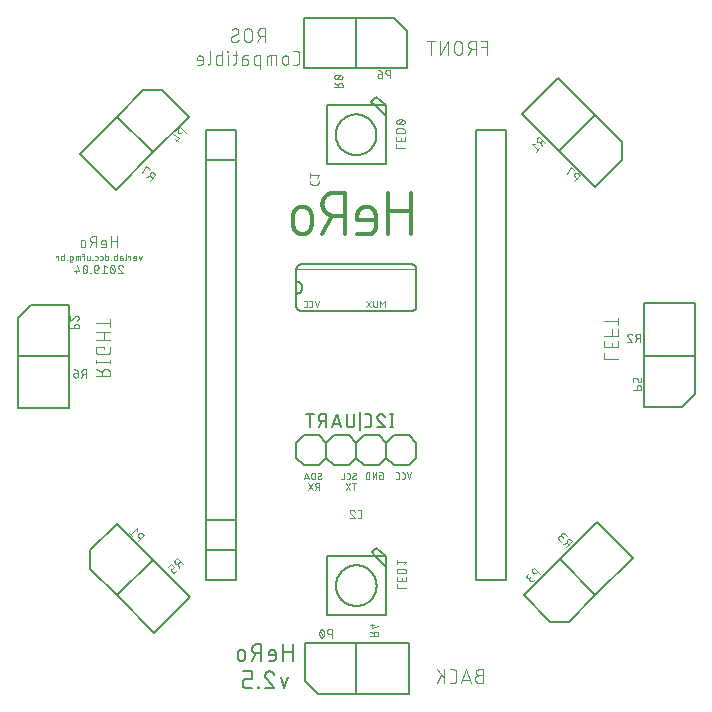
<source format=gbr>
G04 EAGLE Gerber RS-274X export*
G75*
%MOMM*%
%FSLAX34Y34*%
%LPD*%
%INSilkscreen Bottom*%
%IPPOS*%
%AMOC8*
5,1,8,0,0,1.08239X$1,22.5*%
G01*
%ADD10C,0.101600*%
%ADD11C,0.050800*%
%ADD12C,0.127000*%
%ADD13C,0.076200*%
%ADD14C,0.304800*%
%ADD15C,0.152400*%


D10*
X232992Y550008D02*
X232992Y561692D01*
X227799Y561692D01*
X227799Y556499D02*
X232992Y556499D01*
X223035Y561692D02*
X223035Y550008D01*
X223035Y561692D02*
X219789Y561692D01*
X219676Y561690D01*
X219563Y561684D01*
X219450Y561674D01*
X219337Y561660D01*
X219225Y561643D01*
X219114Y561621D01*
X219004Y561596D01*
X218894Y561566D01*
X218786Y561533D01*
X218679Y561496D01*
X218573Y561456D01*
X218469Y561411D01*
X218366Y561363D01*
X218265Y561312D01*
X218166Y561257D01*
X218069Y561199D01*
X217974Y561137D01*
X217881Y561072D01*
X217791Y561004D01*
X217703Y560933D01*
X217617Y560858D01*
X217534Y560781D01*
X217454Y560701D01*
X217377Y560618D01*
X217302Y560532D01*
X217231Y560444D01*
X217163Y560354D01*
X217098Y560261D01*
X217036Y560166D01*
X216978Y560069D01*
X216923Y559970D01*
X216872Y559869D01*
X216824Y559766D01*
X216779Y559662D01*
X216739Y559556D01*
X216702Y559449D01*
X216669Y559341D01*
X216639Y559231D01*
X216614Y559121D01*
X216592Y559010D01*
X216575Y558898D01*
X216561Y558785D01*
X216551Y558672D01*
X216545Y558559D01*
X216543Y558446D01*
X216545Y558333D01*
X216551Y558220D01*
X216561Y558107D01*
X216575Y557994D01*
X216592Y557882D01*
X216614Y557771D01*
X216639Y557661D01*
X216669Y557551D01*
X216702Y557443D01*
X216739Y557336D01*
X216779Y557230D01*
X216824Y557126D01*
X216872Y557023D01*
X216923Y556922D01*
X216978Y556823D01*
X217036Y556726D01*
X217098Y556631D01*
X217163Y556538D01*
X217231Y556448D01*
X217302Y556360D01*
X217377Y556274D01*
X217454Y556191D01*
X217534Y556111D01*
X217617Y556034D01*
X217703Y555959D01*
X217791Y555888D01*
X217881Y555820D01*
X217974Y555755D01*
X218069Y555693D01*
X218166Y555635D01*
X218265Y555580D01*
X218366Y555529D01*
X218469Y555481D01*
X218573Y555436D01*
X218679Y555396D01*
X218786Y555359D01*
X218894Y555326D01*
X219004Y555296D01*
X219114Y555271D01*
X219225Y555249D01*
X219337Y555232D01*
X219450Y555218D01*
X219563Y555208D01*
X219676Y555202D01*
X219789Y555200D01*
X219789Y555201D02*
X223035Y555201D01*
X219140Y555201D02*
X216544Y550008D01*
X211679Y553254D02*
X211679Y558446D01*
X211677Y558559D01*
X211671Y558672D01*
X211661Y558785D01*
X211647Y558898D01*
X211630Y559010D01*
X211608Y559121D01*
X211583Y559231D01*
X211553Y559341D01*
X211520Y559449D01*
X211483Y559556D01*
X211443Y559662D01*
X211398Y559766D01*
X211350Y559869D01*
X211299Y559970D01*
X211244Y560069D01*
X211186Y560166D01*
X211124Y560261D01*
X211059Y560354D01*
X210991Y560444D01*
X210920Y560532D01*
X210845Y560618D01*
X210768Y560701D01*
X210688Y560781D01*
X210605Y560858D01*
X210519Y560933D01*
X210431Y561004D01*
X210341Y561072D01*
X210248Y561137D01*
X210153Y561199D01*
X210056Y561257D01*
X209957Y561312D01*
X209856Y561363D01*
X209753Y561411D01*
X209649Y561456D01*
X209543Y561496D01*
X209436Y561533D01*
X209328Y561566D01*
X209218Y561596D01*
X209108Y561621D01*
X208997Y561643D01*
X208885Y561660D01*
X208772Y561674D01*
X208659Y561684D01*
X208546Y561690D01*
X208433Y561692D01*
X208320Y561690D01*
X208207Y561684D01*
X208094Y561674D01*
X207981Y561660D01*
X207869Y561643D01*
X207758Y561621D01*
X207648Y561596D01*
X207538Y561566D01*
X207430Y561533D01*
X207323Y561496D01*
X207217Y561456D01*
X207113Y561411D01*
X207010Y561363D01*
X206909Y561312D01*
X206810Y561257D01*
X206713Y561199D01*
X206618Y561137D01*
X206525Y561072D01*
X206435Y561004D01*
X206347Y560933D01*
X206261Y560858D01*
X206178Y560781D01*
X206098Y560701D01*
X206021Y560618D01*
X205946Y560532D01*
X205875Y560444D01*
X205807Y560354D01*
X205742Y560261D01*
X205680Y560166D01*
X205622Y560069D01*
X205567Y559970D01*
X205516Y559869D01*
X205468Y559766D01*
X205423Y559662D01*
X205383Y559556D01*
X205346Y559449D01*
X205313Y559341D01*
X205283Y559231D01*
X205258Y559121D01*
X205236Y559010D01*
X205219Y558898D01*
X205205Y558785D01*
X205195Y558672D01*
X205189Y558559D01*
X205187Y558446D01*
X205188Y558446D02*
X205188Y553254D01*
X205187Y553254D02*
X205189Y553141D01*
X205195Y553028D01*
X205205Y552915D01*
X205219Y552802D01*
X205236Y552690D01*
X205258Y552579D01*
X205283Y552469D01*
X205313Y552359D01*
X205346Y552251D01*
X205383Y552144D01*
X205423Y552038D01*
X205468Y551934D01*
X205516Y551831D01*
X205567Y551730D01*
X205622Y551631D01*
X205680Y551534D01*
X205742Y551439D01*
X205807Y551346D01*
X205875Y551256D01*
X205946Y551168D01*
X206021Y551082D01*
X206098Y550999D01*
X206178Y550919D01*
X206261Y550842D01*
X206347Y550767D01*
X206435Y550696D01*
X206525Y550628D01*
X206618Y550563D01*
X206713Y550501D01*
X206810Y550443D01*
X206909Y550388D01*
X207010Y550337D01*
X207113Y550289D01*
X207217Y550244D01*
X207323Y550204D01*
X207430Y550167D01*
X207538Y550134D01*
X207648Y550104D01*
X207758Y550079D01*
X207869Y550057D01*
X207981Y550040D01*
X208094Y550026D01*
X208207Y550016D01*
X208320Y550010D01*
X208433Y550008D01*
X208546Y550010D01*
X208659Y550016D01*
X208772Y550026D01*
X208885Y550040D01*
X208997Y550057D01*
X209108Y550079D01*
X209218Y550104D01*
X209328Y550134D01*
X209436Y550167D01*
X209543Y550204D01*
X209649Y550244D01*
X209753Y550289D01*
X209856Y550337D01*
X209957Y550388D01*
X210056Y550443D01*
X210153Y550501D01*
X210248Y550563D01*
X210341Y550628D01*
X210431Y550696D01*
X210519Y550767D01*
X210605Y550842D01*
X210688Y550919D01*
X210768Y550999D01*
X210845Y551082D01*
X210920Y551168D01*
X210991Y551256D01*
X211059Y551346D01*
X211124Y551439D01*
X211186Y551534D01*
X211244Y551631D01*
X211299Y551730D01*
X211350Y551831D01*
X211398Y551934D01*
X211443Y552038D01*
X211483Y552144D01*
X211520Y552251D01*
X211553Y552359D01*
X211583Y552469D01*
X211608Y552579D01*
X211630Y552690D01*
X211647Y552802D01*
X211661Y552915D01*
X211671Y553028D01*
X211677Y553141D01*
X211679Y553254D01*
X199868Y550008D02*
X199868Y561692D01*
X193377Y550008D01*
X193377Y561692D01*
X185573Y561692D02*
X185573Y550008D01*
X188819Y561692D02*
X182328Y561692D01*
X225846Y24499D02*
X229092Y24499D01*
X225846Y24500D02*
X225733Y24498D01*
X225620Y24492D01*
X225507Y24482D01*
X225394Y24468D01*
X225282Y24451D01*
X225171Y24429D01*
X225061Y24404D01*
X224951Y24374D01*
X224843Y24341D01*
X224736Y24304D01*
X224630Y24264D01*
X224526Y24219D01*
X224423Y24171D01*
X224322Y24120D01*
X224223Y24065D01*
X224126Y24007D01*
X224031Y23945D01*
X223938Y23880D01*
X223848Y23812D01*
X223760Y23741D01*
X223674Y23666D01*
X223591Y23589D01*
X223511Y23509D01*
X223434Y23426D01*
X223359Y23340D01*
X223288Y23252D01*
X223220Y23162D01*
X223155Y23069D01*
X223093Y22974D01*
X223035Y22877D01*
X222980Y22778D01*
X222929Y22677D01*
X222881Y22574D01*
X222836Y22470D01*
X222796Y22364D01*
X222759Y22257D01*
X222726Y22149D01*
X222696Y22039D01*
X222671Y21929D01*
X222649Y21818D01*
X222632Y21706D01*
X222618Y21593D01*
X222608Y21480D01*
X222602Y21367D01*
X222600Y21254D01*
X222602Y21141D01*
X222608Y21028D01*
X222618Y20915D01*
X222632Y20802D01*
X222649Y20690D01*
X222671Y20579D01*
X222696Y20469D01*
X222726Y20359D01*
X222759Y20251D01*
X222796Y20144D01*
X222836Y20038D01*
X222881Y19934D01*
X222929Y19831D01*
X222980Y19730D01*
X223035Y19631D01*
X223093Y19534D01*
X223155Y19439D01*
X223220Y19346D01*
X223288Y19256D01*
X223359Y19168D01*
X223434Y19082D01*
X223511Y18999D01*
X223591Y18919D01*
X223674Y18842D01*
X223760Y18767D01*
X223848Y18696D01*
X223938Y18628D01*
X224031Y18563D01*
X224126Y18501D01*
X224223Y18443D01*
X224322Y18388D01*
X224423Y18337D01*
X224526Y18289D01*
X224630Y18244D01*
X224736Y18204D01*
X224843Y18167D01*
X224951Y18134D01*
X225061Y18104D01*
X225171Y18079D01*
X225282Y18057D01*
X225394Y18040D01*
X225507Y18026D01*
X225620Y18016D01*
X225733Y18010D01*
X225846Y18008D01*
X229092Y18008D01*
X229092Y29692D01*
X225846Y29692D01*
X225745Y29690D01*
X225645Y29684D01*
X225545Y29674D01*
X225445Y29661D01*
X225346Y29643D01*
X225247Y29622D01*
X225150Y29597D01*
X225053Y29568D01*
X224958Y29535D01*
X224864Y29499D01*
X224772Y29459D01*
X224681Y29416D01*
X224592Y29369D01*
X224505Y29319D01*
X224419Y29265D01*
X224336Y29208D01*
X224256Y29148D01*
X224177Y29085D01*
X224101Y29018D01*
X224028Y28949D01*
X223958Y28877D01*
X223890Y28803D01*
X223825Y28726D01*
X223764Y28646D01*
X223705Y28564D01*
X223650Y28480D01*
X223598Y28394D01*
X223549Y28306D01*
X223504Y28216D01*
X223462Y28124D01*
X223424Y28031D01*
X223390Y27936D01*
X223359Y27841D01*
X223332Y27744D01*
X223309Y27646D01*
X223289Y27547D01*
X223274Y27447D01*
X223262Y27347D01*
X223254Y27247D01*
X223250Y27146D01*
X223250Y27046D01*
X223254Y26945D01*
X223262Y26845D01*
X223274Y26745D01*
X223289Y26645D01*
X223309Y26546D01*
X223332Y26448D01*
X223359Y26351D01*
X223390Y26256D01*
X223424Y26161D01*
X223462Y26068D01*
X223504Y25976D01*
X223549Y25886D01*
X223598Y25798D01*
X223650Y25712D01*
X223705Y25628D01*
X223764Y25546D01*
X223825Y25466D01*
X223890Y25389D01*
X223958Y25315D01*
X224028Y25243D01*
X224101Y25174D01*
X224177Y25107D01*
X224256Y25044D01*
X224336Y24984D01*
X224419Y24927D01*
X224505Y24873D01*
X224592Y24823D01*
X224681Y24776D01*
X224772Y24733D01*
X224864Y24693D01*
X224958Y24657D01*
X225053Y24624D01*
X225150Y24595D01*
X225247Y24570D01*
X225346Y24549D01*
X225445Y24531D01*
X225545Y24518D01*
X225645Y24508D01*
X225745Y24502D01*
X225846Y24500D01*
X218861Y18008D02*
X214967Y29692D01*
X211072Y18008D01*
X212046Y20929D02*
X217888Y20929D01*
X204219Y18008D02*
X201623Y18008D01*
X204219Y18008D02*
X204318Y18010D01*
X204418Y18016D01*
X204517Y18025D01*
X204615Y18038D01*
X204713Y18055D01*
X204811Y18076D01*
X204907Y18101D01*
X205002Y18129D01*
X205096Y18161D01*
X205189Y18196D01*
X205281Y18235D01*
X205371Y18278D01*
X205459Y18323D01*
X205546Y18373D01*
X205630Y18425D01*
X205713Y18481D01*
X205793Y18539D01*
X205871Y18601D01*
X205946Y18666D01*
X206019Y18734D01*
X206089Y18804D01*
X206157Y18877D01*
X206222Y18952D01*
X206284Y19030D01*
X206342Y19110D01*
X206398Y19193D01*
X206450Y19277D01*
X206500Y19364D01*
X206545Y19452D01*
X206588Y19542D01*
X206627Y19634D01*
X206662Y19727D01*
X206694Y19821D01*
X206722Y19916D01*
X206747Y20012D01*
X206768Y20110D01*
X206785Y20208D01*
X206798Y20306D01*
X206807Y20405D01*
X206813Y20505D01*
X206815Y20604D01*
X206816Y20604D02*
X206816Y27096D01*
X206815Y27096D02*
X206813Y27195D01*
X206807Y27295D01*
X206798Y27394D01*
X206785Y27492D01*
X206768Y27590D01*
X206747Y27688D01*
X206722Y27784D01*
X206694Y27879D01*
X206662Y27973D01*
X206627Y28066D01*
X206588Y28158D01*
X206545Y28248D01*
X206500Y28336D01*
X206450Y28423D01*
X206398Y28507D01*
X206342Y28590D01*
X206284Y28670D01*
X206222Y28748D01*
X206157Y28823D01*
X206089Y28896D01*
X206019Y28966D01*
X205946Y29034D01*
X205871Y29099D01*
X205793Y29161D01*
X205713Y29219D01*
X205630Y29275D01*
X205546Y29327D01*
X205459Y29377D01*
X205371Y29422D01*
X205281Y29465D01*
X205189Y29504D01*
X205096Y29539D01*
X205002Y29571D01*
X204907Y29599D01*
X204811Y29624D01*
X204713Y29645D01*
X204615Y29662D01*
X204517Y29675D01*
X204418Y29684D01*
X204318Y29690D01*
X204219Y29692D01*
X201623Y29692D01*
X196707Y29692D02*
X196707Y18008D01*
X196707Y22552D02*
X190216Y29692D01*
X194111Y25148D02*
X190216Y18008D01*
D11*
X119854Y190658D02*
X119784Y190660D01*
X119715Y190666D01*
X119646Y190676D01*
X119578Y190689D01*
X119510Y190707D01*
X119444Y190728D01*
X119379Y190753D01*
X119315Y190781D01*
X119253Y190813D01*
X119193Y190848D01*
X119135Y190887D01*
X119080Y190929D01*
X119026Y190974D01*
X118976Y191022D01*
X118928Y191072D01*
X118883Y191126D01*
X118841Y191181D01*
X118802Y191239D01*
X118767Y191299D01*
X118735Y191361D01*
X118707Y191425D01*
X118682Y191490D01*
X118661Y191556D01*
X118643Y191624D01*
X118630Y191692D01*
X118620Y191761D01*
X118614Y191830D01*
X118612Y191900D01*
X119854Y190658D02*
X119953Y190660D01*
X120051Y190665D01*
X120149Y190675D01*
X120247Y190688D01*
X120344Y190704D01*
X120441Y190724D01*
X120536Y190748D01*
X120631Y190776D01*
X120725Y190807D01*
X120817Y190841D01*
X120908Y190879D01*
X120998Y190920D01*
X121086Y190965D01*
X121172Y191013D01*
X121256Y191064D01*
X121338Y191118D01*
X121419Y191176D01*
X121497Y191236D01*
X121572Y191299D01*
X121646Y191365D01*
X121716Y191434D01*
X121562Y195004D02*
X121560Y195074D01*
X121554Y195143D01*
X121544Y195212D01*
X121531Y195280D01*
X121513Y195348D01*
X121492Y195414D01*
X121467Y195479D01*
X121439Y195543D01*
X121407Y195605D01*
X121372Y195665D01*
X121333Y195723D01*
X121291Y195778D01*
X121246Y195832D01*
X121198Y195882D01*
X121148Y195930D01*
X121094Y195975D01*
X121039Y196017D01*
X120981Y196056D01*
X120921Y196091D01*
X120859Y196123D01*
X120795Y196151D01*
X120730Y196176D01*
X120664Y196197D01*
X120596Y196215D01*
X120528Y196228D01*
X120459Y196238D01*
X120390Y196244D01*
X120320Y196246D01*
X120226Y196244D01*
X120133Y196238D01*
X120040Y196229D01*
X119947Y196216D01*
X119855Y196199D01*
X119764Y196179D01*
X119673Y196154D01*
X119584Y196127D01*
X119496Y196095D01*
X119409Y196060D01*
X119323Y196022D01*
X119240Y195980D01*
X119157Y195935D01*
X119077Y195887D01*
X118999Y195835D01*
X118923Y195780D01*
X120940Y193918D02*
X120999Y193954D01*
X121055Y193994D01*
X121109Y194037D01*
X121161Y194082D01*
X121210Y194131D01*
X121256Y194182D01*
X121299Y194235D01*
X121340Y194291D01*
X121377Y194349D01*
X121412Y194409D01*
X121442Y194470D01*
X121470Y194533D01*
X121494Y194598D01*
X121514Y194664D01*
X121531Y194731D01*
X121544Y194798D01*
X121553Y194866D01*
X121559Y194935D01*
X121561Y195004D01*
X119234Y192986D02*
X119175Y192950D01*
X119119Y192910D01*
X119065Y192867D01*
X119013Y192822D01*
X118964Y192773D01*
X118918Y192722D01*
X118875Y192669D01*
X118834Y192613D01*
X118797Y192555D01*
X118762Y192496D01*
X118732Y192434D01*
X118704Y192371D01*
X118680Y192306D01*
X118660Y192240D01*
X118643Y192173D01*
X118630Y192106D01*
X118621Y192038D01*
X118615Y191969D01*
X118613Y191900D01*
X119233Y192986D02*
X120941Y193918D01*
X115188Y190658D02*
X113946Y190658D01*
X115188Y190658D02*
X115258Y190660D01*
X115327Y190666D01*
X115396Y190676D01*
X115464Y190689D01*
X115532Y190707D01*
X115598Y190728D01*
X115663Y190753D01*
X115727Y190781D01*
X115789Y190813D01*
X115849Y190848D01*
X115907Y190887D01*
X115962Y190929D01*
X116016Y190974D01*
X116066Y191022D01*
X116114Y191072D01*
X116159Y191126D01*
X116201Y191181D01*
X116240Y191239D01*
X116275Y191299D01*
X116307Y191361D01*
X116335Y191425D01*
X116360Y191490D01*
X116381Y191556D01*
X116399Y191624D01*
X116412Y191692D01*
X116422Y191761D01*
X116428Y191830D01*
X116430Y191900D01*
X116430Y195004D01*
X116428Y195074D01*
X116422Y195143D01*
X116412Y195212D01*
X116399Y195280D01*
X116381Y195348D01*
X116360Y195414D01*
X116335Y195479D01*
X116307Y195543D01*
X116275Y195605D01*
X116240Y195665D01*
X116201Y195723D01*
X116159Y195778D01*
X116114Y195832D01*
X116066Y195882D01*
X116016Y195930D01*
X115962Y195975D01*
X115907Y196017D01*
X115849Y196056D01*
X115789Y196091D01*
X115727Y196123D01*
X115663Y196151D01*
X115598Y196176D01*
X115532Y196197D01*
X115464Y196215D01*
X115396Y196228D01*
X115327Y196238D01*
X115258Y196244D01*
X115188Y196246D01*
X113946Y196246D01*
X111647Y196246D02*
X111647Y190658D01*
X109164Y190658D01*
X90777Y190658D02*
X90707Y190660D01*
X90638Y190666D01*
X90569Y190676D01*
X90501Y190689D01*
X90433Y190707D01*
X90367Y190728D01*
X90302Y190753D01*
X90238Y190781D01*
X90176Y190813D01*
X90116Y190848D01*
X90058Y190887D01*
X90003Y190929D01*
X89949Y190974D01*
X89899Y191022D01*
X89851Y191072D01*
X89806Y191126D01*
X89764Y191181D01*
X89725Y191239D01*
X89690Y191299D01*
X89658Y191361D01*
X89630Y191425D01*
X89605Y191490D01*
X89584Y191556D01*
X89566Y191624D01*
X89553Y191692D01*
X89543Y191761D01*
X89537Y191830D01*
X89535Y191900D01*
X90777Y190658D02*
X90876Y190660D01*
X90974Y190665D01*
X91072Y190675D01*
X91170Y190688D01*
X91267Y190704D01*
X91364Y190724D01*
X91459Y190748D01*
X91554Y190776D01*
X91648Y190807D01*
X91740Y190841D01*
X91831Y190879D01*
X91921Y190920D01*
X92009Y190965D01*
X92095Y191013D01*
X92179Y191064D01*
X92261Y191118D01*
X92342Y191176D01*
X92420Y191236D01*
X92495Y191299D01*
X92569Y191365D01*
X92639Y191434D01*
X92484Y195004D02*
X92482Y195074D01*
X92476Y195143D01*
X92466Y195212D01*
X92453Y195280D01*
X92435Y195348D01*
X92414Y195414D01*
X92389Y195479D01*
X92361Y195543D01*
X92329Y195605D01*
X92294Y195665D01*
X92255Y195723D01*
X92213Y195778D01*
X92168Y195832D01*
X92120Y195882D01*
X92070Y195930D01*
X92016Y195975D01*
X91961Y196017D01*
X91903Y196056D01*
X91843Y196091D01*
X91781Y196123D01*
X91717Y196151D01*
X91652Y196176D01*
X91586Y196197D01*
X91518Y196215D01*
X91450Y196228D01*
X91381Y196238D01*
X91312Y196244D01*
X91242Y196246D01*
X91148Y196244D01*
X91055Y196238D01*
X90962Y196229D01*
X90869Y196216D01*
X90777Y196199D01*
X90686Y196179D01*
X90595Y196154D01*
X90506Y196127D01*
X90418Y196095D01*
X90331Y196060D01*
X90245Y196022D01*
X90162Y195980D01*
X90079Y195935D01*
X89999Y195887D01*
X89921Y195835D01*
X89845Y195780D01*
X91863Y193918D02*
X91922Y193954D01*
X91978Y193994D01*
X92032Y194037D01*
X92084Y194082D01*
X92133Y194131D01*
X92179Y194182D01*
X92222Y194235D01*
X92263Y194291D01*
X92300Y194349D01*
X92335Y194409D01*
X92365Y194470D01*
X92393Y194533D01*
X92417Y194598D01*
X92437Y194664D01*
X92454Y194731D01*
X92467Y194798D01*
X92476Y194866D01*
X92482Y194935D01*
X92484Y195004D01*
X90156Y192986D02*
X90097Y192950D01*
X90041Y192910D01*
X89987Y192867D01*
X89935Y192822D01*
X89886Y192773D01*
X89840Y192722D01*
X89797Y192669D01*
X89756Y192613D01*
X89719Y192555D01*
X89684Y192496D01*
X89654Y192434D01*
X89626Y192371D01*
X89602Y192306D01*
X89582Y192240D01*
X89565Y192173D01*
X89552Y192106D01*
X89543Y192038D01*
X89537Y191969D01*
X89535Y191900D01*
X90156Y192986D02*
X91863Y193918D01*
X87153Y196246D02*
X87153Y190658D01*
X87153Y196246D02*
X85601Y196246D01*
X85525Y196244D01*
X85449Y196239D01*
X85373Y196229D01*
X85298Y196216D01*
X85224Y196199D01*
X85150Y196179D01*
X85078Y196155D01*
X85007Y196128D01*
X84937Y196097D01*
X84869Y196063D01*
X84803Y196025D01*
X84739Y195984D01*
X84676Y195941D01*
X84616Y195894D01*
X84559Y195844D01*
X84504Y195791D01*
X84451Y195736D01*
X84401Y195679D01*
X84354Y195619D01*
X84311Y195556D01*
X84270Y195492D01*
X84232Y195426D01*
X84198Y195358D01*
X84167Y195288D01*
X84140Y195217D01*
X84116Y195145D01*
X84096Y195071D01*
X84079Y194997D01*
X84066Y194922D01*
X84056Y194846D01*
X84051Y194770D01*
X84049Y194694D01*
X84048Y194694D02*
X84048Y192210D01*
X84049Y192210D02*
X84051Y192134D01*
X84056Y192058D01*
X84066Y191982D01*
X84079Y191907D01*
X84096Y191833D01*
X84116Y191759D01*
X84140Y191687D01*
X84167Y191616D01*
X84198Y191546D01*
X84232Y191478D01*
X84270Y191412D01*
X84311Y191348D01*
X84354Y191285D01*
X84401Y191225D01*
X84451Y191168D01*
X84504Y191113D01*
X84559Y191060D01*
X84616Y191010D01*
X84676Y190963D01*
X84739Y190920D01*
X84803Y190879D01*
X84869Y190841D01*
X84937Y190807D01*
X85007Y190776D01*
X85078Y190749D01*
X85150Y190725D01*
X85224Y190705D01*
X85298Y190688D01*
X85373Y190675D01*
X85449Y190665D01*
X85525Y190660D01*
X85601Y190658D01*
X87153Y190658D01*
X81794Y190658D02*
X79931Y196246D01*
X78069Y190658D01*
X78534Y192055D02*
X81328Y192055D01*
X120165Y187102D02*
X120165Y181514D01*
X121717Y187102D02*
X118612Y187102D01*
X113181Y187102D02*
X116907Y181514D01*
X113181Y181514D02*
X116907Y187102D01*
X90409Y187102D02*
X90409Y181514D01*
X90409Y187102D02*
X88856Y187102D01*
X88779Y187100D01*
X88701Y187094D01*
X88625Y187085D01*
X88548Y187071D01*
X88473Y187054D01*
X88399Y187033D01*
X88325Y187008D01*
X88253Y186980D01*
X88183Y186948D01*
X88114Y186913D01*
X88047Y186874D01*
X87982Y186832D01*
X87919Y186787D01*
X87858Y186739D01*
X87800Y186688D01*
X87745Y186634D01*
X87692Y186577D01*
X87643Y186518D01*
X87596Y186456D01*
X87552Y186392D01*
X87512Y186326D01*
X87475Y186258D01*
X87441Y186188D01*
X87411Y186117D01*
X87385Y186044D01*
X87362Y185970D01*
X87343Y185895D01*
X87328Y185820D01*
X87316Y185743D01*
X87308Y185666D01*
X87304Y185589D01*
X87304Y185511D01*
X87308Y185434D01*
X87316Y185357D01*
X87328Y185280D01*
X87343Y185205D01*
X87362Y185130D01*
X87385Y185056D01*
X87411Y184983D01*
X87441Y184912D01*
X87475Y184842D01*
X87512Y184774D01*
X87552Y184708D01*
X87596Y184644D01*
X87643Y184582D01*
X87692Y184523D01*
X87745Y184466D01*
X87800Y184412D01*
X87858Y184361D01*
X87919Y184313D01*
X87982Y184268D01*
X88047Y184226D01*
X88114Y184187D01*
X88183Y184152D01*
X88253Y184120D01*
X88325Y184092D01*
X88399Y184067D01*
X88473Y184046D01*
X88548Y184029D01*
X88625Y184015D01*
X88701Y184006D01*
X88779Y184000D01*
X88856Y183998D01*
X90409Y183998D01*
X88546Y183998D02*
X87304Y181514D01*
X85269Y181514D02*
X81543Y187102D01*
X85269Y187102D02*
X81543Y181514D01*
D10*
X331808Y292449D02*
X343492Y292449D01*
X331808Y292449D02*
X331808Y297641D01*
X331808Y302355D02*
X331808Y307547D01*
X331808Y302355D02*
X343492Y302355D01*
X343492Y307547D01*
X338299Y306249D02*
X338299Y302355D01*
X343492Y312261D02*
X331808Y312261D01*
X343492Y312261D02*
X343492Y317453D01*
X338299Y317453D02*
X338299Y312261D01*
X343492Y324246D02*
X331808Y324246D01*
X343492Y321001D02*
X343492Y327492D01*
X-86508Y277665D02*
X-98192Y277665D01*
X-86508Y277665D02*
X-86508Y280910D01*
X-86510Y281023D01*
X-86516Y281136D01*
X-86526Y281249D01*
X-86540Y281362D01*
X-86557Y281474D01*
X-86579Y281585D01*
X-86604Y281695D01*
X-86634Y281805D01*
X-86667Y281913D01*
X-86704Y282020D01*
X-86744Y282126D01*
X-86789Y282230D01*
X-86837Y282333D01*
X-86888Y282434D01*
X-86943Y282533D01*
X-87001Y282630D01*
X-87063Y282725D01*
X-87128Y282818D01*
X-87196Y282908D01*
X-87267Y282996D01*
X-87342Y283082D01*
X-87419Y283165D01*
X-87499Y283245D01*
X-87582Y283322D01*
X-87668Y283397D01*
X-87756Y283468D01*
X-87846Y283536D01*
X-87939Y283601D01*
X-88034Y283663D01*
X-88131Y283721D01*
X-88230Y283776D01*
X-88331Y283827D01*
X-88434Y283875D01*
X-88538Y283920D01*
X-88644Y283960D01*
X-88751Y283997D01*
X-88859Y284030D01*
X-88969Y284060D01*
X-89079Y284085D01*
X-89190Y284107D01*
X-89302Y284124D01*
X-89415Y284138D01*
X-89528Y284148D01*
X-89641Y284154D01*
X-89754Y284156D01*
X-89867Y284154D01*
X-89980Y284148D01*
X-90093Y284138D01*
X-90206Y284124D01*
X-90318Y284107D01*
X-90429Y284085D01*
X-90539Y284060D01*
X-90649Y284030D01*
X-90757Y283997D01*
X-90864Y283960D01*
X-90970Y283920D01*
X-91074Y283875D01*
X-91177Y283827D01*
X-91278Y283776D01*
X-91377Y283721D01*
X-91474Y283663D01*
X-91569Y283601D01*
X-91662Y283536D01*
X-91752Y283468D01*
X-91840Y283397D01*
X-91926Y283322D01*
X-92009Y283245D01*
X-92089Y283165D01*
X-92166Y283082D01*
X-92241Y282996D01*
X-92312Y282908D01*
X-92380Y282818D01*
X-92445Y282725D01*
X-92507Y282630D01*
X-92565Y282533D01*
X-92620Y282434D01*
X-92671Y282333D01*
X-92719Y282230D01*
X-92764Y282126D01*
X-92804Y282020D01*
X-92841Y281913D01*
X-92874Y281805D01*
X-92904Y281695D01*
X-92929Y281585D01*
X-92951Y281474D01*
X-92968Y281362D01*
X-92982Y281249D01*
X-92992Y281136D01*
X-92998Y281023D01*
X-93000Y280910D01*
X-92999Y280910D02*
X-92999Y277665D01*
X-92999Y281559D02*
X-98192Y284156D01*
X-98192Y289981D02*
X-86508Y289981D01*
X-98192Y288682D02*
X-98192Y291279D01*
X-86508Y291279D02*
X-86508Y288682D01*
X-91701Y300804D02*
X-91701Y302751D01*
X-98192Y302751D01*
X-98192Y298856D01*
X-98190Y298757D01*
X-98184Y298657D01*
X-98175Y298558D01*
X-98162Y298460D01*
X-98145Y298362D01*
X-98124Y298264D01*
X-98099Y298168D01*
X-98071Y298073D01*
X-98039Y297979D01*
X-98004Y297886D01*
X-97965Y297794D01*
X-97922Y297704D01*
X-97877Y297616D01*
X-97827Y297529D01*
X-97775Y297445D01*
X-97719Y297362D01*
X-97661Y297282D01*
X-97599Y297204D01*
X-97534Y297129D01*
X-97466Y297056D01*
X-97396Y296986D01*
X-97323Y296918D01*
X-97248Y296853D01*
X-97170Y296791D01*
X-97090Y296733D01*
X-97007Y296677D01*
X-96923Y296625D01*
X-96836Y296575D01*
X-96748Y296530D01*
X-96658Y296487D01*
X-96566Y296448D01*
X-96473Y296413D01*
X-96379Y296381D01*
X-96284Y296353D01*
X-96188Y296328D01*
X-96090Y296307D01*
X-95992Y296290D01*
X-95894Y296277D01*
X-95795Y296268D01*
X-95695Y296262D01*
X-95596Y296260D01*
X-89104Y296260D01*
X-89104Y296259D02*
X-89005Y296261D01*
X-88905Y296267D01*
X-88806Y296276D01*
X-88708Y296289D01*
X-88610Y296307D01*
X-88512Y296327D01*
X-88416Y296352D01*
X-88320Y296380D01*
X-88226Y296412D01*
X-88133Y296447D01*
X-88042Y296486D01*
X-87952Y296529D01*
X-87863Y296574D01*
X-87777Y296624D01*
X-87692Y296676D01*
X-87610Y296732D01*
X-87530Y296791D01*
X-87452Y296852D01*
X-87376Y296917D01*
X-87303Y296985D01*
X-87233Y297055D01*
X-87165Y297128D01*
X-87100Y297204D01*
X-87039Y297282D01*
X-86980Y297362D01*
X-86924Y297444D01*
X-86872Y297529D01*
X-86823Y297615D01*
X-86777Y297704D01*
X-86734Y297794D01*
X-86695Y297885D01*
X-86660Y297978D01*
X-86628Y298072D01*
X-86600Y298168D01*
X-86575Y298264D01*
X-86555Y298362D01*
X-86537Y298460D01*
X-86524Y298558D01*
X-86515Y298657D01*
X-86509Y298756D01*
X-86507Y298856D01*
X-86508Y298856D02*
X-86508Y302751D01*
X-86508Y308452D02*
X-98192Y308452D01*
X-91701Y308452D02*
X-91701Y314943D01*
X-86508Y314943D02*
X-98192Y314943D01*
X-98192Y322746D02*
X-86508Y322746D01*
X-86508Y319501D02*
X-86508Y325992D01*
D11*
X168746Y196342D02*
X166883Y190754D01*
X165021Y196342D01*
X161724Y190754D02*
X160482Y190754D01*
X161724Y190754D02*
X161794Y190756D01*
X161863Y190762D01*
X161932Y190772D01*
X162000Y190785D01*
X162068Y190803D01*
X162134Y190824D01*
X162199Y190849D01*
X162263Y190877D01*
X162325Y190909D01*
X162385Y190944D01*
X162443Y190983D01*
X162498Y191025D01*
X162552Y191070D01*
X162602Y191118D01*
X162650Y191168D01*
X162695Y191222D01*
X162737Y191277D01*
X162776Y191335D01*
X162811Y191395D01*
X162843Y191457D01*
X162871Y191521D01*
X162896Y191586D01*
X162917Y191652D01*
X162935Y191720D01*
X162948Y191788D01*
X162958Y191857D01*
X162964Y191926D01*
X162966Y191996D01*
X162965Y191996D02*
X162965Y195100D01*
X162966Y195100D02*
X162964Y195170D01*
X162958Y195239D01*
X162948Y195308D01*
X162935Y195376D01*
X162917Y195444D01*
X162896Y195510D01*
X162871Y195575D01*
X162843Y195639D01*
X162811Y195701D01*
X162776Y195761D01*
X162737Y195819D01*
X162695Y195874D01*
X162650Y195928D01*
X162602Y195978D01*
X162552Y196026D01*
X162498Y196071D01*
X162443Y196113D01*
X162385Y196152D01*
X162325Y196187D01*
X162263Y196219D01*
X162199Y196247D01*
X162134Y196272D01*
X162068Y196293D01*
X162000Y196311D01*
X161932Y196324D01*
X161863Y196334D01*
X161794Y196340D01*
X161724Y196342D01*
X160482Y196342D01*
X157152Y190754D02*
X155910Y190754D01*
X157152Y190754D02*
X157222Y190756D01*
X157291Y190762D01*
X157360Y190772D01*
X157428Y190785D01*
X157496Y190803D01*
X157562Y190824D01*
X157627Y190849D01*
X157691Y190877D01*
X157753Y190909D01*
X157813Y190944D01*
X157871Y190983D01*
X157926Y191025D01*
X157980Y191070D01*
X158030Y191118D01*
X158078Y191168D01*
X158123Y191222D01*
X158165Y191277D01*
X158204Y191335D01*
X158239Y191395D01*
X158271Y191457D01*
X158299Y191521D01*
X158324Y191586D01*
X158345Y191652D01*
X158363Y191720D01*
X158376Y191788D01*
X158386Y191857D01*
X158392Y191926D01*
X158394Y191996D01*
X158394Y195100D01*
X158392Y195170D01*
X158386Y195239D01*
X158376Y195308D01*
X158363Y195376D01*
X158345Y195444D01*
X158324Y195510D01*
X158299Y195575D01*
X158271Y195639D01*
X158239Y195701D01*
X158204Y195761D01*
X158165Y195819D01*
X158123Y195874D01*
X158078Y195928D01*
X158030Y195978D01*
X157980Y196026D01*
X157926Y196071D01*
X157871Y196113D01*
X157813Y196152D01*
X157753Y196187D01*
X157691Y196219D01*
X157627Y196247D01*
X157562Y196272D01*
X157496Y196293D01*
X157428Y196311D01*
X157360Y196324D01*
X157291Y196334D01*
X157222Y196340D01*
X157152Y196342D01*
X155910Y196342D01*
X142671Y193858D02*
X141740Y193858D01*
X141740Y190754D01*
X143603Y190754D01*
X143673Y190756D01*
X143742Y190762D01*
X143811Y190772D01*
X143879Y190785D01*
X143947Y190803D01*
X144013Y190824D01*
X144078Y190849D01*
X144142Y190877D01*
X144204Y190909D01*
X144264Y190944D01*
X144322Y190983D01*
X144377Y191025D01*
X144431Y191070D01*
X144481Y191118D01*
X144529Y191168D01*
X144574Y191222D01*
X144616Y191277D01*
X144655Y191335D01*
X144690Y191395D01*
X144722Y191457D01*
X144750Y191521D01*
X144775Y191586D01*
X144796Y191652D01*
X144814Y191720D01*
X144827Y191788D01*
X144837Y191857D01*
X144843Y191926D01*
X144845Y191996D01*
X144844Y191996D02*
X144844Y195100D01*
X144845Y195100D02*
X144843Y195170D01*
X144837Y195239D01*
X144827Y195308D01*
X144814Y195376D01*
X144796Y195444D01*
X144775Y195510D01*
X144750Y195575D01*
X144722Y195639D01*
X144690Y195701D01*
X144655Y195761D01*
X144616Y195819D01*
X144574Y195874D01*
X144529Y195928D01*
X144481Y195978D01*
X144431Y196026D01*
X144377Y196071D01*
X144322Y196113D01*
X144264Y196152D01*
X144204Y196187D01*
X144142Y196219D01*
X144078Y196247D01*
X144013Y196272D01*
X143947Y196293D01*
X143879Y196311D01*
X143811Y196324D01*
X143742Y196334D01*
X143673Y196340D01*
X143603Y196342D01*
X141740Y196342D01*
X138992Y196342D02*
X138992Y190754D01*
X135888Y190754D02*
X138992Y196342D01*
X135888Y196342D02*
X135888Y190754D01*
X133140Y190754D02*
X133140Y196342D01*
X131588Y196342D01*
X131512Y196340D01*
X131436Y196335D01*
X131360Y196325D01*
X131285Y196312D01*
X131211Y196295D01*
X131137Y196275D01*
X131065Y196251D01*
X130994Y196224D01*
X130924Y196193D01*
X130856Y196159D01*
X130790Y196121D01*
X130726Y196080D01*
X130663Y196037D01*
X130603Y195990D01*
X130546Y195940D01*
X130491Y195887D01*
X130438Y195832D01*
X130388Y195775D01*
X130341Y195715D01*
X130298Y195652D01*
X130257Y195588D01*
X130219Y195522D01*
X130185Y195454D01*
X130154Y195384D01*
X130127Y195313D01*
X130103Y195241D01*
X130083Y195167D01*
X130066Y195093D01*
X130053Y195018D01*
X130043Y194942D01*
X130038Y194866D01*
X130036Y194790D01*
X130036Y192306D01*
X130038Y192230D01*
X130043Y192154D01*
X130053Y192078D01*
X130066Y192003D01*
X130083Y191929D01*
X130103Y191855D01*
X130127Y191783D01*
X130154Y191712D01*
X130185Y191642D01*
X130219Y191574D01*
X130257Y191508D01*
X130298Y191444D01*
X130341Y191381D01*
X130388Y191321D01*
X130438Y191264D01*
X130491Y191209D01*
X130546Y191156D01*
X130603Y191106D01*
X130663Y191059D01*
X130726Y191016D01*
X130790Y190975D01*
X130856Y190937D01*
X130924Y190903D01*
X130994Y190872D01*
X131065Y190845D01*
X131137Y190821D01*
X131211Y190801D01*
X131285Y190784D01*
X131360Y190771D01*
X131436Y190761D01*
X131512Y190756D01*
X131588Y190754D01*
X133140Y190754D01*
D12*
X68113Y50915D02*
X68113Y36945D01*
X68113Y44706D02*
X60352Y44706D01*
X60352Y50915D02*
X60352Y36945D01*
X51776Y36945D02*
X47895Y36945D01*
X51776Y36945D02*
X51870Y36947D01*
X51963Y36953D01*
X52057Y36962D01*
X52149Y36975D01*
X52242Y36992D01*
X52333Y37013D01*
X52424Y37037D01*
X52513Y37065D01*
X52602Y37096D01*
X52688Y37131D01*
X52774Y37170D01*
X52858Y37212D01*
X52940Y37257D01*
X53020Y37305D01*
X53098Y37357D01*
X53175Y37412D01*
X53248Y37470D01*
X53320Y37530D01*
X53389Y37594D01*
X53455Y37660D01*
X53519Y37729D01*
X53579Y37801D01*
X53637Y37874D01*
X53692Y37951D01*
X53744Y38029D01*
X53792Y38109D01*
X53837Y38191D01*
X53879Y38275D01*
X53918Y38361D01*
X53953Y38447D01*
X53984Y38536D01*
X54012Y38625D01*
X54036Y38716D01*
X54057Y38807D01*
X54074Y38900D01*
X54087Y38992D01*
X54096Y39086D01*
X54102Y39179D01*
X54104Y39273D01*
X54104Y43154D01*
X54102Y43265D01*
X54096Y43375D01*
X54086Y43486D01*
X54072Y43596D01*
X54055Y43705D01*
X54033Y43814D01*
X54008Y43922D01*
X53978Y44028D01*
X53945Y44134D01*
X53908Y44239D01*
X53868Y44342D01*
X53823Y44443D01*
X53776Y44543D01*
X53724Y44642D01*
X53669Y44738D01*
X53611Y44832D01*
X53550Y44924D01*
X53485Y45014D01*
X53417Y45102D01*
X53346Y45187D01*
X53272Y45269D01*
X53195Y45349D01*
X53115Y45426D01*
X53033Y45500D01*
X52948Y45571D01*
X52860Y45639D01*
X52770Y45704D01*
X52678Y45765D01*
X52584Y45823D01*
X52488Y45878D01*
X52389Y45930D01*
X52289Y45977D01*
X52188Y46022D01*
X52085Y46062D01*
X51980Y46099D01*
X51874Y46132D01*
X51768Y46162D01*
X51660Y46187D01*
X51551Y46209D01*
X51442Y46226D01*
X51332Y46240D01*
X51221Y46250D01*
X51111Y46256D01*
X51000Y46258D01*
X50889Y46256D01*
X50779Y46250D01*
X50668Y46240D01*
X50558Y46226D01*
X50449Y46209D01*
X50340Y46187D01*
X50232Y46162D01*
X50126Y46132D01*
X50020Y46099D01*
X49915Y46062D01*
X49812Y46022D01*
X49711Y45977D01*
X49611Y45930D01*
X49512Y45878D01*
X49416Y45823D01*
X49322Y45765D01*
X49230Y45704D01*
X49140Y45639D01*
X49052Y45571D01*
X48967Y45500D01*
X48885Y45426D01*
X48805Y45349D01*
X48728Y45269D01*
X48654Y45187D01*
X48583Y45102D01*
X48515Y45014D01*
X48450Y44924D01*
X48389Y44832D01*
X48331Y44738D01*
X48276Y44642D01*
X48224Y44543D01*
X48177Y44443D01*
X48132Y44342D01*
X48092Y44239D01*
X48055Y44134D01*
X48022Y44028D01*
X47992Y43922D01*
X47967Y43814D01*
X47945Y43705D01*
X47928Y43596D01*
X47914Y43486D01*
X47904Y43375D01*
X47898Y43265D01*
X47896Y43154D01*
X47895Y43154D02*
X47895Y41602D01*
X54104Y41602D01*
X41559Y36945D02*
X41559Y50915D01*
X37679Y50915D01*
X37556Y50913D01*
X37433Y50907D01*
X37310Y50897D01*
X37188Y50884D01*
X37066Y50866D01*
X36945Y50845D01*
X36824Y50820D01*
X36704Y50791D01*
X36586Y50758D01*
X36468Y50721D01*
X36352Y50681D01*
X36237Y50637D01*
X36123Y50589D01*
X36011Y50538D01*
X35901Y50484D01*
X35792Y50425D01*
X35685Y50364D01*
X35581Y50299D01*
X35478Y50231D01*
X35378Y50159D01*
X35280Y50085D01*
X35184Y50007D01*
X35091Y49926D01*
X35001Y49843D01*
X34913Y49756D01*
X34828Y49667D01*
X34746Y49576D01*
X34667Y49481D01*
X34591Y49384D01*
X34518Y49285D01*
X34448Y49184D01*
X34381Y49080D01*
X34318Y48975D01*
X34258Y48867D01*
X34202Y48757D01*
X34149Y48646D01*
X34099Y48533D01*
X34054Y48419D01*
X34011Y48303D01*
X33973Y48186D01*
X33938Y48068D01*
X33907Y47949D01*
X33880Y47829D01*
X33857Y47708D01*
X33838Y47586D01*
X33822Y47464D01*
X33810Y47342D01*
X33802Y47219D01*
X33798Y47096D01*
X33798Y46972D01*
X33802Y46849D01*
X33810Y46726D01*
X33822Y46604D01*
X33838Y46482D01*
X33857Y46360D01*
X33880Y46239D01*
X33907Y46119D01*
X33938Y46000D01*
X33973Y45882D01*
X34011Y45765D01*
X34054Y45649D01*
X34099Y45535D01*
X34149Y45422D01*
X34202Y45311D01*
X34258Y45201D01*
X34318Y45094D01*
X34381Y44988D01*
X34448Y44884D01*
X34518Y44783D01*
X34591Y44684D01*
X34667Y44587D01*
X34746Y44492D01*
X34828Y44401D01*
X34913Y44312D01*
X35001Y44225D01*
X35091Y44142D01*
X35184Y44061D01*
X35280Y43983D01*
X35378Y43909D01*
X35478Y43837D01*
X35581Y43769D01*
X35685Y43704D01*
X35792Y43643D01*
X35901Y43584D01*
X36011Y43530D01*
X36123Y43479D01*
X36237Y43431D01*
X36352Y43387D01*
X36468Y43347D01*
X36586Y43310D01*
X36704Y43277D01*
X36824Y43248D01*
X36945Y43223D01*
X37066Y43202D01*
X37188Y43184D01*
X37310Y43171D01*
X37433Y43161D01*
X37556Y43155D01*
X37679Y43153D01*
X37679Y43154D02*
X41559Y43154D01*
X36903Y43154D02*
X33798Y36945D01*
X28096Y40049D02*
X28096Y43154D01*
X28094Y43265D01*
X28088Y43375D01*
X28078Y43486D01*
X28064Y43596D01*
X28047Y43705D01*
X28025Y43814D01*
X28000Y43922D01*
X27970Y44028D01*
X27937Y44134D01*
X27900Y44239D01*
X27860Y44342D01*
X27815Y44443D01*
X27768Y44543D01*
X27716Y44642D01*
X27661Y44738D01*
X27603Y44832D01*
X27542Y44924D01*
X27477Y45014D01*
X27409Y45102D01*
X27338Y45187D01*
X27264Y45269D01*
X27187Y45349D01*
X27107Y45426D01*
X27025Y45500D01*
X26940Y45571D01*
X26852Y45639D01*
X26762Y45704D01*
X26670Y45765D01*
X26576Y45823D01*
X26480Y45878D01*
X26381Y45930D01*
X26281Y45977D01*
X26180Y46022D01*
X26077Y46062D01*
X25972Y46099D01*
X25866Y46132D01*
X25760Y46162D01*
X25652Y46187D01*
X25543Y46209D01*
X25434Y46226D01*
X25324Y46240D01*
X25213Y46250D01*
X25103Y46256D01*
X24992Y46258D01*
X24881Y46256D01*
X24771Y46250D01*
X24660Y46240D01*
X24550Y46226D01*
X24441Y46209D01*
X24332Y46187D01*
X24224Y46162D01*
X24118Y46132D01*
X24012Y46099D01*
X23907Y46062D01*
X23804Y46022D01*
X23703Y45977D01*
X23603Y45930D01*
X23504Y45878D01*
X23408Y45823D01*
X23314Y45765D01*
X23222Y45704D01*
X23132Y45639D01*
X23044Y45571D01*
X22959Y45500D01*
X22877Y45426D01*
X22797Y45349D01*
X22720Y45269D01*
X22646Y45187D01*
X22575Y45102D01*
X22507Y45014D01*
X22442Y44924D01*
X22381Y44832D01*
X22323Y44738D01*
X22268Y44642D01*
X22216Y44543D01*
X22169Y44443D01*
X22124Y44342D01*
X22084Y44239D01*
X22047Y44134D01*
X22014Y44028D01*
X21984Y43922D01*
X21959Y43814D01*
X21937Y43705D01*
X21920Y43596D01*
X21906Y43486D01*
X21896Y43375D01*
X21890Y43265D01*
X21888Y43154D01*
X21887Y43154D02*
X21887Y40049D01*
X21888Y40049D02*
X21890Y39938D01*
X21896Y39828D01*
X21906Y39717D01*
X21920Y39607D01*
X21937Y39498D01*
X21959Y39389D01*
X21984Y39281D01*
X22014Y39175D01*
X22047Y39069D01*
X22084Y38964D01*
X22124Y38861D01*
X22169Y38760D01*
X22216Y38660D01*
X22268Y38561D01*
X22323Y38465D01*
X22381Y38371D01*
X22442Y38279D01*
X22507Y38189D01*
X22575Y38101D01*
X22646Y38016D01*
X22720Y37934D01*
X22797Y37854D01*
X22877Y37777D01*
X22959Y37703D01*
X23044Y37632D01*
X23132Y37564D01*
X23222Y37499D01*
X23314Y37438D01*
X23408Y37380D01*
X23504Y37325D01*
X23603Y37273D01*
X23703Y37226D01*
X23804Y37181D01*
X23907Y37141D01*
X24012Y37104D01*
X24118Y37071D01*
X24224Y37041D01*
X24332Y37016D01*
X24441Y36994D01*
X24550Y36977D01*
X24660Y36963D01*
X24771Y36953D01*
X24881Y36947D01*
X24992Y36945D01*
X25103Y36947D01*
X25213Y36953D01*
X25324Y36963D01*
X25434Y36977D01*
X25543Y36994D01*
X25652Y37016D01*
X25760Y37041D01*
X25866Y37071D01*
X25972Y37104D01*
X26077Y37141D01*
X26180Y37181D01*
X26281Y37226D01*
X26381Y37273D01*
X26480Y37325D01*
X26576Y37380D01*
X26670Y37438D01*
X26762Y37499D01*
X26852Y37564D01*
X26940Y37632D01*
X27025Y37703D01*
X27107Y37777D01*
X27187Y37854D01*
X27264Y37934D01*
X27338Y38016D01*
X27409Y38101D01*
X27477Y38189D01*
X27542Y38279D01*
X27603Y38371D01*
X27661Y38465D01*
X27716Y38561D01*
X27768Y38660D01*
X27815Y38760D01*
X27860Y38861D01*
X27900Y38964D01*
X27937Y39069D01*
X27970Y39175D01*
X28000Y39281D01*
X28025Y39389D01*
X28047Y39498D01*
X28064Y39607D01*
X28078Y39717D01*
X28088Y39828D01*
X28094Y39938D01*
X28096Y40049D01*
X64234Y23398D02*
X61130Y14085D01*
X58025Y23398D01*
X48422Y28056D02*
X48305Y28054D01*
X48189Y28048D01*
X48072Y28038D01*
X47956Y28025D01*
X47841Y28007D01*
X47726Y27986D01*
X47612Y27961D01*
X47499Y27932D01*
X47387Y27899D01*
X47276Y27863D01*
X47167Y27823D01*
X47058Y27779D01*
X46952Y27731D01*
X46847Y27681D01*
X46743Y27626D01*
X46642Y27568D01*
X46542Y27507D01*
X46445Y27443D01*
X46350Y27375D01*
X46257Y27304D01*
X46167Y27230D01*
X46079Y27154D01*
X45994Y27074D01*
X45911Y26991D01*
X45831Y26906D01*
X45755Y26818D01*
X45681Y26728D01*
X45610Y26635D01*
X45542Y26540D01*
X45478Y26443D01*
X45417Y26343D01*
X45359Y26242D01*
X45304Y26138D01*
X45254Y26033D01*
X45206Y25927D01*
X45162Y25818D01*
X45122Y25709D01*
X45086Y25598D01*
X45053Y25486D01*
X45024Y25373D01*
X44999Y25259D01*
X44978Y25144D01*
X44960Y25029D01*
X44947Y24913D01*
X44937Y24796D01*
X44931Y24680D01*
X44929Y24563D01*
X48422Y28055D02*
X48553Y28053D01*
X48684Y28047D01*
X48815Y28038D01*
X48946Y28024D01*
X49076Y28007D01*
X49205Y27986D01*
X49334Y27961D01*
X49462Y27933D01*
X49589Y27900D01*
X49716Y27864D01*
X49841Y27825D01*
X49965Y27781D01*
X50087Y27735D01*
X50208Y27684D01*
X50328Y27630D01*
X50446Y27573D01*
X50562Y27512D01*
X50677Y27447D01*
X50789Y27380D01*
X50899Y27309D01*
X51008Y27235D01*
X51114Y27158D01*
X51218Y27078D01*
X51319Y26994D01*
X51418Y26908D01*
X51515Y26819D01*
X51608Y26727D01*
X51699Y26633D01*
X51788Y26536D01*
X51873Y26436D01*
X51955Y26334D01*
X52035Y26229D01*
X52111Y26122D01*
X52184Y26013D01*
X52254Y25902D01*
X52321Y25789D01*
X52384Y25674D01*
X52444Y25558D01*
X52500Y25439D01*
X52553Y25319D01*
X52603Y25198D01*
X52648Y25075D01*
X52691Y24950D01*
X46094Y21847D02*
X46007Y21932D01*
X45924Y22020D01*
X45843Y22111D01*
X45765Y22204D01*
X45690Y22299D01*
X45618Y22398D01*
X45550Y22498D01*
X45484Y22600D01*
X45423Y22705D01*
X45364Y22811D01*
X45309Y22920D01*
X45258Y23030D01*
X45210Y23141D01*
X45166Y23255D01*
X45125Y23369D01*
X45088Y23485D01*
X45055Y23602D01*
X45026Y23720D01*
X45001Y23839D01*
X44979Y23958D01*
X44961Y24078D01*
X44948Y24199D01*
X44938Y24320D01*
X44932Y24442D01*
X44930Y24563D01*
X46094Y21846D02*
X52691Y14085D01*
X44930Y14085D01*
X39616Y14085D02*
X39616Y14861D01*
X38840Y14861D01*
X38840Y14085D01*
X39616Y14085D01*
X33527Y14085D02*
X28870Y14085D01*
X28759Y14087D01*
X28649Y14093D01*
X28538Y14103D01*
X28428Y14117D01*
X28319Y14134D01*
X28210Y14156D01*
X28102Y14181D01*
X27996Y14211D01*
X27890Y14244D01*
X27785Y14281D01*
X27682Y14321D01*
X27581Y14366D01*
X27481Y14413D01*
X27382Y14465D01*
X27286Y14520D01*
X27192Y14578D01*
X27100Y14639D01*
X27010Y14704D01*
X26922Y14772D01*
X26837Y14843D01*
X26755Y14917D01*
X26675Y14994D01*
X26598Y15074D01*
X26524Y15156D01*
X26453Y15241D01*
X26385Y15329D01*
X26320Y15419D01*
X26259Y15511D01*
X26201Y15605D01*
X26146Y15701D01*
X26094Y15800D01*
X26047Y15900D01*
X26002Y16001D01*
X25962Y16104D01*
X25925Y16209D01*
X25892Y16315D01*
X25862Y16421D01*
X25837Y16529D01*
X25815Y16638D01*
X25798Y16747D01*
X25784Y16857D01*
X25774Y16968D01*
X25768Y17078D01*
X25766Y17189D01*
X25766Y18742D01*
X25768Y18853D01*
X25774Y18963D01*
X25784Y19074D01*
X25798Y19184D01*
X25815Y19293D01*
X25837Y19402D01*
X25862Y19510D01*
X25892Y19616D01*
X25925Y19722D01*
X25962Y19827D01*
X26002Y19930D01*
X26047Y20031D01*
X26094Y20131D01*
X26146Y20230D01*
X26201Y20326D01*
X26259Y20420D01*
X26320Y20512D01*
X26385Y20602D01*
X26453Y20690D01*
X26524Y20775D01*
X26598Y20857D01*
X26675Y20937D01*
X26755Y21014D01*
X26837Y21088D01*
X26922Y21159D01*
X27010Y21227D01*
X27100Y21292D01*
X27192Y21353D01*
X27286Y21411D01*
X27382Y21466D01*
X27481Y21518D01*
X27581Y21565D01*
X27682Y21610D01*
X27785Y21650D01*
X27890Y21687D01*
X27996Y21720D01*
X28102Y21750D01*
X28210Y21775D01*
X28319Y21797D01*
X28428Y21814D01*
X28538Y21828D01*
X28649Y21838D01*
X28759Y21844D01*
X28870Y21846D01*
X33527Y21846D01*
X33527Y28055D01*
X25766Y28055D01*
D13*
X-80488Y386975D02*
X-80488Y396373D01*
X-80488Y392196D02*
X-85709Y392196D01*
X-85709Y396373D02*
X-85709Y386975D01*
X-91415Y386975D02*
X-94026Y386975D01*
X-91415Y386975D02*
X-91338Y386977D01*
X-91262Y386983D01*
X-91185Y386992D01*
X-91109Y387005D01*
X-91034Y387022D01*
X-90960Y387042D01*
X-90887Y387067D01*
X-90816Y387094D01*
X-90745Y387125D01*
X-90677Y387160D01*
X-90610Y387198D01*
X-90545Y387239D01*
X-90482Y387283D01*
X-90422Y387330D01*
X-90363Y387381D01*
X-90308Y387434D01*
X-90255Y387489D01*
X-90204Y387548D01*
X-90157Y387608D01*
X-90113Y387671D01*
X-90072Y387736D01*
X-90034Y387803D01*
X-89999Y387871D01*
X-89968Y387942D01*
X-89941Y388013D01*
X-89916Y388086D01*
X-89896Y388160D01*
X-89879Y388235D01*
X-89866Y388311D01*
X-89857Y388388D01*
X-89851Y388464D01*
X-89849Y388541D01*
X-89849Y391152D01*
X-89851Y391242D01*
X-89857Y391331D01*
X-89866Y391421D01*
X-89880Y391510D01*
X-89897Y391598D01*
X-89918Y391685D01*
X-89943Y391772D01*
X-89972Y391857D01*
X-90004Y391941D01*
X-90039Y392023D01*
X-90079Y392104D01*
X-90121Y392183D01*
X-90167Y392260D01*
X-90217Y392335D01*
X-90269Y392408D01*
X-90325Y392479D01*
X-90383Y392547D01*
X-90445Y392612D01*
X-90509Y392675D01*
X-90576Y392735D01*
X-90645Y392792D01*
X-90717Y392846D01*
X-90791Y392897D01*
X-90867Y392945D01*
X-90945Y392989D01*
X-91025Y393030D01*
X-91107Y393068D01*
X-91190Y393102D01*
X-91275Y393132D01*
X-91361Y393159D01*
X-91447Y393182D01*
X-91535Y393201D01*
X-91624Y393216D01*
X-91713Y393228D01*
X-91802Y393236D01*
X-91892Y393240D01*
X-91982Y393240D01*
X-92072Y393236D01*
X-92161Y393228D01*
X-92250Y393216D01*
X-92339Y393201D01*
X-92427Y393182D01*
X-92513Y393159D01*
X-92599Y393132D01*
X-92684Y393102D01*
X-92767Y393068D01*
X-92849Y393030D01*
X-92929Y392989D01*
X-93007Y392945D01*
X-93083Y392897D01*
X-93157Y392846D01*
X-93229Y392792D01*
X-93298Y392735D01*
X-93365Y392675D01*
X-93429Y392612D01*
X-93491Y392547D01*
X-93549Y392479D01*
X-93605Y392408D01*
X-93657Y392335D01*
X-93707Y392260D01*
X-93753Y392183D01*
X-93795Y392104D01*
X-93835Y392023D01*
X-93870Y391941D01*
X-93902Y391857D01*
X-93931Y391772D01*
X-93956Y391685D01*
X-93977Y391598D01*
X-93994Y391510D01*
X-94008Y391421D01*
X-94017Y391331D01*
X-94023Y391242D01*
X-94025Y391152D01*
X-94026Y391152D02*
X-94026Y390107D01*
X-89849Y390107D01*
X-98223Y386975D02*
X-98223Y396373D01*
X-100834Y396373D01*
X-100935Y396371D01*
X-101036Y396365D01*
X-101137Y396355D01*
X-101237Y396342D01*
X-101337Y396324D01*
X-101436Y396303D01*
X-101534Y396277D01*
X-101631Y396248D01*
X-101727Y396216D01*
X-101821Y396179D01*
X-101914Y396139D01*
X-102006Y396095D01*
X-102095Y396048D01*
X-102183Y395997D01*
X-102269Y395943D01*
X-102352Y395886D01*
X-102434Y395826D01*
X-102512Y395762D01*
X-102589Y395696D01*
X-102662Y395626D01*
X-102733Y395554D01*
X-102801Y395479D01*
X-102866Y395401D01*
X-102928Y395321D01*
X-102987Y395239D01*
X-103043Y395154D01*
X-103095Y395068D01*
X-103144Y394979D01*
X-103190Y394888D01*
X-103231Y394796D01*
X-103270Y394702D01*
X-103304Y394607D01*
X-103335Y394511D01*
X-103362Y394413D01*
X-103386Y394315D01*
X-103405Y394215D01*
X-103421Y394115D01*
X-103433Y394015D01*
X-103441Y393914D01*
X-103445Y393813D01*
X-103445Y393711D01*
X-103441Y393610D01*
X-103433Y393509D01*
X-103421Y393409D01*
X-103405Y393309D01*
X-103386Y393209D01*
X-103362Y393111D01*
X-103335Y393013D01*
X-103304Y392917D01*
X-103270Y392822D01*
X-103231Y392728D01*
X-103190Y392636D01*
X-103144Y392545D01*
X-103095Y392457D01*
X-103043Y392370D01*
X-102987Y392285D01*
X-102928Y392203D01*
X-102866Y392123D01*
X-102801Y392045D01*
X-102733Y391970D01*
X-102662Y391898D01*
X-102589Y391828D01*
X-102512Y391762D01*
X-102434Y391698D01*
X-102352Y391638D01*
X-102269Y391581D01*
X-102183Y391527D01*
X-102095Y391476D01*
X-102006Y391429D01*
X-101914Y391385D01*
X-101821Y391345D01*
X-101727Y391308D01*
X-101631Y391276D01*
X-101534Y391247D01*
X-101436Y391221D01*
X-101337Y391200D01*
X-101237Y391182D01*
X-101137Y391169D01*
X-101036Y391159D01*
X-100935Y391153D01*
X-100834Y391151D01*
X-100834Y391152D02*
X-98223Y391152D01*
X-101356Y391152D02*
X-103444Y386975D01*
X-107222Y389063D02*
X-107222Y391152D01*
X-107223Y391152D02*
X-107225Y391242D01*
X-107231Y391331D01*
X-107240Y391421D01*
X-107254Y391510D01*
X-107271Y391598D01*
X-107292Y391685D01*
X-107317Y391772D01*
X-107346Y391857D01*
X-107378Y391941D01*
X-107413Y392023D01*
X-107453Y392104D01*
X-107495Y392183D01*
X-107541Y392260D01*
X-107591Y392335D01*
X-107643Y392408D01*
X-107699Y392479D01*
X-107757Y392547D01*
X-107819Y392612D01*
X-107883Y392675D01*
X-107950Y392735D01*
X-108019Y392792D01*
X-108091Y392846D01*
X-108165Y392897D01*
X-108241Y392945D01*
X-108319Y392989D01*
X-108399Y393030D01*
X-108481Y393068D01*
X-108564Y393102D01*
X-108649Y393132D01*
X-108735Y393159D01*
X-108821Y393182D01*
X-108909Y393201D01*
X-108998Y393216D01*
X-109087Y393228D01*
X-109176Y393236D01*
X-109266Y393240D01*
X-109356Y393240D01*
X-109446Y393236D01*
X-109535Y393228D01*
X-109624Y393216D01*
X-109713Y393201D01*
X-109801Y393182D01*
X-109887Y393159D01*
X-109973Y393132D01*
X-110058Y393102D01*
X-110141Y393068D01*
X-110223Y393030D01*
X-110303Y392989D01*
X-110381Y392945D01*
X-110457Y392897D01*
X-110531Y392846D01*
X-110603Y392792D01*
X-110672Y392735D01*
X-110739Y392675D01*
X-110803Y392612D01*
X-110865Y392547D01*
X-110923Y392479D01*
X-110979Y392408D01*
X-111031Y392335D01*
X-111081Y392260D01*
X-111127Y392183D01*
X-111169Y392104D01*
X-111209Y392023D01*
X-111244Y391941D01*
X-111276Y391857D01*
X-111305Y391772D01*
X-111330Y391685D01*
X-111351Y391598D01*
X-111368Y391510D01*
X-111382Y391421D01*
X-111391Y391331D01*
X-111397Y391242D01*
X-111399Y391152D01*
X-111399Y389063D01*
X-111397Y388973D01*
X-111391Y388884D01*
X-111382Y388794D01*
X-111368Y388705D01*
X-111351Y388617D01*
X-111330Y388530D01*
X-111305Y388443D01*
X-111276Y388358D01*
X-111244Y388274D01*
X-111209Y388192D01*
X-111169Y388111D01*
X-111127Y388032D01*
X-111081Y387955D01*
X-111031Y387880D01*
X-110979Y387807D01*
X-110923Y387736D01*
X-110865Y387668D01*
X-110803Y387603D01*
X-110739Y387540D01*
X-110672Y387480D01*
X-110603Y387423D01*
X-110531Y387369D01*
X-110457Y387318D01*
X-110381Y387270D01*
X-110303Y387226D01*
X-110223Y387185D01*
X-110141Y387147D01*
X-110058Y387113D01*
X-109973Y387083D01*
X-109887Y387056D01*
X-109801Y387033D01*
X-109713Y387014D01*
X-109624Y386999D01*
X-109535Y386987D01*
X-109446Y386979D01*
X-109356Y386975D01*
X-109266Y386975D01*
X-109176Y386979D01*
X-109087Y386987D01*
X-108998Y386999D01*
X-108909Y387014D01*
X-108821Y387033D01*
X-108735Y387056D01*
X-108649Y387083D01*
X-108564Y387113D01*
X-108481Y387147D01*
X-108399Y387185D01*
X-108319Y387226D01*
X-108241Y387270D01*
X-108165Y387318D01*
X-108091Y387369D01*
X-108019Y387423D01*
X-107950Y387480D01*
X-107883Y387540D01*
X-107819Y387603D01*
X-107757Y387668D01*
X-107699Y387736D01*
X-107643Y387807D01*
X-107591Y387880D01*
X-107541Y387955D01*
X-107495Y388032D01*
X-107453Y388111D01*
X-107413Y388192D01*
X-107378Y388274D01*
X-107346Y388358D01*
X-107317Y388443D01*
X-107292Y388530D01*
X-107271Y388617D01*
X-107254Y388705D01*
X-107240Y388794D01*
X-107231Y388884D01*
X-107225Y388973D01*
X-107223Y389063D01*
D11*
X146124Y341794D02*
X146124Y336206D01*
X144261Y338690D02*
X146124Y341794D01*
X144261Y338690D02*
X142399Y341794D01*
X142399Y336206D01*
X139596Y337758D02*
X139596Y341794D01*
X139595Y337758D02*
X139593Y337681D01*
X139587Y337603D01*
X139578Y337527D01*
X139564Y337450D01*
X139547Y337375D01*
X139526Y337301D01*
X139501Y337227D01*
X139473Y337155D01*
X139441Y337085D01*
X139406Y337016D01*
X139367Y336949D01*
X139325Y336884D01*
X139280Y336821D01*
X139232Y336760D01*
X139181Y336702D01*
X139127Y336647D01*
X139070Y336594D01*
X139011Y336545D01*
X138949Y336498D01*
X138885Y336454D01*
X138819Y336414D01*
X138751Y336377D01*
X138681Y336343D01*
X138610Y336313D01*
X138537Y336287D01*
X138463Y336264D01*
X138388Y336245D01*
X138313Y336230D01*
X138236Y336218D01*
X138159Y336210D01*
X138082Y336206D01*
X138004Y336206D01*
X137927Y336210D01*
X137850Y336218D01*
X137773Y336230D01*
X137698Y336245D01*
X137623Y336264D01*
X137549Y336287D01*
X137476Y336313D01*
X137405Y336343D01*
X137335Y336377D01*
X137267Y336414D01*
X137201Y336454D01*
X137137Y336498D01*
X137075Y336545D01*
X137016Y336594D01*
X136959Y336647D01*
X136905Y336702D01*
X136854Y336760D01*
X136806Y336821D01*
X136761Y336884D01*
X136719Y336949D01*
X136680Y337016D01*
X136645Y337085D01*
X136613Y337155D01*
X136585Y337227D01*
X136560Y337301D01*
X136539Y337375D01*
X136522Y337450D01*
X136508Y337527D01*
X136499Y337603D01*
X136493Y337681D01*
X136491Y337758D01*
X136491Y341794D01*
X130512Y341794D02*
X134237Y336206D01*
X130512Y336206D02*
X134237Y341794D01*
X90712Y341794D02*
X88849Y336206D01*
X86987Y341794D01*
X83690Y336206D02*
X82448Y336206D01*
X83690Y336206D02*
X83760Y336208D01*
X83829Y336214D01*
X83898Y336224D01*
X83966Y336237D01*
X84034Y336255D01*
X84100Y336276D01*
X84165Y336301D01*
X84229Y336329D01*
X84291Y336361D01*
X84351Y336396D01*
X84409Y336435D01*
X84464Y336477D01*
X84518Y336522D01*
X84568Y336570D01*
X84616Y336620D01*
X84661Y336674D01*
X84703Y336729D01*
X84742Y336787D01*
X84777Y336847D01*
X84809Y336909D01*
X84837Y336973D01*
X84862Y337038D01*
X84883Y337104D01*
X84901Y337172D01*
X84914Y337240D01*
X84924Y337309D01*
X84930Y337378D01*
X84932Y337448D01*
X84932Y340552D01*
X84930Y340622D01*
X84924Y340691D01*
X84914Y340760D01*
X84901Y340828D01*
X84883Y340896D01*
X84862Y340962D01*
X84837Y341027D01*
X84809Y341091D01*
X84777Y341153D01*
X84742Y341213D01*
X84703Y341271D01*
X84661Y341326D01*
X84616Y341380D01*
X84568Y341430D01*
X84518Y341478D01*
X84464Y341523D01*
X84409Y341565D01*
X84351Y341604D01*
X84291Y341639D01*
X84229Y341671D01*
X84165Y341699D01*
X84100Y341724D01*
X84034Y341745D01*
X83966Y341763D01*
X83898Y341776D01*
X83829Y341786D01*
X83760Y341792D01*
X83690Y341794D01*
X82448Y341794D01*
X79118Y336206D02*
X77876Y336206D01*
X79118Y336206D02*
X79188Y336208D01*
X79257Y336214D01*
X79326Y336224D01*
X79394Y336237D01*
X79462Y336255D01*
X79528Y336276D01*
X79593Y336301D01*
X79657Y336329D01*
X79719Y336361D01*
X79779Y336396D01*
X79837Y336435D01*
X79892Y336477D01*
X79946Y336522D01*
X79996Y336570D01*
X80044Y336620D01*
X80089Y336674D01*
X80131Y336729D01*
X80170Y336787D01*
X80205Y336847D01*
X80237Y336909D01*
X80265Y336973D01*
X80290Y337038D01*
X80311Y337104D01*
X80329Y337172D01*
X80342Y337240D01*
X80352Y337309D01*
X80358Y337378D01*
X80360Y337448D01*
X80360Y340552D01*
X80358Y340622D01*
X80352Y340691D01*
X80342Y340760D01*
X80329Y340828D01*
X80311Y340896D01*
X80290Y340962D01*
X80265Y341027D01*
X80237Y341091D01*
X80205Y341153D01*
X80170Y341213D01*
X80131Y341271D01*
X80089Y341326D01*
X80044Y341380D01*
X79996Y341430D01*
X79946Y341478D01*
X79892Y341523D01*
X79837Y341565D01*
X79779Y341604D01*
X79719Y341639D01*
X79657Y341671D01*
X79593Y341699D01*
X79528Y341724D01*
X79462Y341745D01*
X79394Y341763D01*
X79326Y341776D01*
X79257Y341786D01*
X79188Y341792D01*
X79118Y341794D01*
X77876Y341794D01*
D10*
X44948Y560683D02*
X44948Y572367D01*
X41703Y572367D01*
X41590Y572365D01*
X41477Y572359D01*
X41364Y572349D01*
X41251Y572335D01*
X41139Y572318D01*
X41028Y572296D01*
X40918Y572271D01*
X40808Y572241D01*
X40700Y572208D01*
X40593Y572171D01*
X40487Y572131D01*
X40383Y572086D01*
X40280Y572038D01*
X40179Y571987D01*
X40080Y571932D01*
X39983Y571874D01*
X39888Y571812D01*
X39795Y571747D01*
X39705Y571679D01*
X39617Y571608D01*
X39531Y571533D01*
X39448Y571456D01*
X39368Y571376D01*
X39291Y571293D01*
X39216Y571207D01*
X39145Y571119D01*
X39077Y571029D01*
X39012Y570936D01*
X38950Y570841D01*
X38892Y570744D01*
X38837Y570645D01*
X38786Y570544D01*
X38738Y570441D01*
X38693Y570337D01*
X38653Y570231D01*
X38616Y570124D01*
X38583Y570016D01*
X38553Y569906D01*
X38528Y569796D01*
X38506Y569685D01*
X38489Y569573D01*
X38475Y569460D01*
X38465Y569347D01*
X38459Y569234D01*
X38457Y569121D01*
X38459Y569008D01*
X38465Y568895D01*
X38475Y568782D01*
X38489Y568669D01*
X38506Y568557D01*
X38528Y568446D01*
X38553Y568336D01*
X38583Y568226D01*
X38616Y568118D01*
X38653Y568011D01*
X38693Y567905D01*
X38738Y567801D01*
X38786Y567698D01*
X38837Y567597D01*
X38892Y567498D01*
X38950Y567401D01*
X39012Y567306D01*
X39077Y567213D01*
X39145Y567123D01*
X39216Y567035D01*
X39291Y566949D01*
X39368Y566866D01*
X39448Y566786D01*
X39531Y566709D01*
X39617Y566634D01*
X39705Y566563D01*
X39795Y566495D01*
X39888Y566430D01*
X39983Y566368D01*
X40080Y566310D01*
X40179Y566255D01*
X40280Y566204D01*
X40383Y566156D01*
X40487Y566111D01*
X40593Y566071D01*
X40700Y566034D01*
X40808Y566001D01*
X40918Y565971D01*
X41028Y565946D01*
X41139Y565924D01*
X41251Y565907D01*
X41364Y565893D01*
X41477Y565883D01*
X41590Y565877D01*
X41703Y565875D01*
X41703Y565876D02*
X44948Y565876D01*
X41054Y565876D02*
X38457Y560683D01*
X33592Y563929D02*
X33592Y569121D01*
X33590Y569234D01*
X33584Y569347D01*
X33574Y569460D01*
X33560Y569573D01*
X33543Y569685D01*
X33521Y569796D01*
X33496Y569906D01*
X33466Y570016D01*
X33433Y570124D01*
X33396Y570231D01*
X33356Y570337D01*
X33311Y570441D01*
X33263Y570544D01*
X33212Y570645D01*
X33157Y570744D01*
X33099Y570841D01*
X33037Y570936D01*
X32972Y571029D01*
X32904Y571119D01*
X32833Y571207D01*
X32758Y571293D01*
X32681Y571376D01*
X32601Y571456D01*
X32518Y571533D01*
X32432Y571608D01*
X32344Y571679D01*
X32254Y571747D01*
X32161Y571812D01*
X32066Y571874D01*
X31969Y571932D01*
X31870Y571987D01*
X31769Y572038D01*
X31666Y572086D01*
X31562Y572131D01*
X31456Y572171D01*
X31349Y572208D01*
X31241Y572241D01*
X31131Y572271D01*
X31021Y572296D01*
X30910Y572318D01*
X30798Y572335D01*
X30685Y572349D01*
X30572Y572359D01*
X30459Y572365D01*
X30346Y572367D01*
X30233Y572365D01*
X30120Y572359D01*
X30007Y572349D01*
X29894Y572335D01*
X29782Y572318D01*
X29671Y572296D01*
X29561Y572271D01*
X29451Y572241D01*
X29343Y572208D01*
X29236Y572171D01*
X29130Y572131D01*
X29026Y572086D01*
X28923Y572038D01*
X28822Y571987D01*
X28723Y571932D01*
X28626Y571874D01*
X28531Y571812D01*
X28438Y571747D01*
X28348Y571679D01*
X28260Y571608D01*
X28174Y571533D01*
X28091Y571456D01*
X28011Y571376D01*
X27934Y571293D01*
X27859Y571207D01*
X27788Y571119D01*
X27720Y571029D01*
X27655Y570936D01*
X27593Y570841D01*
X27535Y570744D01*
X27480Y570645D01*
X27429Y570544D01*
X27381Y570441D01*
X27336Y570337D01*
X27296Y570231D01*
X27259Y570124D01*
X27226Y570016D01*
X27196Y569906D01*
X27171Y569796D01*
X27149Y569685D01*
X27132Y569573D01*
X27118Y569460D01*
X27108Y569347D01*
X27102Y569234D01*
X27100Y569121D01*
X27101Y569121D02*
X27101Y563929D01*
X27100Y563929D02*
X27102Y563816D01*
X27108Y563703D01*
X27118Y563590D01*
X27132Y563477D01*
X27149Y563365D01*
X27171Y563254D01*
X27196Y563144D01*
X27226Y563034D01*
X27259Y562926D01*
X27296Y562819D01*
X27336Y562713D01*
X27381Y562609D01*
X27429Y562506D01*
X27480Y562405D01*
X27535Y562306D01*
X27593Y562209D01*
X27655Y562114D01*
X27720Y562021D01*
X27788Y561931D01*
X27859Y561843D01*
X27934Y561757D01*
X28011Y561674D01*
X28091Y561594D01*
X28174Y561517D01*
X28260Y561442D01*
X28348Y561371D01*
X28438Y561303D01*
X28531Y561238D01*
X28626Y561176D01*
X28723Y561118D01*
X28822Y561063D01*
X28923Y561012D01*
X29026Y560964D01*
X29130Y560919D01*
X29236Y560879D01*
X29343Y560842D01*
X29451Y560809D01*
X29561Y560779D01*
X29671Y560754D01*
X29782Y560732D01*
X29894Y560715D01*
X30007Y560701D01*
X30120Y560691D01*
X30233Y560685D01*
X30346Y560683D01*
X30459Y560685D01*
X30572Y560691D01*
X30685Y560701D01*
X30798Y560715D01*
X30910Y560732D01*
X31021Y560754D01*
X31131Y560779D01*
X31241Y560809D01*
X31349Y560842D01*
X31456Y560879D01*
X31562Y560919D01*
X31666Y560964D01*
X31769Y561012D01*
X31870Y561063D01*
X31969Y561118D01*
X32066Y561176D01*
X32161Y561238D01*
X32254Y561303D01*
X32344Y561371D01*
X32432Y561442D01*
X32518Y561517D01*
X32601Y561594D01*
X32681Y561674D01*
X32758Y561757D01*
X32833Y561843D01*
X32904Y561931D01*
X32972Y562021D01*
X33037Y562114D01*
X33099Y562209D01*
X33157Y562306D01*
X33212Y562405D01*
X33263Y562506D01*
X33311Y562609D01*
X33356Y562713D01*
X33396Y562819D01*
X33433Y562926D01*
X33466Y563034D01*
X33496Y563144D01*
X33521Y563254D01*
X33543Y563365D01*
X33560Y563477D01*
X33574Y563590D01*
X33584Y563703D01*
X33590Y563816D01*
X33592Y563929D01*
X18648Y560683D02*
X18549Y560685D01*
X18449Y560691D01*
X18350Y560700D01*
X18252Y560713D01*
X18154Y560730D01*
X18056Y560751D01*
X17960Y560776D01*
X17865Y560804D01*
X17771Y560836D01*
X17678Y560871D01*
X17586Y560910D01*
X17496Y560953D01*
X17408Y560998D01*
X17321Y561048D01*
X17237Y561100D01*
X17154Y561156D01*
X17074Y561214D01*
X16996Y561276D01*
X16921Y561341D01*
X16848Y561409D01*
X16778Y561479D01*
X16710Y561552D01*
X16645Y561627D01*
X16583Y561705D01*
X16525Y561785D01*
X16469Y561868D01*
X16417Y561952D01*
X16367Y562039D01*
X16322Y562127D01*
X16279Y562217D01*
X16240Y562309D01*
X16205Y562402D01*
X16173Y562496D01*
X16145Y562591D01*
X16120Y562687D01*
X16099Y562785D01*
X16082Y562883D01*
X16069Y562981D01*
X16060Y563080D01*
X16054Y563180D01*
X16052Y563279D01*
X18648Y560683D02*
X18792Y560685D01*
X18937Y560691D01*
X19081Y560700D01*
X19224Y560713D01*
X19368Y560730D01*
X19511Y560751D01*
X19653Y560776D01*
X19794Y560804D01*
X19935Y560836D01*
X20075Y560872D01*
X20214Y560911D01*
X20352Y560954D01*
X20488Y561001D01*
X20624Y561051D01*
X20758Y561105D01*
X20890Y561162D01*
X21021Y561223D01*
X21150Y561287D01*
X21278Y561355D01*
X21404Y561426D01*
X21528Y561500D01*
X21649Y561577D01*
X21769Y561658D01*
X21887Y561741D01*
X22002Y561828D01*
X22115Y561918D01*
X22226Y562011D01*
X22334Y562106D01*
X22440Y562205D01*
X22543Y562306D01*
X22218Y569771D02*
X22216Y569870D01*
X22210Y569970D01*
X22201Y570069D01*
X22188Y570167D01*
X22171Y570265D01*
X22150Y570363D01*
X22125Y570459D01*
X22097Y570554D01*
X22065Y570648D01*
X22030Y570741D01*
X21991Y570833D01*
X21948Y570923D01*
X21903Y571011D01*
X21853Y571098D01*
X21801Y571182D01*
X21745Y571265D01*
X21687Y571345D01*
X21625Y571423D01*
X21560Y571498D01*
X21492Y571571D01*
X21422Y571641D01*
X21349Y571709D01*
X21274Y571774D01*
X21196Y571836D01*
X21116Y571894D01*
X21033Y571950D01*
X20949Y572002D01*
X20862Y572052D01*
X20774Y572097D01*
X20684Y572140D01*
X20592Y572179D01*
X20499Y572214D01*
X20405Y572246D01*
X20310Y572274D01*
X20214Y572299D01*
X20116Y572320D01*
X20018Y572337D01*
X19920Y572350D01*
X19821Y572359D01*
X19721Y572365D01*
X19622Y572367D01*
X19486Y572365D01*
X19350Y572359D01*
X19214Y572350D01*
X19078Y572337D01*
X18943Y572319D01*
X18809Y572299D01*
X18675Y572274D01*
X18541Y572246D01*
X18409Y572213D01*
X18278Y572178D01*
X18147Y572138D01*
X18018Y572095D01*
X17890Y572049D01*
X17764Y571998D01*
X17638Y571945D01*
X17515Y571887D01*
X17393Y571827D01*
X17273Y571763D01*
X17154Y571695D01*
X17038Y571625D01*
X16924Y571551D01*
X16811Y571474D01*
X16701Y571393D01*
X20920Y567499D02*
X21006Y567552D01*
X21090Y567609D01*
X21172Y567668D01*
X21252Y567731D01*
X21329Y567797D01*
X21404Y567865D01*
X21476Y567937D01*
X21545Y568011D01*
X21611Y568088D01*
X21674Y568167D01*
X21734Y568249D01*
X21791Y568333D01*
X21845Y568419D01*
X21895Y568507D01*
X21942Y568597D01*
X21986Y568688D01*
X22025Y568782D01*
X22062Y568876D01*
X22094Y568972D01*
X22123Y569070D01*
X22148Y569168D01*
X22169Y569267D01*
X22187Y569367D01*
X22200Y569467D01*
X22210Y569568D01*
X22216Y569670D01*
X22218Y569771D01*
X17350Y565551D02*
X17264Y565498D01*
X17180Y565441D01*
X17098Y565382D01*
X17018Y565319D01*
X16941Y565253D01*
X16866Y565185D01*
X16794Y565113D01*
X16725Y565039D01*
X16659Y564962D01*
X16596Y564883D01*
X16536Y564801D01*
X16479Y564717D01*
X16425Y564631D01*
X16375Y564543D01*
X16328Y564453D01*
X16284Y564362D01*
X16245Y564268D01*
X16208Y564174D01*
X16176Y564078D01*
X16147Y563980D01*
X16122Y563882D01*
X16101Y563783D01*
X16083Y563683D01*
X16070Y563583D01*
X16060Y563482D01*
X16054Y563380D01*
X16052Y563279D01*
X17350Y565551D02*
X20920Y567499D01*
X68821Y541633D02*
X71418Y541633D01*
X71517Y541635D01*
X71617Y541641D01*
X71716Y541650D01*
X71814Y541663D01*
X71912Y541680D01*
X72010Y541701D01*
X72106Y541726D01*
X72201Y541754D01*
X72295Y541786D01*
X72388Y541821D01*
X72480Y541860D01*
X72570Y541903D01*
X72658Y541948D01*
X72745Y541998D01*
X72829Y542050D01*
X72912Y542106D01*
X72992Y542164D01*
X73070Y542226D01*
X73145Y542291D01*
X73218Y542359D01*
X73288Y542429D01*
X73356Y542502D01*
X73421Y542577D01*
X73483Y542655D01*
X73541Y542735D01*
X73597Y542818D01*
X73649Y542902D01*
X73699Y542989D01*
X73744Y543077D01*
X73787Y543167D01*
X73826Y543259D01*
X73861Y543352D01*
X73893Y543446D01*
X73921Y543541D01*
X73946Y543637D01*
X73967Y543735D01*
X73984Y543833D01*
X73997Y543931D01*
X74006Y544030D01*
X74012Y544130D01*
X74014Y544229D01*
X74014Y550721D01*
X74012Y550820D01*
X74006Y550920D01*
X73997Y551019D01*
X73984Y551117D01*
X73967Y551215D01*
X73946Y551313D01*
X73921Y551409D01*
X73893Y551504D01*
X73861Y551598D01*
X73826Y551691D01*
X73787Y551783D01*
X73744Y551873D01*
X73699Y551961D01*
X73649Y552048D01*
X73597Y552132D01*
X73541Y552215D01*
X73483Y552295D01*
X73421Y552373D01*
X73356Y552448D01*
X73288Y552521D01*
X73218Y552591D01*
X73145Y552659D01*
X73070Y552724D01*
X72992Y552786D01*
X72912Y552844D01*
X72829Y552900D01*
X72745Y552952D01*
X72658Y553002D01*
X72570Y553047D01*
X72480Y553090D01*
X72388Y553129D01*
X72295Y553164D01*
X72201Y553196D01*
X72106Y553224D01*
X72010Y553249D01*
X71912Y553270D01*
X71814Y553287D01*
X71716Y553300D01*
X71617Y553309D01*
X71517Y553315D01*
X71418Y553317D01*
X68821Y553317D01*
X64569Y546826D02*
X64569Y544229D01*
X64568Y546826D02*
X64566Y546927D01*
X64560Y547027D01*
X64550Y547127D01*
X64537Y547227D01*
X64519Y547326D01*
X64498Y547425D01*
X64473Y547522D01*
X64444Y547619D01*
X64411Y547714D01*
X64375Y547808D01*
X64335Y547900D01*
X64292Y547991D01*
X64245Y548080D01*
X64195Y548167D01*
X64141Y548253D01*
X64084Y548336D01*
X64024Y548416D01*
X63961Y548495D01*
X63894Y548571D01*
X63825Y548644D01*
X63753Y548714D01*
X63679Y548782D01*
X63602Y548847D01*
X63522Y548908D01*
X63440Y548967D01*
X63356Y549022D01*
X63270Y549074D01*
X63182Y549123D01*
X63092Y549168D01*
X63000Y549210D01*
X62907Y549248D01*
X62812Y549282D01*
X62717Y549313D01*
X62620Y549340D01*
X62522Y549363D01*
X62423Y549383D01*
X62323Y549398D01*
X62223Y549410D01*
X62123Y549418D01*
X62022Y549422D01*
X61922Y549422D01*
X61821Y549418D01*
X61721Y549410D01*
X61621Y549398D01*
X61521Y549383D01*
X61422Y549363D01*
X61324Y549340D01*
X61227Y549313D01*
X61132Y549282D01*
X61037Y549248D01*
X60944Y549210D01*
X60852Y549168D01*
X60762Y549123D01*
X60674Y549074D01*
X60588Y549022D01*
X60504Y548967D01*
X60422Y548908D01*
X60342Y548847D01*
X60265Y548782D01*
X60191Y548714D01*
X60119Y548644D01*
X60050Y548571D01*
X59983Y548495D01*
X59920Y548416D01*
X59860Y548336D01*
X59803Y548253D01*
X59749Y548167D01*
X59699Y548080D01*
X59652Y547991D01*
X59609Y547900D01*
X59569Y547808D01*
X59533Y547714D01*
X59500Y547619D01*
X59471Y547522D01*
X59446Y547425D01*
X59425Y547326D01*
X59407Y547227D01*
X59394Y547127D01*
X59384Y547027D01*
X59378Y546927D01*
X59376Y546826D01*
X59376Y544229D01*
X59378Y544128D01*
X59384Y544028D01*
X59394Y543928D01*
X59407Y543828D01*
X59425Y543729D01*
X59446Y543630D01*
X59471Y543533D01*
X59500Y543436D01*
X59533Y543341D01*
X59569Y543247D01*
X59609Y543155D01*
X59652Y543064D01*
X59699Y542975D01*
X59749Y542888D01*
X59803Y542802D01*
X59860Y542719D01*
X59920Y542639D01*
X59983Y542560D01*
X60050Y542484D01*
X60119Y542411D01*
X60191Y542341D01*
X60265Y542273D01*
X60342Y542208D01*
X60422Y542147D01*
X60504Y542088D01*
X60588Y542033D01*
X60674Y541981D01*
X60762Y541932D01*
X60852Y541887D01*
X60944Y541845D01*
X61037Y541807D01*
X61132Y541773D01*
X61227Y541742D01*
X61324Y541715D01*
X61422Y541692D01*
X61521Y541672D01*
X61621Y541657D01*
X61721Y541645D01*
X61821Y541637D01*
X61922Y541633D01*
X62022Y541633D01*
X62123Y541637D01*
X62223Y541645D01*
X62323Y541657D01*
X62423Y541672D01*
X62522Y541692D01*
X62620Y541715D01*
X62717Y541742D01*
X62812Y541773D01*
X62907Y541807D01*
X63000Y541845D01*
X63092Y541887D01*
X63182Y541932D01*
X63270Y541981D01*
X63356Y542033D01*
X63440Y542088D01*
X63522Y542147D01*
X63602Y542208D01*
X63679Y542273D01*
X63753Y542341D01*
X63825Y542411D01*
X63894Y542484D01*
X63961Y542560D01*
X64024Y542639D01*
X64084Y542719D01*
X64141Y542802D01*
X64195Y542888D01*
X64245Y542975D01*
X64292Y543064D01*
X64335Y543155D01*
X64375Y543247D01*
X64411Y543341D01*
X64444Y543436D01*
X64473Y543533D01*
X64498Y543630D01*
X64519Y543729D01*
X64537Y543828D01*
X64550Y543928D01*
X64560Y544028D01*
X64566Y544128D01*
X64568Y544229D01*
X54056Y541633D02*
X54056Y549422D01*
X48214Y549422D01*
X48127Y549420D01*
X48039Y549414D01*
X47953Y549404D01*
X47866Y549391D01*
X47781Y549373D01*
X47696Y549352D01*
X47612Y549327D01*
X47530Y549298D01*
X47449Y549265D01*
X47369Y549229D01*
X47291Y549190D01*
X47215Y549146D01*
X47141Y549100D01*
X47070Y549050D01*
X47000Y548997D01*
X46933Y548941D01*
X46869Y548882D01*
X46807Y548820D01*
X46748Y548756D01*
X46692Y548689D01*
X46639Y548619D01*
X46589Y548548D01*
X46543Y548474D01*
X46499Y548398D01*
X46460Y548320D01*
X46424Y548240D01*
X46391Y548159D01*
X46362Y548077D01*
X46337Y547993D01*
X46316Y547908D01*
X46298Y547823D01*
X46285Y547736D01*
X46275Y547650D01*
X46269Y547562D01*
X46267Y547475D01*
X46267Y541633D01*
X50161Y541633D02*
X50161Y549422D01*
X40507Y549422D02*
X40507Y537738D01*
X40507Y549422D02*
X37261Y549422D01*
X37174Y549420D01*
X37086Y549414D01*
X37000Y549404D01*
X36913Y549391D01*
X36828Y549373D01*
X36743Y549352D01*
X36659Y549327D01*
X36577Y549298D01*
X36496Y549265D01*
X36416Y549229D01*
X36338Y549190D01*
X36262Y549146D01*
X36188Y549100D01*
X36117Y549050D01*
X36047Y548997D01*
X35980Y548941D01*
X35916Y548882D01*
X35854Y548821D01*
X35795Y548756D01*
X35739Y548689D01*
X35686Y548619D01*
X35636Y548548D01*
X35590Y548474D01*
X35547Y548398D01*
X35507Y548320D01*
X35471Y548240D01*
X35438Y548159D01*
X35409Y548077D01*
X35384Y547993D01*
X35363Y547908D01*
X35345Y547823D01*
X35332Y547736D01*
X35322Y547650D01*
X35316Y547562D01*
X35314Y547475D01*
X35314Y543580D01*
X35316Y543493D01*
X35322Y543405D01*
X35332Y543319D01*
X35345Y543232D01*
X35363Y543147D01*
X35384Y543062D01*
X35409Y542978D01*
X35438Y542896D01*
X35471Y542815D01*
X35507Y542735D01*
X35546Y542657D01*
X35590Y542581D01*
X35636Y542507D01*
X35686Y542436D01*
X35739Y542366D01*
X35795Y542299D01*
X35854Y542234D01*
X35916Y542173D01*
X35980Y542114D01*
X36047Y542058D01*
X36117Y542005D01*
X36188Y541955D01*
X36262Y541909D01*
X36338Y541865D01*
X36416Y541826D01*
X36496Y541790D01*
X36577Y541757D01*
X36659Y541728D01*
X36743Y541703D01*
X36828Y541682D01*
X36913Y541664D01*
X37000Y541651D01*
X37087Y541641D01*
X37174Y541635D01*
X37261Y541633D01*
X40507Y541633D01*
X28447Y546177D02*
X25526Y546177D01*
X28447Y546177D02*
X28541Y546175D01*
X28635Y546169D01*
X28728Y546160D01*
X28821Y546146D01*
X28913Y546129D01*
X29005Y546107D01*
X29095Y546083D01*
X29185Y546054D01*
X29273Y546022D01*
X29360Y545986D01*
X29445Y545946D01*
X29528Y545903D01*
X29610Y545857D01*
X29690Y545807D01*
X29767Y545754D01*
X29842Y545698D01*
X29915Y545639D01*
X29986Y545577D01*
X30054Y545512D01*
X30119Y545444D01*
X30181Y545373D01*
X30240Y545300D01*
X30296Y545225D01*
X30349Y545148D01*
X30399Y545068D01*
X30445Y544986D01*
X30488Y544903D01*
X30528Y544818D01*
X30564Y544731D01*
X30596Y544643D01*
X30625Y544553D01*
X30649Y544463D01*
X30671Y544371D01*
X30688Y544279D01*
X30702Y544186D01*
X30711Y544093D01*
X30717Y543999D01*
X30719Y543905D01*
X30717Y543811D01*
X30711Y543717D01*
X30702Y543624D01*
X30688Y543531D01*
X30671Y543439D01*
X30649Y543347D01*
X30625Y543257D01*
X30596Y543167D01*
X30564Y543079D01*
X30528Y542992D01*
X30488Y542907D01*
X30445Y542824D01*
X30399Y542742D01*
X30349Y542662D01*
X30296Y542585D01*
X30240Y542510D01*
X30181Y542437D01*
X30119Y542366D01*
X30054Y542298D01*
X29986Y542233D01*
X29915Y542171D01*
X29842Y542112D01*
X29767Y542056D01*
X29690Y542003D01*
X29610Y541953D01*
X29528Y541907D01*
X29445Y541864D01*
X29360Y541824D01*
X29273Y541788D01*
X29185Y541756D01*
X29095Y541727D01*
X29005Y541703D01*
X28913Y541681D01*
X28821Y541664D01*
X28728Y541650D01*
X28635Y541641D01*
X28541Y541635D01*
X28447Y541633D01*
X25526Y541633D01*
X25526Y547475D01*
X25528Y547562D01*
X25534Y547650D01*
X25544Y547736D01*
X25557Y547823D01*
X25575Y547908D01*
X25596Y547993D01*
X25621Y548077D01*
X25650Y548159D01*
X25683Y548240D01*
X25719Y548320D01*
X25758Y548398D01*
X25802Y548474D01*
X25848Y548548D01*
X25898Y548619D01*
X25951Y548689D01*
X26007Y548756D01*
X26066Y548821D01*
X26128Y548882D01*
X26192Y548941D01*
X26259Y548997D01*
X26329Y549050D01*
X26400Y549100D01*
X26474Y549146D01*
X26550Y549190D01*
X26628Y549229D01*
X26708Y549265D01*
X26789Y549298D01*
X26871Y549327D01*
X26955Y549352D01*
X27040Y549373D01*
X27125Y549391D01*
X27212Y549404D01*
X27299Y549414D01*
X27386Y549420D01*
X27473Y549422D01*
X30070Y549422D01*
X21340Y549422D02*
X17445Y549422D01*
X20042Y553317D02*
X20042Y543580D01*
X20040Y543493D01*
X20034Y543405D01*
X20024Y543319D01*
X20011Y543232D01*
X19993Y543147D01*
X19972Y543062D01*
X19947Y542978D01*
X19918Y542896D01*
X19885Y542815D01*
X19849Y542735D01*
X19810Y542657D01*
X19766Y542581D01*
X19720Y542507D01*
X19670Y542436D01*
X19617Y542366D01*
X19561Y542299D01*
X19502Y542235D01*
X19440Y542173D01*
X19376Y542114D01*
X19309Y542058D01*
X19239Y542005D01*
X19168Y541955D01*
X19094Y541909D01*
X19018Y541865D01*
X18940Y541826D01*
X18860Y541790D01*
X18779Y541757D01*
X18697Y541728D01*
X18613Y541703D01*
X18528Y541682D01*
X18443Y541664D01*
X18356Y541651D01*
X18270Y541641D01*
X18182Y541635D01*
X18095Y541633D01*
X17445Y541633D01*
X13204Y541633D02*
X13204Y549422D01*
X13529Y552668D02*
X13529Y553317D01*
X12880Y553317D01*
X12880Y552668D01*
X13529Y552668D01*
X8122Y553317D02*
X8122Y541633D01*
X4876Y541633D01*
X4789Y541635D01*
X4701Y541641D01*
X4615Y541651D01*
X4528Y541664D01*
X4443Y541682D01*
X4358Y541703D01*
X4274Y541728D01*
X4192Y541757D01*
X4111Y541790D01*
X4031Y541826D01*
X3953Y541865D01*
X3877Y541909D01*
X3803Y541955D01*
X3732Y542005D01*
X3662Y542058D01*
X3595Y542114D01*
X3531Y542173D01*
X3469Y542234D01*
X3410Y542299D01*
X3354Y542366D01*
X3301Y542436D01*
X3251Y542507D01*
X3205Y542581D01*
X3162Y542657D01*
X3122Y542735D01*
X3086Y542815D01*
X3053Y542896D01*
X3024Y542978D01*
X2999Y543062D01*
X2978Y543147D01*
X2960Y543232D01*
X2947Y543319D01*
X2937Y543405D01*
X2931Y543493D01*
X2929Y543580D01*
X2929Y547475D01*
X2931Y547562D01*
X2937Y547650D01*
X2947Y547736D01*
X2960Y547823D01*
X2978Y547908D01*
X2999Y547993D01*
X3024Y548077D01*
X3053Y548159D01*
X3086Y548240D01*
X3122Y548320D01*
X3161Y548398D01*
X3205Y548474D01*
X3251Y548548D01*
X3301Y548619D01*
X3354Y548689D01*
X3410Y548756D01*
X3469Y548821D01*
X3531Y548882D01*
X3595Y548941D01*
X3662Y548997D01*
X3732Y549050D01*
X3803Y549100D01*
X3877Y549146D01*
X3953Y549190D01*
X4031Y549229D01*
X4111Y549265D01*
X4192Y549298D01*
X4274Y549327D01*
X4358Y549352D01*
X4443Y549373D01*
X4528Y549391D01*
X4615Y549404D01*
X4702Y549414D01*
X4789Y549420D01*
X4876Y549422D01*
X8122Y549422D01*
X-1875Y553317D02*
X-1875Y543580D01*
X-1877Y543493D01*
X-1883Y543405D01*
X-1893Y543319D01*
X-1906Y543232D01*
X-1924Y543147D01*
X-1945Y543062D01*
X-1970Y542978D01*
X-1999Y542896D01*
X-2032Y542815D01*
X-2068Y542735D01*
X-2107Y542657D01*
X-2151Y542581D01*
X-2197Y542507D01*
X-2247Y542436D01*
X-2300Y542366D01*
X-2356Y542299D01*
X-2415Y542235D01*
X-2477Y542173D01*
X-2541Y542114D01*
X-2608Y542058D01*
X-2678Y542005D01*
X-2749Y541955D01*
X-2823Y541909D01*
X-2899Y541865D01*
X-2977Y541826D01*
X-3057Y541790D01*
X-3138Y541757D01*
X-3220Y541728D01*
X-3304Y541703D01*
X-3389Y541682D01*
X-3474Y541664D01*
X-3561Y541651D01*
X-3647Y541641D01*
X-3735Y541635D01*
X-3822Y541633D01*
X-9768Y541633D02*
X-13014Y541633D01*
X-9768Y541633D02*
X-9681Y541635D01*
X-9593Y541641D01*
X-9507Y541651D01*
X-9420Y541664D01*
X-9335Y541682D01*
X-9250Y541703D01*
X-9166Y541728D01*
X-9084Y541757D01*
X-9003Y541790D01*
X-8923Y541826D01*
X-8845Y541865D01*
X-8769Y541909D01*
X-8695Y541955D01*
X-8624Y542005D01*
X-8554Y542058D01*
X-8487Y542114D01*
X-8423Y542173D01*
X-8361Y542235D01*
X-8302Y542299D01*
X-8246Y542366D01*
X-8193Y542436D01*
X-8143Y542507D01*
X-8097Y542581D01*
X-8053Y542657D01*
X-8014Y542735D01*
X-7978Y542815D01*
X-7945Y542896D01*
X-7916Y542978D01*
X-7891Y543062D01*
X-7870Y543147D01*
X-7852Y543232D01*
X-7839Y543319D01*
X-7829Y543405D01*
X-7823Y543493D01*
X-7821Y543580D01*
X-7821Y546826D01*
X-7822Y546826D02*
X-7824Y546927D01*
X-7830Y547027D01*
X-7840Y547127D01*
X-7853Y547227D01*
X-7871Y547326D01*
X-7892Y547425D01*
X-7917Y547522D01*
X-7946Y547619D01*
X-7979Y547714D01*
X-8015Y547808D01*
X-8055Y547900D01*
X-8098Y547991D01*
X-8145Y548080D01*
X-8195Y548167D01*
X-8249Y548253D01*
X-8306Y548336D01*
X-8366Y548416D01*
X-8429Y548495D01*
X-8496Y548571D01*
X-8565Y548644D01*
X-8637Y548714D01*
X-8711Y548782D01*
X-8788Y548847D01*
X-8868Y548908D01*
X-8950Y548967D01*
X-9034Y549022D01*
X-9120Y549074D01*
X-9208Y549123D01*
X-9298Y549168D01*
X-9390Y549210D01*
X-9483Y549248D01*
X-9578Y549282D01*
X-9673Y549313D01*
X-9770Y549340D01*
X-9868Y549363D01*
X-9967Y549383D01*
X-10067Y549398D01*
X-10167Y549410D01*
X-10267Y549418D01*
X-10368Y549422D01*
X-10468Y549422D01*
X-10569Y549418D01*
X-10669Y549410D01*
X-10769Y549398D01*
X-10869Y549383D01*
X-10968Y549363D01*
X-11066Y549340D01*
X-11163Y549313D01*
X-11258Y549282D01*
X-11353Y549248D01*
X-11446Y549210D01*
X-11538Y549168D01*
X-11628Y549123D01*
X-11716Y549074D01*
X-11802Y549022D01*
X-11886Y548967D01*
X-11968Y548908D01*
X-12048Y548847D01*
X-12125Y548782D01*
X-12199Y548714D01*
X-12271Y548644D01*
X-12340Y548571D01*
X-12407Y548495D01*
X-12470Y548416D01*
X-12530Y548336D01*
X-12587Y548253D01*
X-12641Y548167D01*
X-12691Y548080D01*
X-12738Y547991D01*
X-12781Y547900D01*
X-12821Y547808D01*
X-12857Y547714D01*
X-12890Y547619D01*
X-12919Y547522D01*
X-12944Y547425D01*
X-12965Y547326D01*
X-12983Y547227D01*
X-12996Y547127D01*
X-13006Y547027D01*
X-13012Y546927D01*
X-13014Y546826D01*
X-13014Y545528D01*
X-7821Y545528D01*
D11*
X-59665Y379724D02*
X-60907Y375999D01*
X-62149Y379724D01*
X-65169Y375999D02*
X-66721Y375999D01*
X-65169Y375999D02*
X-65111Y376001D01*
X-65052Y376006D01*
X-64995Y376015D01*
X-64937Y376028D01*
X-64881Y376045D01*
X-64826Y376064D01*
X-64773Y376088D01*
X-64720Y376114D01*
X-64670Y376144D01*
X-64622Y376177D01*
X-64576Y376213D01*
X-64532Y376251D01*
X-64490Y376293D01*
X-64452Y376337D01*
X-64416Y376383D01*
X-64383Y376431D01*
X-64353Y376481D01*
X-64327Y376534D01*
X-64303Y376587D01*
X-64284Y376642D01*
X-64267Y376698D01*
X-64254Y376756D01*
X-64245Y376813D01*
X-64240Y376872D01*
X-64238Y376930D01*
X-64237Y376930D02*
X-64237Y378482D01*
X-64239Y378552D01*
X-64245Y378621D01*
X-64255Y378690D01*
X-64268Y378758D01*
X-64286Y378826D01*
X-64307Y378892D01*
X-64332Y378957D01*
X-64360Y379021D01*
X-64392Y379083D01*
X-64427Y379143D01*
X-64466Y379201D01*
X-64508Y379256D01*
X-64553Y379310D01*
X-64601Y379360D01*
X-64651Y379408D01*
X-64705Y379453D01*
X-64760Y379495D01*
X-64818Y379534D01*
X-64878Y379569D01*
X-64940Y379601D01*
X-65004Y379629D01*
X-65069Y379654D01*
X-65135Y379675D01*
X-65203Y379693D01*
X-65271Y379706D01*
X-65340Y379716D01*
X-65409Y379722D01*
X-65479Y379724D01*
X-65549Y379722D01*
X-65618Y379716D01*
X-65687Y379706D01*
X-65755Y379693D01*
X-65823Y379675D01*
X-65889Y379654D01*
X-65954Y379629D01*
X-66018Y379601D01*
X-66080Y379569D01*
X-66140Y379534D01*
X-66198Y379495D01*
X-66253Y379453D01*
X-66307Y379408D01*
X-66357Y379360D01*
X-66405Y379310D01*
X-66450Y379256D01*
X-66492Y379201D01*
X-66531Y379143D01*
X-66566Y379083D01*
X-66598Y379021D01*
X-66626Y378957D01*
X-66651Y378892D01*
X-66672Y378826D01*
X-66690Y378758D01*
X-66703Y378690D01*
X-66713Y378621D01*
X-66719Y378552D01*
X-66721Y378482D01*
X-66721Y377862D01*
X-64237Y377862D01*
X-69208Y375999D02*
X-69208Y379724D01*
X-71070Y379724D01*
X-71070Y379103D01*
X-72902Y376930D02*
X-72902Y381587D01*
X-72903Y376930D02*
X-72905Y376872D01*
X-72910Y376813D01*
X-72919Y376756D01*
X-72932Y376698D01*
X-72949Y376642D01*
X-72968Y376587D01*
X-72992Y376534D01*
X-73018Y376481D01*
X-73048Y376431D01*
X-73081Y376383D01*
X-73117Y376337D01*
X-73155Y376293D01*
X-73197Y376251D01*
X-73241Y376213D01*
X-73287Y376177D01*
X-73335Y376144D01*
X-73385Y376114D01*
X-73438Y376088D01*
X-73491Y376064D01*
X-73546Y376045D01*
X-73602Y376028D01*
X-73660Y376015D01*
X-73717Y376006D01*
X-73776Y376001D01*
X-73834Y375999D01*
X-76816Y378172D02*
X-78213Y378172D01*
X-76816Y378172D02*
X-76752Y378170D01*
X-76687Y378164D01*
X-76624Y378155D01*
X-76561Y378142D01*
X-76499Y378125D01*
X-76438Y378104D01*
X-76378Y378080D01*
X-76320Y378052D01*
X-76263Y378021D01*
X-76209Y377987D01*
X-76156Y377949D01*
X-76106Y377908D01*
X-76059Y377865D01*
X-76014Y377819D01*
X-75972Y377770D01*
X-75933Y377719D01*
X-75897Y377665D01*
X-75864Y377610D01*
X-75835Y377552D01*
X-75809Y377494D01*
X-75786Y377433D01*
X-75767Y377372D01*
X-75752Y377309D01*
X-75741Y377245D01*
X-75733Y377182D01*
X-75729Y377117D01*
X-75729Y377053D01*
X-75733Y376988D01*
X-75741Y376925D01*
X-75752Y376861D01*
X-75767Y376798D01*
X-75786Y376737D01*
X-75809Y376676D01*
X-75835Y376618D01*
X-75864Y376560D01*
X-75897Y376505D01*
X-75933Y376451D01*
X-75972Y376400D01*
X-76014Y376351D01*
X-76059Y376305D01*
X-76106Y376262D01*
X-76156Y376221D01*
X-76209Y376183D01*
X-76263Y376149D01*
X-76320Y376118D01*
X-76378Y376090D01*
X-76438Y376066D01*
X-76499Y376045D01*
X-76561Y376028D01*
X-76624Y376015D01*
X-76687Y376006D01*
X-76752Y376000D01*
X-76816Y375998D01*
X-76816Y375999D02*
X-78213Y375999D01*
X-78213Y378793D01*
X-78211Y378851D01*
X-78206Y378910D01*
X-78197Y378967D01*
X-78184Y379025D01*
X-78167Y379081D01*
X-78148Y379136D01*
X-78124Y379189D01*
X-78098Y379242D01*
X-78068Y379292D01*
X-78035Y379340D01*
X-77999Y379386D01*
X-77961Y379430D01*
X-77919Y379472D01*
X-77875Y379510D01*
X-77829Y379546D01*
X-77781Y379579D01*
X-77731Y379609D01*
X-77678Y379635D01*
X-77625Y379659D01*
X-77570Y379678D01*
X-77514Y379695D01*
X-77456Y379708D01*
X-77399Y379717D01*
X-77340Y379722D01*
X-77282Y379724D01*
X-76040Y379724D01*
X-80908Y381587D02*
X-80908Y375999D01*
X-82460Y375999D01*
X-82518Y376001D01*
X-82577Y376006D01*
X-82634Y376015D01*
X-82692Y376028D01*
X-82748Y376045D01*
X-82803Y376064D01*
X-82856Y376088D01*
X-82909Y376114D01*
X-82959Y376144D01*
X-83007Y376177D01*
X-83053Y376213D01*
X-83097Y376251D01*
X-83139Y376293D01*
X-83177Y376337D01*
X-83213Y376383D01*
X-83246Y376431D01*
X-83276Y376481D01*
X-83302Y376534D01*
X-83326Y376587D01*
X-83345Y376642D01*
X-83362Y376698D01*
X-83375Y376756D01*
X-83384Y376813D01*
X-83389Y376872D01*
X-83391Y376930D01*
X-83392Y376930D02*
X-83392Y378793D01*
X-83391Y378793D02*
X-83389Y378851D01*
X-83384Y378910D01*
X-83375Y378967D01*
X-83362Y379025D01*
X-83345Y379081D01*
X-83326Y379136D01*
X-83302Y379189D01*
X-83276Y379242D01*
X-83246Y379292D01*
X-83213Y379340D01*
X-83177Y379386D01*
X-83139Y379430D01*
X-83097Y379472D01*
X-83053Y379510D01*
X-83007Y379546D01*
X-82959Y379579D01*
X-82909Y379609D01*
X-82856Y379635D01*
X-82803Y379659D01*
X-82748Y379678D01*
X-82692Y379695D01*
X-82634Y379708D01*
X-82577Y379717D01*
X-82518Y379722D01*
X-82460Y379724D01*
X-80908Y379724D01*
X-85441Y376309D02*
X-85441Y375999D01*
X-85441Y376309D02*
X-85751Y376309D01*
X-85751Y375999D01*
X-85441Y375999D01*
X-90283Y375999D02*
X-90283Y381587D01*
X-90283Y375999D02*
X-88731Y375999D01*
X-88673Y376001D01*
X-88614Y376006D01*
X-88557Y376015D01*
X-88499Y376028D01*
X-88443Y376045D01*
X-88388Y376064D01*
X-88335Y376088D01*
X-88282Y376114D01*
X-88232Y376144D01*
X-88184Y376177D01*
X-88138Y376213D01*
X-88094Y376251D01*
X-88052Y376293D01*
X-88014Y376337D01*
X-87978Y376383D01*
X-87945Y376431D01*
X-87915Y376481D01*
X-87889Y376534D01*
X-87865Y376587D01*
X-87846Y376642D01*
X-87829Y376698D01*
X-87816Y376756D01*
X-87807Y376813D01*
X-87802Y376872D01*
X-87800Y376930D01*
X-87800Y378793D01*
X-87802Y378851D01*
X-87807Y378910D01*
X-87816Y378967D01*
X-87829Y379025D01*
X-87846Y379081D01*
X-87865Y379136D01*
X-87889Y379189D01*
X-87915Y379242D01*
X-87945Y379292D01*
X-87978Y379340D01*
X-88014Y379386D01*
X-88052Y379430D01*
X-88094Y379472D01*
X-88138Y379510D01*
X-88184Y379546D01*
X-88232Y379579D01*
X-88282Y379609D01*
X-88335Y379635D01*
X-88388Y379659D01*
X-88443Y379678D01*
X-88499Y379695D01*
X-88557Y379708D01*
X-88614Y379717D01*
X-88673Y379722D01*
X-88731Y379724D01*
X-90283Y379724D01*
X-93704Y375999D02*
X-94946Y375999D01*
X-93704Y375999D02*
X-93646Y376001D01*
X-93587Y376006D01*
X-93530Y376015D01*
X-93472Y376028D01*
X-93416Y376045D01*
X-93361Y376064D01*
X-93308Y376088D01*
X-93255Y376114D01*
X-93205Y376144D01*
X-93157Y376177D01*
X-93111Y376213D01*
X-93067Y376251D01*
X-93025Y376293D01*
X-92987Y376337D01*
X-92951Y376383D01*
X-92918Y376431D01*
X-92888Y376481D01*
X-92862Y376534D01*
X-92838Y376587D01*
X-92819Y376642D01*
X-92802Y376698D01*
X-92789Y376756D01*
X-92780Y376813D01*
X-92775Y376872D01*
X-92773Y376930D01*
X-92773Y378793D01*
X-92775Y378851D01*
X-92780Y378910D01*
X-92789Y378967D01*
X-92802Y379025D01*
X-92819Y379081D01*
X-92838Y379136D01*
X-92862Y379189D01*
X-92888Y379242D01*
X-92918Y379292D01*
X-92951Y379340D01*
X-92987Y379386D01*
X-93025Y379430D01*
X-93067Y379472D01*
X-93111Y379510D01*
X-93157Y379546D01*
X-93205Y379579D01*
X-93255Y379609D01*
X-93308Y379635D01*
X-93361Y379659D01*
X-93416Y379678D01*
X-93472Y379695D01*
X-93530Y379708D01*
X-93587Y379717D01*
X-93646Y379722D01*
X-93704Y379724D01*
X-94946Y379724D01*
X-97910Y375999D02*
X-99152Y375999D01*
X-97910Y375999D02*
X-97852Y376001D01*
X-97793Y376006D01*
X-97736Y376015D01*
X-97678Y376028D01*
X-97622Y376045D01*
X-97567Y376064D01*
X-97514Y376088D01*
X-97461Y376114D01*
X-97411Y376144D01*
X-97363Y376177D01*
X-97317Y376213D01*
X-97273Y376251D01*
X-97231Y376293D01*
X-97193Y376337D01*
X-97157Y376383D01*
X-97124Y376431D01*
X-97094Y376481D01*
X-97068Y376534D01*
X-97044Y376587D01*
X-97025Y376642D01*
X-97008Y376698D01*
X-96995Y376756D01*
X-96986Y376813D01*
X-96981Y376872D01*
X-96979Y376930D01*
X-96979Y378793D01*
X-96981Y378851D01*
X-96986Y378910D01*
X-96995Y378967D01*
X-97008Y379025D01*
X-97025Y379081D01*
X-97044Y379136D01*
X-97068Y379189D01*
X-97094Y379242D01*
X-97124Y379292D01*
X-97157Y379340D01*
X-97193Y379386D01*
X-97231Y379430D01*
X-97273Y379472D01*
X-97317Y379510D01*
X-97363Y379546D01*
X-97411Y379579D01*
X-97461Y379609D01*
X-97514Y379635D01*
X-97567Y379659D01*
X-97622Y379678D01*
X-97678Y379695D01*
X-97736Y379708D01*
X-97793Y379717D01*
X-97852Y379722D01*
X-97910Y379724D01*
X-99152Y379724D01*
X-100985Y376309D02*
X-100985Y375999D01*
X-100985Y376309D02*
X-101296Y376309D01*
X-101296Y375999D01*
X-100985Y375999D01*
X-103556Y376930D02*
X-103556Y379724D01*
X-103556Y376930D02*
X-103558Y376872D01*
X-103563Y376813D01*
X-103572Y376756D01*
X-103585Y376698D01*
X-103602Y376642D01*
X-103621Y376587D01*
X-103645Y376534D01*
X-103671Y376481D01*
X-103701Y376431D01*
X-103734Y376383D01*
X-103770Y376337D01*
X-103808Y376293D01*
X-103850Y376251D01*
X-103894Y376213D01*
X-103940Y376177D01*
X-103988Y376144D01*
X-104038Y376114D01*
X-104091Y376088D01*
X-104144Y376064D01*
X-104199Y376045D01*
X-104255Y376028D01*
X-104313Y376015D01*
X-104370Y376006D01*
X-104429Y376001D01*
X-104487Y375999D01*
X-106040Y375999D01*
X-106040Y379724D01*
X-108793Y380656D02*
X-108793Y375999D01*
X-108794Y380656D02*
X-108796Y380714D01*
X-108801Y380773D01*
X-108810Y380830D01*
X-108823Y380888D01*
X-108840Y380944D01*
X-108859Y380999D01*
X-108883Y381052D01*
X-108909Y381105D01*
X-108939Y381155D01*
X-108972Y381203D01*
X-109008Y381249D01*
X-109046Y381293D01*
X-109088Y381335D01*
X-109132Y381373D01*
X-109178Y381409D01*
X-109226Y381442D01*
X-109277Y381472D01*
X-109329Y381498D01*
X-109382Y381522D01*
X-109437Y381541D01*
X-109493Y381558D01*
X-109551Y381571D01*
X-109608Y381580D01*
X-109667Y381585D01*
X-109725Y381587D01*
X-110035Y381587D01*
X-110035Y379724D02*
X-108172Y379724D01*
X-111896Y379724D02*
X-111896Y375999D01*
X-111896Y379724D02*
X-114690Y379724D01*
X-114748Y379722D01*
X-114807Y379717D01*
X-114864Y379708D01*
X-114922Y379695D01*
X-114978Y379678D01*
X-115033Y379659D01*
X-115086Y379635D01*
X-115139Y379609D01*
X-115189Y379579D01*
X-115237Y379546D01*
X-115283Y379510D01*
X-115327Y379472D01*
X-115369Y379430D01*
X-115407Y379386D01*
X-115443Y379340D01*
X-115476Y379292D01*
X-115506Y379242D01*
X-115532Y379189D01*
X-115556Y379136D01*
X-115575Y379081D01*
X-115592Y379025D01*
X-115605Y378967D01*
X-115614Y378910D01*
X-115619Y378851D01*
X-115621Y378793D01*
X-115622Y378793D02*
X-115622Y375999D01*
X-113759Y375999D02*
X-113759Y379724D01*
X-119089Y375999D02*
X-120641Y375999D01*
X-119089Y375999D02*
X-119031Y376001D01*
X-118972Y376006D01*
X-118915Y376015D01*
X-118857Y376028D01*
X-118801Y376045D01*
X-118746Y376064D01*
X-118693Y376088D01*
X-118640Y376114D01*
X-118590Y376144D01*
X-118542Y376177D01*
X-118496Y376213D01*
X-118452Y376251D01*
X-118410Y376293D01*
X-118372Y376337D01*
X-118336Y376383D01*
X-118303Y376431D01*
X-118273Y376481D01*
X-118247Y376534D01*
X-118223Y376587D01*
X-118204Y376642D01*
X-118187Y376698D01*
X-118174Y376756D01*
X-118165Y376813D01*
X-118160Y376872D01*
X-118158Y376930D01*
X-118158Y378793D01*
X-118160Y378851D01*
X-118165Y378910D01*
X-118174Y378967D01*
X-118187Y379025D01*
X-118204Y379081D01*
X-118223Y379136D01*
X-118247Y379189D01*
X-118273Y379242D01*
X-118303Y379292D01*
X-118336Y379340D01*
X-118372Y379386D01*
X-118410Y379430D01*
X-118452Y379472D01*
X-118496Y379510D01*
X-118542Y379546D01*
X-118590Y379579D01*
X-118640Y379609D01*
X-118693Y379635D01*
X-118746Y379659D01*
X-118801Y379678D01*
X-118857Y379695D01*
X-118915Y379708D01*
X-118972Y379717D01*
X-119031Y379722D01*
X-119089Y379724D01*
X-120641Y379724D01*
X-120641Y375068D01*
X-120639Y375007D01*
X-120633Y374946D01*
X-120623Y374886D01*
X-120609Y374827D01*
X-120592Y374769D01*
X-120570Y374712D01*
X-120545Y374656D01*
X-120516Y374603D01*
X-120484Y374551D01*
X-120449Y374501D01*
X-120410Y374454D01*
X-120368Y374410D01*
X-120324Y374368D01*
X-120277Y374329D01*
X-120227Y374294D01*
X-120176Y374262D01*
X-120122Y374233D01*
X-120066Y374208D01*
X-120009Y374186D01*
X-119951Y374169D01*
X-119892Y374155D01*
X-119832Y374145D01*
X-119771Y374139D01*
X-119710Y374137D01*
X-119710Y374136D02*
X-118468Y374136D01*
X-122931Y375999D02*
X-122931Y376309D01*
X-123241Y376309D01*
X-123241Y375999D01*
X-122931Y375999D01*
X-125530Y375999D02*
X-125530Y381587D01*
X-125530Y375999D02*
X-127083Y375999D01*
X-127141Y376001D01*
X-127200Y376006D01*
X-127257Y376015D01*
X-127315Y376028D01*
X-127371Y376045D01*
X-127426Y376064D01*
X-127479Y376088D01*
X-127532Y376114D01*
X-127582Y376144D01*
X-127630Y376177D01*
X-127676Y376213D01*
X-127720Y376251D01*
X-127762Y376293D01*
X-127800Y376337D01*
X-127836Y376383D01*
X-127869Y376431D01*
X-127899Y376481D01*
X-127925Y376534D01*
X-127949Y376587D01*
X-127968Y376642D01*
X-127985Y376698D01*
X-127998Y376756D01*
X-128007Y376813D01*
X-128012Y376872D01*
X-128014Y376930D01*
X-128014Y378793D01*
X-128012Y378851D01*
X-128007Y378910D01*
X-127998Y378967D01*
X-127985Y379025D01*
X-127968Y379081D01*
X-127949Y379136D01*
X-127925Y379189D01*
X-127899Y379242D01*
X-127869Y379292D01*
X-127836Y379340D01*
X-127800Y379386D01*
X-127762Y379430D01*
X-127720Y379472D01*
X-127676Y379510D01*
X-127630Y379546D01*
X-127582Y379579D01*
X-127532Y379609D01*
X-127479Y379635D01*
X-127426Y379659D01*
X-127371Y379678D01*
X-127315Y379695D01*
X-127257Y379708D01*
X-127200Y379717D01*
X-127141Y379722D01*
X-127083Y379724D01*
X-125530Y379724D01*
X-130472Y379724D02*
X-130472Y375999D01*
X-130472Y379724D02*
X-132335Y379724D01*
X-132335Y379103D01*
D14*
X168120Y398074D02*
X168120Y433126D01*
X168120Y417547D02*
X148647Y417547D01*
X148647Y433126D02*
X148647Y398074D01*
X132709Y398074D02*
X122972Y398074D01*
X132709Y398074D02*
X132859Y398076D01*
X133010Y398082D01*
X133160Y398091D01*
X133310Y398105D01*
X133459Y398122D01*
X133608Y398144D01*
X133756Y398169D01*
X133904Y398198D01*
X134051Y398230D01*
X134197Y398267D01*
X134342Y398307D01*
X134486Y398351D01*
X134628Y398398D01*
X134770Y398450D01*
X134910Y398504D01*
X135048Y398563D01*
X135186Y398625D01*
X135321Y398690D01*
X135455Y398759D01*
X135586Y398832D01*
X135716Y398908D01*
X135844Y398987D01*
X135970Y399069D01*
X136094Y399155D01*
X136215Y399243D01*
X136335Y399335D01*
X136451Y399430D01*
X136566Y399528D01*
X136677Y399629D01*
X136786Y399732D01*
X136893Y399839D01*
X136996Y399948D01*
X137097Y400059D01*
X137195Y400174D01*
X137290Y400290D01*
X137382Y400410D01*
X137470Y400531D01*
X137556Y400655D01*
X137638Y400781D01*
X137717Y400909D01*
X137793Y401039D01*
X137866Y401170D01*
X137935Y401304D01*
X138000Y401439D01*
X138062Y401577D01*
X138121Y401715D01*
X138175Y401855D01*
X138227Y401997D01*
X138274Y402139D01*
X138318Y402283D01*
X138358Y402428D01*
X138395Y402574D01*
X138427Y402721D01*
X138456Y402869D01*
X138481Y403017D01*
X138503Y403166D01*
X138520Y403315D01*
X138534Y403465D01*
X138543Y403615D01*
X138549Y403766D01*
X138551Y403916D01*
X138551Y413653D01*
X138550Y413653D02*
X138548Y413843D01*
X138541Y414032D01*
X138529Y414222D01*
X138513Y414411D01*
X138492Y414599D01*
X138467Y414787D01*
X138437Y414974D01*
X138403Y415161D01*
X138364Y415347D01*
X138320Y415531D01*
X138272Y415715D01*
X138220Y415897D01*
X138163Y416078D01*
X138102Y416257D01*
X138036Y416435D01*
X137966Y416612D01*
X137892Y416786D01*
X137814Y416959D01*
X137731Y417130D01*
X137644Y417299D01*
X137553Y417465D01*
X137459Y417629D01*
X137360Y417791D01*
X137257Y417951D01*
X137150Y418108D01*
X137040Y418262D01*
X136926Y418413D01*
X136808Y418562D01*
X136687Y418708D01*
X136562Y418851D01*
X136434Y418990D01*
X136302Y419127D01*
X136167Y419260D01*
X136029Y419390D01*
X135888Y419517D01*
X135743Y419640D01*
X135596Y419760D01*
X135446Y419875D01*
X135293Y419988D01*
X135137Y420096D01*
X134979Y420201D01*
X134819Y420302D01*
X134656Y420398D01*
X134490Y420491D01*
X134322Y420580D01*
X134153Y420665D01*
X133981Y420745D01*
X133807Y420822D01*
X133632Y420894D01*
X133455Y420961D01*
X133276Y421025D01*
X133096Y421084D01*
X132914Y421139D01*
X132731Y421189D01*
X132547Y421234D01*
X132362Y421276D01*
X132176Y421312D01*
X131989Y421345D01*
X131801Y421372D01*
X131613Y421395D01*
X131424Y421414D01*
X131235Y421428D01*
X131045Y421437D01*
X130856Y421441D01*
X130666Y421441D01*
X130477Y421437D01*
X130287Y421428D01*
X130098Y421414D01*
X129909Y421395D01*
X129721Y421372D01*
X129533Y421345D01*
X129346Y421312D01*
X129160Y421276D01*
X128975Y421234D01*
X128791Y421189D01*
X128608Y421139D01*
X128426Y421084D01*
X128246Y421025D01*
X128067Y420961D01*
X127890Y420894D01*
X127715Y420822D01*
X127541Y420745D01*
X127369Y420665D01*
X127200Y420580D01*
X127032Y420491D01*
X126867Y420398D01*
X126703Y420302D01*
X126543Y420201D01*
X126385Y420096D01*
X126229Y419988D01*
X126076Y419875D01*
X125926Y419760D01*
X125779Y419640D01*
X125634Y419517D01*
X125493Y419390D01*
X125355Y419260D01*
X125220Y419127D01*
X125088Y418990D01*
X124960Y418851D01*
X124835Y418708D01*
X124714Y418562D01*
X124596Y418413D01*
X124482Y418262D01*
X124372Y418108D01*
X124265Y417951D01*
X124162Y417791D01*
X124063Y417629D01*
X123969Y417465D01*
X123878Y417299D01*
X123791Y417130D01*
X123708Y416959D01*
X123630Y416786D01*
X123556Y416612D01*
X123486Y416435D01*
X123420Y416257D01*
X123359Y416078D01*
X123302Y415897D01*
X123250Y415715D01*
X123202Y415531D01*
X123158Y415347D01*
X123119Y415161D01*
X123085Y414974D01*
X123055Y414787D01*
X123030Y414599D01*
X123009Y414411D01*
X122993Y414222D01*
X122981Y414032D01*
X122974Y413843D01*
X122972Y413653D01*
X122972Y409758D01*
X138551Y409758D01*
X112906Y398074D02*
X112906Y433126D01*
X103169Y433126D01*
X102932Y433123D01*
X102695Y433114D01*
X102458Y433100D01*
X102222Y433080D01*
X101986Y433054D01*
X101751Y433022D01*
X101517Y432985D01*
X101284Y432942D01*
X101052Y432893D01*
X100821Y432839D01*
X100592Y432779D01*
X100364Y432713D01*
X100138Y432642D01*
X99913Y432566D01*
X99691Y432484D01*
X99470Y432396D01*
X99252Y432303D01*
X99036Y432205D01*
X98823Y432102D01*
X98612Y431994D01*
X98404Y431880D01*
X98198Y431762D01*
X97996Y431638D01*
X97796Y431510D01*
X97600Y431376D01*
X97407Y431238D01*
X97218Y431096D01*
X97032Y430949D01*
X96850Y430797D01*
X96671Y430641D01*
X96497Y430480D01*
X96326Y430316D01*
X96159Y430147D01*
X95997Y429975D01*
X95839Y429798D01*
X95685Y429617D01*
X95535Y429433D01*
X95390Y429246D01*
X95250Y429055D01*
X95114Y428860D01*
X94984Y428662D01*
X94858Y428461D01*
X94737Y428258D01*
X94620Y428051D01*
X94509Y427841D01*
X94404Y427629D01*
X94303Y427414D01*
X94208Y427197D01*
X94118Y426978D01*
X94033Y426756D01*
X93954Y426533D01*
X93880Y426308D01*
X93811Y426080D01*
X93749Y425852D01*
X93691Y425622D01*
X93640Y425390D01*
X93594Y425158D01*
X93554Y424924D01*
X93519Y424689D01*
X93490Y424454D01*
X93467Y424218D01*
X93450Y423981D01*
X93438Y423745D01*
X93433Y423508D01*
X93433Y423270D01*
X93438Y423033D01*
X93450Y422797D01*
X93467Y422560D01*
X93490Y422324D01*
X93519Y422089D01*
X93554Y421854D01*
X93594Y421620D01*
X93640Y421388D01*
X93691Y421156D01*
X93749Y420926D01*
X93811Y420698D01*
X93880Y420470D01*
X93954Y420245D01*
X94033Y420022D01*
X94118Y419800D01*
X94208Y419581D01*
X94303Y419364D01*
X94404Y419149D01*
X94509Y418937D01*
X94620Y418727D01*
X94737Y418520D01*
X94858Y418317D01*
X94984Y418116D01*
X95114Y417918D01*
X95250Y417723D01*
X95390Y417532D01*
X95535Y417345D01*
X95685Y417161D01*
X95839Y416980D01*
X95997Y416803D01*
X96159Y416631D01*
X96326Y416462D01*
X96497Y416298D01*
X96671Y416137D01*
X96850Y415981D01*
X97032Y415829D01*
X97218Y415682D01*
X97407Y415540D01*
X97600Y415402D01*
X97796Y415268D01*
X97996Y415140D01*
X98198Y415016D01*
X98404Y414898D01*
X98612Y414784D01*
X98823Y414676D01*
X99036Y414573D01*
X99252Y414475D01*
X99470Y414382D01*
X99691Y414294D01*
X99913Y414212D01*
X100138Y414136D01*
X100364Y414065D01*
X100592Y413999D01*
X100821Y413939D01*
X101052Y413885D01*
X101284Y413836D01*
X101517Y413793D01*
X101751Y413756D01*
X101986Y413724D01*
X102222Y413698D01*
X102458Y413678D01*
X102695Y413664D01*
X102932Y413655D01*
X103169Y413652D01*
X103169Y413653D02*
X112906Y413653D01*
X101222Y413653D02*
X93432Y398074D01*
X84258Y405863D02*
X84258Y413653D01*
X84256Y413843D01*
X84249Y414032D01*
X84237Y414222D01*
X84221Y414411D01*
X84200Y414599D01*
X84175Y414787D01*
X84145Y414974D01*
X84111Y415161D01*
X84072Y415347D01*
X84028Y415531D01*
X83980Y415715D01*
X83928Y415897D01*
X83871Y416078D01*
X83810Y416257D01*
X83744Y416435D01*
X83674Y416612D01*
X83600Y416786D01*
X83522Y416959D01*
X83439Y417130D01*
X83352Y417299D01*
X83261Y417465D01*
X83167Y417629D01*
X83068Y417791D01*
X82965Y417951D01*
X82858Y418108D01*
X82748Y418262D01*
X82634Y418413D01*
X82516Y418562D01*
X82395Y418708D01*
X82270Y418851D01*
X82142Y418990D01*
X82010Y419127D01*
X81875Y419260D01*
X81737Y419390D01*
X81596Y419517D01*
X81451Y419640D01*
X81304Y419760D01*
X81154Y419875D01*
X81001Y419988D01*
X80845Y420096D01*
X80687Y420201D01*
X80527Y420302D01*
X80364Y420398D01*
X80198Y420491D01*
X80030Y420580D01*
X79861Y420665D01*
X79689Y420745D01*
X79515Y420822D01*
X79340Y420894D01*
X79163Y420961D01*
X78984Y421025D01*
X78804Y421084D01*
X78622Y421139D01*
X78439Y421189D01*
X78255Y421234D01*
X78070Y421276D01*
X77884Y421312D01*
X77697Y421345D01*
X77509Y421372D01*
X77321Y421395D01*
X77132Y421414D01*
X76943Y421428D01*
X76753Y421437D01*
X76564Y421441D01*
X76374Y421441D01*
X76185Y421437D01*
X75995Y421428D01*
X75806Y421414D01*
X75617Y421395D01*
X75429Y421372D01*
X75241Y421345D01*
X75054Y421312D01*
X74868Y421276D01*
X74683Y421234D01*
X74499Y421189D01*
X74316Y421139D01*
X74134Y421084D01*
X73954Y421025D01*
X73775Y420961D01*
X73598Y420894D01*
X73423Y420822D01*
X73249Y420745D01*
X73077Y420665D01*
X72908Y420580D01*
X72740Y420491D01*
X72575Y420398D01*
X72411Y420302D01*
X72251Y420201D01*
X72093Y420096D01*
X71937Y419988D01*
X71784Y419875D01*
X71634Y419760D01*
X71487Y419640D01*
X71342Y419517D01*
X71201Y419390D01*
X71063Y419260D01*
X70928Y419127D01*
X70796Y418990D01*
X70668Y418851D01*
X70543Y418708D01*
X70422Y418562D01*
X70304Y418413D01*
X70190Y418262D01*
X70080Y418108D01*
X69973Y417951D01*
X69870Y417791D01*
X69771Y417629D01*
X69677Y417465D01*
X69586Y417299D01*
X69499Y417130D01*
X69416Y416959D01*
X69338Y416786D01*
X69264Y416612D01*
X69194Y416435D01*
X69128Y416257D01*
X69067Y416078D01*
X69010Y415897D01*
X68958Y415715D01*
X68910Y415531D01*
X68866Y415347D01*
X68827Y415161D01*
X68793Y414974D01*
X68763Y414787D01*
X68738Y414599D01*
X68717Y414411D01*
X68701Y414222D01*
X68689Y414032D01*
X68682Y413843D01*
X68680Y413653D01*
X68680Y405863D01*
X68682Y405673D01*
X68689Y405484D01*
X68701Y405294D01*
X68717Y405105D01*
X68738Y404917D01*
X68763Y404729D01*
X68793Y404542D01*
X68827Y404355D01*
X68866Y404169D01*
X68910Y403985D01*
X68958Y403801D01*
X69010Y403619D01*
X69067Y403438D01*
X69128Y403259D01*
X69194Y403081D01*
X69264Y402904D01*
X69338Y402730D01*
X69416Y402557D01*
X69499Y402386D01*
X69586Y402217D01*
X69677Y402051D01*
X69771Y401887D01*
X69870Y401725D01*
X69973Y401565D01*
X70080Y401408D01*
X70190Y401254D01*
X70304Y401103D01*
X70422Y400954D01*
X70543Y400808D01*
X70668Y400665D01*
X70796Y400526D01*
X70928Y400389D01*
X71063Y400256D01*
X71201Y400126D01*
X71342Y399999D01*
X71487Y399876D01*
X71634Y399756D01*
X71784Y399641D01*
X71937Y399528D01*
X72093Y399420D01*
X72251Y399315D01*
X72411Y399214D01*
X72575Y399118D01*
X72740Y399025D01*
X72908Y398936D01*
X73077Y398851D01*
X73249Y398771D01*
X73423Y398694D01*
X73598Y398622D01*
X73775Y398555D01*
X73954Y398491D01*
X74134Y398432D01*
X74316Y398377D01*
X74499Y398327D01*
X74683Y398282D01*
X74868Y398240D01*
X75054Y398204D01*
X75241Y398171D01*
X75429Y398144D01*
X75617Y398121D01*
X75806Y398102D01*
X75995Y398088D01*
X76185Y398079D01*
X76374Y398075D01*
X76564Y398075D01*
X76753Y398079D01*
X76943Y398088D01*
X77132Y398102D01*
X77321Y398121D01*
X77509Y398144D01*
X77697Y398171D01*
X77884Y398204D01*
X78070Y398240D01*
X78255Y398282D01*
X78439Y398327D01*
X78622Y398377D01*
X78804Y398432D01*
X78984Y398491D01*
X79163Y398555D01*
X79340Y398622D01*
X79515Y398694D01*
X79689Y398771D01*
X79861Y398851D01*
X80030Y398936D01*
X80198Y399025D01*
X80364Y399118D01*
X80527Y399214D01*
X80687Y399315D01*
X80845Y399420D01*
X81001Y399528D01*
X81154Y399641D01*
X81304Y399756D01*
X81451Y399876D01*
X81596Y399999D01*
X81737Y400126D01*
X81875Y400256D01*
X82010Y400389D01*
X82142Y400526D01*
X82270Y400665D01*
X82395Y400808D01*
X82516Y400954D01*
X82634Y401103D01*
X82748Y401254D01*
X82858Y401408D01*
X82965Y401565D01*
X83068Y401725D01*
X83167Y401887D01*
X83261Y402051D01*
X83352Y402217D01*
X83439Y402386D01*
X83522Y402557D01*
X83600Y402730D01*
X83674Y402904D01*
X83744Y403081D01*
X83810Y403259D01*
X83871Y403438D01*
X83928Y403619D01*
X83980Y403801D01*
X84028Y403985D01*
X84072Y404169D01*
X84111Y404355D01*
X84145Y404542D01*
X84175Y404729D01*
X84200Y404917D01*
X84221Y405105D01*
X84237Y405294D01*
X84249Y405484D01*
X84256Y405673D01*
X84258Y405863D01*
D11*
X-77754Y372046D02*
X-77836Y372044D01*
X-77918Y372038D01*
X-78000Y372029D01*
X-78081Y372016D01*
X-78161Y371999D01*
X-78241Y371978D01*
X-78319Y371954D01*
X-78396Y371926D01*
X-78472Y371895D01*
X-78547Y371860D01*
X-78619Y371821D01*
X-78690Y371780D01*
X-78759Y371735D01*
X-78825Y371687D01*
X-78890Y371636D01*
X-78952Y371582D01*
X-79011Y371525D01*
X-79068Y371466D01*
X-79122Y371404D01*
X-79173Y371339D01*
X-79221Y371273D01*
X-79266Y371204D01*
X-79307Y371133D01*
X-79346Y371061D01*
X-79381Y370986D01*
X-79412Y370910D01*
X-79440Y370833D01*
X-79464Y370755D01*
X-79485Y370675D01*
X-79502Y370595D01*
X-79515Y370514D01*
X-79524Y370432D01*
X-79530Y370350D01*
X-79532Y370268D01*
X-77754Y372046D02*
X-77661Y372044D01*
X-77569Y372038D01*
X-77477Y372029D01*
X-77385Y372016D01*
X-77294Y371999D01*
X-77204Y371979D01*
X-77114Y371955D01*
X-77026Y371927D01*
X-76938Y371895D01*
X-76853Y371861D01*
X-76768Y371822D01*
X-76686Y371781D01*
X-76605Y371736D01*
X-76525Y371687D01*
X-76448Y371636D01*
X-76373Y371582D01*
X-76301Y371524D01*
X-76231Y371464D01*
X-76163Y371400D01*
X-76098Y371335D01*
X-76035Y371266D01*
X-75976Y371195D01*
X-75919Y371122D01*
X-75865Y371046D01*
X-75815Y370969D01*
X-75767Y370889D01*
X-75723Y370808D01*
X-75683Y370724D01*
X-75645Y370640D01*
X-75611Y370553D01*
X-75581Y370466D01*
X-78939Y368885D02*
X-79000Y368946D01*
X-79058Y369009D01*
X-79113Y369075D01*
X-79166Y369143D01*
X-79215Y369214D01*
X-79260Y369286D01*
X-79303Y369361D01*
X-79342Y369437D01*
X-79378Y369516D01*
X-79410Y369595D01*
X-79438Y369676D01*
X-79463Y369759D01*
X-79484Y369842D01*
X-79501Y369926D01*
X-79515Y370011D01*
X-79524Y370096D01*
X-79530Y370182D01*
X-79532Y370268D01*
X-78939Y368885D02*
X-75581Y364934D01*
X-79532Y364934D01*
X-82439Y368490D02*
X-82441Y368638D01*
X-82446Y368785D01*
X-82456Y368933D01*
X-82469Y369080D01*
X-82485Y369227D01*
X-82506Y369373D01*
X-82530Y369519D01*
X-82558Y369664D01*
X-82589Y369808D01*
X-82624Y369951D01*
X-82663Y370094D01*
X-82705Y370235D01*
X-82751Y370376D01*
X-82800Y370515D01*
X-82853Y370653D01*
X-82909Y370790D01*
X-82969Y370925D01*
X-83032Y371058D01*
X-83031Y371058D02*
X-83057Y371129D01*
X-83087Y371198D01*
X-83121Y371266D01*
X-83158Y371332D01*
X-83198Y371396D01*
X-83242Y371458D01*
X-83288Y371517D01*
X-83338Y371574D01*
X-83391Y371628D01*
X-83446Y371680D01*
X-83504Y371728D01*
X-83564Y371774D01*
X-83627Y371816D01*
X-83692Y371855D01*
X-83758Y371891D01*
X-83827Y371923D01*
X-83896Y371951D01*
X-83968Y371976D01*
X-84040Y371997D01*
X-84114Y372015D01*
X-84188Y372028D01*
X-84263Y372038D01*
X-84338Y372044D01*
X-84414Y372046D01*
X-84490Y372044D01*
X-84565Y372038D01*
X-84640Y372028D01*
X-84714Y372015D01*
X-84788Y371997D01*
X-84860Y371976D01*
X-84931Y371951D01*
X-85001Y371923D01*
X-85070Y371891D01*
X-85136Y371855D01*
X-85201Y371816D01*
X-85264Y371774D01*
X-85324Y371728D01*
X-85382Y371680D01*
X-85437Y371628D01*
X-85490Y371574D01*
X-85540Y371517D01*
X-85586Y371458D01*
X-85630Y371396D01*
X-85670Y371332D01*
X-85707Y371266D01*
X-85741Y371198D01*
X-85771Y371129D01*
X-85797Y371058D01*
X-85860Y370925D01*
X-85920Y370790D01*
X-85976Y370653D01*
X-86029Y370515D01*
X-86078Y370376D01*
X-86124Y370235D01*
X-86166Y370094D01*
X-86205Y369951D01*
X-86240Y369808D01*
X-86271Y369664D01*
X-86299Y369519D01*
X-86323Y369373D01*
X-86344Y369227D01*
X-86360Y369080D01*
X-86373Y368933D01*
X-86383Y368785D01*
X-86388Y368638D01*
X-86390Y368490D01*
X-82439Y368490D02*
X-82441Y368342D01*
X-82446Y368195D01*
X-82456Y368047D01*
X-82469Y367900D01*
X-82485Y367753D01*
X-82506Y367607D01*
X-82530Y367462D01*
X-82558Y367316D01*
X-82589Y367172D01*
X-82624Y367029D01*
X-82663Y366886D01*
X-82705Y366745D01*
X-82751Y366604D01*
X-82800Y366465D01*
X-82853Y366327D01*
X-82909Y366190D01*
X-82969Y366055D01*
X-83032Y365922D01*
X-83031Y365922D02*
X-83057Y365851D01*
X-83087Y365782D01*
X-83121Y365714D01*
X-83158Y365648D01*
X-83198Y365584D01*
X-83242Y365522D01*
X-83288Y365463D01*
X-83338Y365406D01*
X-83391Y365352D01*
X-83446Y365300D01*
X-83504Y365252D01*
X-83564Y365206D01*
X-83627Y365164D01*
X-83692Y365125D01*
X-83758Y365089D01*
X-83827Y365057D01*
X-83897Y365029D01*
X-83968Y365004D01*
X-84040Y364983D01*
X-84114Y364965D01*
X-84188Y364952D01*
X-84263Y364942D01*
X-84338Y364936D01*
X-84414Y364934D01*
X-85797Y365922D02*
X-85860Y366055D01*
X-85920Y366190D01*
X-85976Y366327D01*
X-86029Y366465D01*
X-86078Y366604D01*
X-86124Y366745D01*
X-86166Y366886D01*
X-86205Y367029D01*
X-86240Y367172D01*
X-86271Y367316D01*
X-86299Y367462D01*
X-86323Y367607D01*
X-86344Y367753D01*
X-86360Y367900D01*
X-86373Y368047D01*
X-86383Y368195D01*
X-86388Y368342D01*
X-86390Y368490D01*
X-85797Y365922D02*
X-85771Y365851D01*
X-85741Y365782D01*
X-85707Y365714D01*
X-85670Y365648D01*
X-85630Y365584D01*
X-85586Y365522D01*
X-85540Y365463D01*
X-85490Y365406D01*
X-85437Y365352D01*
X-85382Y365300D01*
X-85324Y365252D01*
X-85264Y365206D01*
X-85201Y365164D01*
X-85136Y365125D01*
X-85070Y365089D01*
X-85001Y365057D01*
X-84931Y365029D01*
X-84860Y365004D01*
X-84788Y364983D01*
X-84714Y364965D01*
X-84640Y364952D01*
X-84565Y364942D01*
X-84490Y364936D01*
X-84414Y364934D01*
X-82834Y366514D02*
X-85995Y370465D01*
X-89297Y370465D02*
X-91272Y372046D01*
X-91272Y364934D01*
X-89297Y364934D02*
X-93248Y364934D01*
X-97735Y368095D02*
X-100106Y368095D01*
X-97735Y368095D02*
X-97657Y368097D01*
X-97580Y368103D01*
X-97503Y368112D01*
X-97427Y368125D01*
X-97351Y368142D01*
X-97276Y368163D01*
X-97203Y368187D01*
X-97130Y368215D01*
X-97059Y368247D01*
X-96990Y368282D01*
X-96923Y368320D01*
X-96857Y368361D01*
X-96794Y368406D01*
X-96733Y368454D01*
X-96674Y368504D01*
X-96618Y368558D01*
X-96564Y368614D01*
X-96514Y368673D01*
X-96466Y368734D01*
X-96421Y368797D01*
X-96380Y368863D01*
X-96342Y368930D01*
X-96307Y368999D01*
X-96275Y369070D01*
X-96247Y369143D01*
X-96223Y369216D01*
X-96202Y369291D01*
X-96185Y369367D01*
X-96172Y369443D01*
X-96163Y369520D01*
X-96157Y369597D01*
X-96155Y369675D01*
X-96155Y370070D01*
X-96154Y370070D02*
X-96156Y370157D01*
X-96162Y370245D01*
X-96171Y370332D01*
X-96185Y370418D01*
X-96202Y370504D01*
X-96223Y370588D01*
X-96248Y370672D01*
X-96277Y370755D01*
X-96309Y370836D01*
X-96344Y370916D01*
X-96383Y370994D01*
X-96426Y371071D01*
X-96472Y371145D01*
X-96521Y371217D01*
X-96573Y371287D01*
X-96629Y371355D01*
X-96687Y371420D01*
X-96748Y371483D01*
X-96812Y371542D01*
X-96879Y371599D01*
X-96947Y371653D01*
X-97019Y371704D01*
X-97092Y371751D01*
X-97167Y371796D01*
X-97245Y371837D01*
X-97324Y371874D01*
X-97404Y371908D01*
X-97486Y371938D01*
X-97569Y371965D01*
X-97654Y371988D01*
X-97739Y372007D01*
X-97825Y372022D01*
X-97912Y372034D01*
X-97999Y372042D01*
X-98086Y372046D01*
X-98174Y372046D01*
X-98261Y372042D01*
X-98348Y372034D01*
X-98435Y372022D01*
X-98521Y372007D01*
X-98606Y371988D01*
X-98691Y371965D01*
X-98774Y371938D01*
X-98856Y371908D01*
X-98936Y371874D01*
X-99015Y371837D01*
X-99093Y371796D01*
X-99168Y371751D01*
X-99241Y371704D01*
X-99313Y371653D01*
X-99381Y371599D01*
X-99448Y371542D01*
X-99512Y371483D01*
X-99573Y371420D01*
X-99631Y371355D01*
X-99687Y371287D01*
X-99739Y371217D01*
X-99788Y371145D01*
X-99834Y371071D01*
X-99877Y370994D01*
X-99916Y370916D01*
X-99951Y370836D01*
X-99983Y370755D01*
X-100012Y370672D01*
X-100037Y370588D01*
X-100058Y370504D01*
X-100075Y370418D01*
X-100089Y370332D01*
X-100098Y370245D01*
X-100104Y370157D01*
X-100106Y370070D01*
X-100106Y368095D01*
X-100104Y367985D01*
X-100098Y367874D01*
X-100089Y367765D01*
X-100075Y367655D01*
X-100058Y367546D01*
X-100037Y367438D01*
X-100012Y367330D01*
X-99984Y367224D01*
X-99951Y367118D01*
X-99915Y367014D01*
X-99876Y366911D01*
X-99833Y366809D01*
X-99786Y366709D01*
X-99736Y366611D01*
X-99683Y366515D01*
X-99626Y366420D01*
X-99566Y366327D01*
X-99502Y366237D01*
X-99436Y366149D01*
X-99366Y366063D01*
X-99294Y365980D01*
X-99219Y365899D01*
X-99141Y365821D01*
X-99060Y365746D01*
X-98977Y365674D01*
X-98891Y365604D01*
X-98803Y365538D01*
X-98713Y365474D01*
X-98620Y365414D01*
X-98526Y365357D01*
X-98429Y365304D01*
X-98331Y365254D01*
X-98231Y365207D01*
X-98129Y365164D01*
X-98026Y365125D01*
X-97922Y365089D01*
X-97816Y365056D01*
X-97710Y365028D01*
X-97602Y365003D01*
X-97494Y364982D01*
X-97385Y364965D01*
X-97275Y364951D01*
X-97166Y364942D01*
X-97055Y364936D01*
X-96945Y364934D01*
X-102733Y364934D02*
X-102733Y365329D01*
X-103128Y365329D01*
X-103128Y364934D01*
X-102733Y364934D01*
X-105756Y368490D02*
X-105758Y368638D01*
X-105763Y368785D01*
X-105773Y368933D01*
X-105786Y369080D01*
X-105802Y369227D01*
X-105823Y369373D01*
X-105847Y369519D01*
X-105875Y369664D01*
X-105906Y369808D01*
X-105941Y369951D01*
X-105980Y370094D01*
X-106022Y370235D01*
X-106068Y370376D01*
X-106117Y370515D01*
X-106170Y370653D01*
X-106226Y370790D01*
X-106286Y370925D01*
X-106349Y371058D01*
X-106348Y371058D02*
X-106374Y371129D01*
X-106404Y371198D01*
X-106438Y371266D01*
X-106475Y371332D01*
X-106515Y371396D01*
X-106559Y371458D01*
X-106605Y371517D01*
X-106655Y371574D01*
X-106708Y371628D01*
X-106763Y371680D01*
X-106821Y371728D01*
X-106881Y371774D01*
X-106944Y371816D01*
X-107009Y371855D01*
X-107075Y371891D01*
X-107144Y371923D01*
X-107213Y371951D01*
X-107285Y371976D01*
X-107357Y371997D01*
X-107431Y372015D01*
X-107505Y372028D01*
X-107580Y372038D01*
X-107655Y372044D01*
X-107731Y372046D01*
X-107807Y372044D01*
X-107882Y372038D01*
X-107957Y372028D01*
X-108031Y372015D01*
X-108105Y371997D01*
X-108177Y371976D01*
X-108248Y371951D01*
X-108318Y371923D01*
X-108387Y371891D01*
X-108453Y371855D01*
X-108518Y371816D01*
X-108581Y371774D01*
X-108641Y371728D01*
X-108699Y371680D01*
X-108754Y371628D01*
X-108807Y371574D01*
X-108857Y371517D01*
X-108903Y371458D01*
X-108947Y371396D01*
X-108987Y371332D01*
X-109024Y371266D01*
X-109058Y371198D01*
X-109088Y371129D01*
X-109114Y371058D01*
X-109177Y370925D01*
X-109237Y370790D01*
X-109293Y370653D01*
X-109346Y370515D01*
X-109395Y370376D01*
X-109441Y370235D01*
X-109483Y370094D01*
X-109522Y369951D01*
X-109557Y369808D01*
X-109588Y369664D01*
X-109616Y369519D01*
X-109640Y369373D01*
X-109661Y369227D01*
X-109677Y369080D01*
X-109690Y368933D01*
X-109700Y368785D01*
X-109705Y368638D01*
X-109707Y368490D01*
X-105756Y368490D02*
X-105758Y368342D01*
X-105763Y368195D01*
X-105773Y368047D01*
X-105786Y367900D01*
X-105802Y367753D01*
X-105823Y367607D01*
X-105847Y367462D01*
X-105875Y367316D01*
X-105906Y367172D01*
X-105941Y367029D01*
X-105980Y366886D01*
X-106022Y366745D01*
X-106068Y366604D01*
X-106117Y366465D01*
X-106170Y366327D01*
X-106226Y366190D01*
X-106286Y366055D01*
X-106349Y365922D01*
X-106348Y365922D02*
X-106374Y365851D01*
X-106404Y365782D01*
X-106438Y365714D01*
X-106475Y365648D01*
X-106515Y365584D01*
X-106559Y365522D01*
X-106605Y365463D01*
X-106655Y365406D01*
X-106708Y365352D01*
X-106763Y365300D01*
X-106821Y365252D01*
X-106881Y365206D01*
X-106944Y365164D01*
X-107009Y365125D01*
X-107075Y365089D01*
X-107144Y365057D01*
X-107214Y365029D01*
X-107285Y365004D01*
X-107357Y364983D01*
X-107431Y364965D01*
X-107505Y364952D01*
X-107580Y364942D01*
X-107655Y364936D01*
X-107731Y364934D01*
X-109114Y365922D02*
X-109177Y366055D01*
X-109237Y366190D01*
X-109293Y366327D01*
X-109346Y366465D01*
X-109395Y366604D01*
X-109441Y366745D01*
X-109483Y366886D01*
X-109522Y367029D01*
X-109557Y367172D01*
X-109588Y367316D01*
X-109616Y367462D01*
X-109640Y367607D01*
X-109661Y367753D01*
X-109677Y367900D01*
X-109690Y368047D01*
X-109700Y368195D01*
X-109705Y368342D01*
X-109707Y368490D01*
X-109114Y365922D02*
X-109088Y365851D01*
X-109058Y365782D01*
X-109024Y365714D01*
X-108987Y365648D01*
X-108947Y365584D01*
X-108903Y365522D01*
X-108857Y365463D01*
X-108807Y365406D01*
X-108754Y365352D01*
X-108699Y365300D01*
X-108641Y365252D01*
X-108581Y365206D01*
X-108518Y365164D01*
X-108453Y365125D01*
X-108387Y365089D01*
X-108318Y365057D01*
X-108248Y365029D01*
X-108177Y365004D01*
X-108105Y364983D01*
X-108031Y364965D01*
X-107957Y364952D01*
X-107882Y364942D01*
X-107807Y364936D01*
X-107731Y364934D01*
X-106151Y366514D02*
X-109312Y370465D01*
X-114194Y372046D02*
X-112614Y366514D01*
X-116565Y366514D01*
X-115380Y368095D02*
X-115380Y364934D01*
D15*
X75100Y333374D02*
X169080Y333374D01*
X172890Y368680D02*
X172888Y368802D01*
X172882Y368924D01*
X172872Y369046D01*
X172859Y369167D01*
X172841Y369288D01*
X172820Y369408D01*
X172794Y369528D01*
X172765Y369646D01*
X172733Y369764D01*
X172696Y369881D01*
X172656Y369996D01*
X172612Y370110D01*
X172564Y370222D01*
X172513Y370333D01*
X172458Y370442D01*
X172400Y370550D01*
X172338Y370655D01*
X172273Y370758D01*
X172205Y370860D01*
X172133Y370959D01*
X172059Y371055D01*
X171981Y371150D01*
X171900Y371241D01*
X171817Y371331D01*
X171731Y371417D01*
X171641Y371500D01*
X171550Y371581D01*
X171455Y371659D01*
X171359Y371733D01*
X171260Y371805D01*
X171158Y371873D01*
X171055Y371938D01*
X170950Y372000D01*
X170842Y372058D01*
X170733Y372113D01*
X170622Y372164D01*
X170510Y372212D01*
X170396Y372256D01*
X170281Y372296D01*
X170164Y372333D01*
X170046Y372365D01*
X169928Y372394D01*
X169808Y372420D01*
X169688Y372441D01*
X169567Y372459D01*
X169446Y372472D01*
X169324Y372482D01*
X169202Y372488D01*
X169080Y372490D01*
X75100Y333374D02*
X74978Y333376D01*
X74856Y333382D01*
X74734Y333392D01*
X74613Y333405D01*
X74492Y333423D01*
X74372Y333444D01*
X74252Y333470D01*
X74134Y333499D01*
X74016Y333531D01*
X73899Y333568D01*
X73784Y333608D01*
X73670Y333652D01*
X73558Y333700D01*
X73447Y333751D01*
X73338Y333806D01*
X73230Y333864D01*
X73125Y333926D01*
X73022Y333991D01*
X72920Y334059D01*
X72821Y334131D01*
X72725Y334205D01*
X72630Y334283D01*
X72539Y334364D01*
X72449Y334447D01*
X72363Y334533D01*
X72280Y334623D01*
X72199Y334714D01*
X72121Y334809D01*
X72047Y334905D01*
X71975Y335004D01*
X71907Y335106D01*
X71842Y335209D01*
X71780Y335314D01*
X71722Y335422D01*
X71667Y335531D01*
X71616Y335642D01*
X71568Y335754D01*
X71524Y335868D01*
X71484Y335983D01*
X71447Y336100D01*
X71415Y336218D01*
X71386Y336336D01*
X71360Y336456D01*
X71339Y336576D01*
X71321Y336697D01*
X71308Y336818D01*
X71298Y336940D01*
X71292Y337062D01*
X71290Y337184D01*
X169080Y333374D02*
X169202Y333376D01*
X169324Y333382D01*
X169446Y333392D01*
X169567Y333405D01*
X169688Y333423D01*
X169808Y333444D01*
X169928Y333470D01*
X170046Y333499D01*
X170164Y333531D01*
X170281Y333568D01*
X170396Y333608D01*
X170510Y333652D01*
X170622Y333700D01*
X170733Y333751D01*
X170842Y333806D01*
X170950Y333864D01*
X171055Y333926D01*
X171158Y333991D01*
X171260Y334059D01*
X171359Y334131D01*
X171455Y334205D01*
X171550Y334283D01*
X171641Y334364D01*
X171731Y334447D01*
X171817Y334533D01*
X171900Y334623D01*
X171981Y334714D01*
X172059Y334809D01*
X172133Y334905D01*
X172205Y335004D01*
X172273Y335106D01*
X172338Y335209D01*
X172400Y335314D01*
X172458Y335422D01*
X172513Y335531D01*
X172564Y335642D01*
X172612Y335754D01*
X172656Y335868D01*
X172696Y335983D01*
X172733Y336100D01*
X172765Y336218D01*
X172794Y336336D01*
X172820Y336456D01*
X172841Y336576D01*
X172859Y336697D01*
X172872Y336818D01*
X172882Y336940D01*
X172888Y337062D01*
X172890Y337184D01*
X75100Y372490D02*
X74978Y372488D01*
X74856Y372482D01*
X74734Y372472D01*
X74613Y372459D01*
X74492Y372441D01*
X74372Y372420D01*
X74252Y372394D01*
X74134Y372365D01*
X74016Y372333D01*
X73899Y372296D01*
X73784Y372256D01*
X73670Y372212D01*
X73558Y372164D01*
X73447Y372113D01*
X73338Y372058D01*
X73230Y372000D01*
X73125Y371938D01*
X73022Y371873D01*
X72920Y371805D01*
X72821Y371733D01*
X72725Y371659D01*
X72630Y371581D01*
X72539Y371500D01*
X72449Y371417D01*
X72363Y371331D01*
X72280Y371241D01*
X72199Y371150D01*
X72121Y371055D01*
X72047Y370959D01*
X71975Y370860D01*
X71907Y370758D01*
X71842Y370655D01*
X71780Y370550D01*
X71722Y370442D01*
X71667Y370333D01*
X71616Y370222D01*
X71568Y370110D01*
X71524Y369996D01*
X71484Y369881D01*
X71447Y369764D01*
X71415Y369646D01*
X71386Y369528D01*
X71360Y369408D01*
X71339Y369288D01*
X71321Y369167D01*
X71308Y369046D01*
X71298Y368924D01*
X71292Y368802D01*
X71290Y368680D01*
X75100Y372490D02*
X169080Y372490D01*
X172890Y368680D02*
X172890Y337184D01*
X71290Y337184D02*
X71290Y347852D01*
X71290Y358012D01*
X71290Y368680D01*
X71290Y358012D02*
X71431Y358010D01*
X71572Y358004D01*
X71713Y357994D01*
X71854Y357981D01*
X71994Y357963D01*
X72133Y357941D01*
X72272Y357916D01*
X72411Y357887D01*
X72548Y357854D01*
X72684Y357817D01*
X72819Y357776D01*
X72954Y357732D01*
X73086Y357684D01*
X73218Y357632D01*
X73348Y357577D01*
X73476Y357518D01*
X73603Y357455D01*
X73727Y357389D01*
X73850Y357320D01*
X73971Y357247D01*
X74090Y357171D01*
X74207Y357091D01*
X74321Y357008D01*
X74434Y356923D01*
X74543Y356834D01*
X74651Y356742D01*
X74755Y356647D01*
X74857Y356549D01*
X74956Y356448D01*
X75053Y356345D01*
X75146Y356239D01*
X75236Y356131D01*
X75324Y356020D01*
X75408Y355907D01*
X75489Y355791D01*
X75567Y355673D01*
X75642Y355553D01*
X75713Y355431D01*
X75781Y355307D01*
X75845Y355181D01*
X75906Y355054D01*
X75963Y354925D01*
X76016Y354794D01*
X76066Y354662D01*
X76113Y354529D01*
X76155Y354394D01*
X76194Y354258D01*
X76229Y354121D01*
X76260Y353984D01*
X76287Y353845D01*
X76311Y353706D01*
X76330Y353566D01*
X76346Y353426D01*
X76358Y353285D01*
X76366Y353144D01*
X76370Y353003D01*
X76370Y352861D01*
X76366Y352720D01*
X76358Y352579D01*
X76346Y352438D01*
X76330Y352298D01*
X76311Y352158D01*
X76287Y352019D01*
X76260Y351880D01*
X76229Y351743D01*
X76194Y351606D01*
X76155Y351470D01*
X76113Y351335D01*
X76066Y351202D01*
X76016Y351070D01*
X75963Y350939D01*
X75906Y350810D01*
X75845Y350683D01*
X75781Y350557D01*
X75713Y350433D01*
X75642Y350311D01*
X75567Y350191D01*
X75489Y350073D01*
X75408Y349957D01*
X75324Y349844D01*
X75236Y349733D01*
X75146Y349625D01*
X75053Y349519D01*
X74956Y349416D01*
X74857Y349315D01*
X74755Y349217D01*
X74651Y349122D01*
X74543Y349030D01*
X74434Y348941D01*
X74321Y348856D01*
X74207Y348773D01*
X74090Y348693D01*
X73971Y348617D01*
X73850Y348544D01*
X73727Y348475D01*
X73603Y348409D01*
X73476Y348346D01*
X73348Y348287D01*
X73218Y348232D01*
X73086Y348180D01*
X72954Y348132D01*
X72819Y348088D01*
X72684Y348047D01*
X72548Y348010D01*
X72411Y347977D01*
X72272Y347948D01*
X72133Y347923D01*
X71994Y347901D01*
X71854Y347883D01*
X71713Y347870D01*
X71572Y347860D01*
X71431Y347854D01*
X71290Y347852D01*
D11*
X71290Y368934D02*
X172890Y368934D01*
D15*
X121969Y208684D02*
X128319Y202334D01*
X141019Y202334D01*
X147369Y208684D01*
X147369Y221384D01*
X141019Y227734D01*
X128319Y227734D01*
X121969Y221384D01*
X90219Y202334D02*
X77519Y202334D01*
X90219Y202334D02*
X96569Y208684D01*
X96569Y221384D01*
X90219Y227734D01*
X96569Y208684D02*
X102919Y202334D01*
X115619Y202334D01*
X121969Y208684D01*
X121969Y221384D01*
X115619Y227734D01*
X102919Y227734D01*
X96569Y221384D01*
X71169Y221384D02*
X71169Y208684D01*
X77519Y202334D01*
X71169Y221384D02*
X77519Y227734D01*
X90219Y227734D01*
X153719Y202334D02*
X166419Y202334D01*
X172769Y208684D01*
X172769Y221384D01*
X166419Y227734D01*
X147369Y208684D02*
X153719Y202334D01*
X147369Y221384D02*
X153719Y227734D01*
X166419Y227734D01*
D12*
X152270Y234562D02*
X152270Y245992D01*
X153540Y234562D02*
X151000Y234562D01*
X151000Y245992D02*
X153540Y245992D01*
X142808Y245992D02*
X142704Y245990D01*
X142599Y245984D01*
X142495Y245975D01*
X142392Y245962D01*
X142289Y245944D01*
X142187Y245924D01*
X142085Y245899D01*
X141985Y245871D01*
X141885Y245839D01*
X141787Y245803D01*
X141690Y245764D01*
X141595Y245722D01*
X141501Y245676D01*
X141409Y245626D01*
X141319Y245574D01*
X141231Y245518D01*
X141145Y245458D01*
X141061Y245396D01*
X140980Y245331D01*
X140901Y245263D01*
X140824Y245191D01*
X140751Y245118D01*
X140679Y245041D01*
X140611Y244962D01*
X140546Y244881D01*
X140484Y244797D01*
X140424Y244711D01*
X140368Y244623D01*
X140316Y244533D01*
X140266Y244441D01*
X140220Y244347D01*
X140178Y244252D01*
X140139Y244155D01*
X140103Y244057D01*
X140071Y243957D01*
X140043Y243857D01*
X140018Y243755D01*
X139998Y243653D01*
X139980Y243550D01*
X139967Y243447D01*
X139958Y243343D01*
X139952Y243238D01*
X139950Y243134D01*
X142808Y245991D02*
X142926Y245989D01*
X143045Y245983D01*
X143163Y245974D01*
X143280Y245961D01*
X143397Y245943D01*
X143514Y245923D01*
X143630Y245898D01*
X143745Y245870D01*
X143858Y245837D01*
X143971Y245802D01*
X144083Y245762D01*
X144193Y245720D01*
X144302Y245673D01*
X144410Y245623D01*
X144515Y245570D01*
X144619Y245513D01*
X144721Y245453D01*
X144821Y245390D01*
X144919Y245323D01*
X145015Y245254D01*
X145108Y245181D01*
X145199Y245105D01*
X145288Y245027D01*
X145374Y244945D01*
X145457Y244861D01*
X145538Y244775D01*
X145615Y244685D01*
X145690Y244594D01*
X145762Y244500D01*
X145831Y244403D01*
X145896Y244305D01*
X145959Y244204D01*
X146018Y244101D01*
X146074Y243997D01*
X146126Y243891D01*
X146175Y243783D01*
X146220Y243674D01*
X146262Y243563D01*
X146300Y243451D01*
X140903Y240912D02*
X140827Y240987D01*
X140752Y241066D01*
X140681Y241147D01*
X140612Y241231D01*
X140547Y241317D01*
X140485Y241405D01*
X140425Y241495D01*
X140369Y241587D01*
X140316Y241682D01*
X140267Y241778D01*
X140221Y241876D01*
X140178Y241975D01*
X140139Y242076D01*
X140104Y242178D01*
X140072Y242281D01*
X140044Y242385D01*
X140019Y242490D01*
X139998Y242597D01*
X139981Y242703D01*
X139968Y242810D01*
X139959Y242918D01*
X139953Y243026D01*
X139951Y243134D01*
X140903Y240912D02*
X146301Y234562D01*
X139951Y234562D01*
X132368Y234562D02*
X129828Y234562D01*
X132368Y234562D02*
X132468Y234564D01*
X132567Y234570D01*
X132667Y234580D01*
X132765Y234593D01*
X132864Y234611D01*
X132961Y234632D01*
X133057Y234657D01*
X133153Y234686D01*
X133247Y234719D01*
X133340Y234755D01*
X133431Y234795D01*
X133521Y234839D01*
X133609Y234886D01*
X133695Y234936D01*
X133779Y234990D01*
X133861Y235047D01*
X133940Y235107D01*
X134018Y235171D01*
X134092Y235237D01*
X134164Y235306D01*
X134233Y235378D01*
X134299Y235452D01*
X134363Y235530D01*
X134423Y235609D01*
X134480Y235691D01*
X134534Y235775D01*
X134584Y235861D01*
X134631Y235949D01*
X134675Y236039D01*
X134715Y236130D01*
X134751Y236223D01*
X134784Y236317D01*
X134813Y236413D01*
X134838Y236509D01*
X134859Y236606D01*
X134877Y236705D01*
X134890Y236803D01*
X134900Y236903D01*
X134906Y237002D01*
X134908Y237102D01*
X134908Y243452D01*
X134906Y243552D01*
X134900Y243651D01*
X134890Y243751D01*
X134877Y243849D01*
X134859Y243948D01*
X134838Y244045D01*
X134813Y244141D01*
X134784Y244237D01*
X134751Y244331D01*
X134715Y244424D01*
X134675Y244515D01*
X134631Y244605D01*
X134584Y244693D01*
X134534Y244779D01*
X134480Y244863D01*
X134423Y244945D01*
X134363Y245024D01*
X134299Y245102D01*
X134233Y245176D01*
X134164Y245248D01*
X134092Y245317D01*
X134018Y245383D01*
X133940Y245447D01*
X133861Y245507D01*
X133779Y245564D01*
X133695Y245618D01*
X133609Y245668D01*
X133521Y245715D01*
X133431Y245759D01*
X133340Y245799D01*
X133247Y245835D01*
X133153Y245868D01*
X133057Y245897D01*
X132961Y245922D01*
X132864Y245943D01*
X132765Y245961D01*
X132667Y245974D01*
X132567Y245984D01*
X132468Y245990D01*
X132368Y245992D01*
X129828Y245992D01*
X125600Y247897D02*
X125600Y232657D01*
X120393Y237737D02*
X120393Y245992D01*
X120393Y237737D02*
X120391Y237626D01*
X120385Y237516D01*
X120376Y237405D01*
X120362Y237295D01*
X120345Y237186D01*
X120324Y237077D01*
X120299Y236969D01*
X120270Y236862D01*
X120238Y236756D01*
X120202Y236651D01*
X120162Y236548D01*
X120119Y236446D01*
X120072Y236345D01*
X120021Y236246D01*
X119968Y236149D01*
X119911Y236055D01*
X119850Y235962D01*
X119787Y235871D01*
X119720Y235782D01*
X119650Y235696D01*
X119577Y235613D01*
X119502Y235531D01*
X119424Y235453D01*
X119342Y235378D01*
X119259Y235305D01*
X119173Y235235D01*
X119084Y235168D01*
X118993Y235105D01*
X118900Y235044D01*
X118805Y234987D01*
X118709Y234934D01*
X118610Y234883D01*
X118509Y234836D01*
X118407Y234793D01*
X118304Y234753D01*
X118199Y234717D01*
X118093Y234685D01*
X117986Y234656D01*
X117878Y234631D01*
X117769Y234610D01*
X117660Y234593D01*
X117550Y234579D01*
X117439Y234570D01*
X117329Y234564D01*
X117218Y234562D01*
X117107Y234564D01*
X116997Y234570D01*
X116886Y234579D01*
X116776Y234593D01*
X116667Y234610D01*
X116558Y234631D01*
X116450Y234656D01*
X116343Y234685D01*
X116237Y234717D01*
X116132Y234753D01*
X116029Y234793D01*
X115927Y234836D01*
X115826Y234883D01*
X115727Y234934D01*
X115631Y234987D01*
X115536Y235044D01*
X115443Y235105D01*
X115352Y235168D01*
X115263Y235235D01*
X115177Y235305D01*
X115094Y235378D01*
X115012Y235453D01*
X114934Y235531D01*
X114859Y235613D01*
X114786Y235696D01*
X114716Y235782D01*
X114649Y235871D01*
X114586Y235962D01*
X114525Y236055D01*
X114468Y236150D01*
X114415Y236246D01*
X114364Y236345D01*
X114317Y236446D01*
X114274Y236548D01*
X114234Y236651D01*
X114198Y236756D01*
X114166Y236862D01*
X114137Y236969D01*
X114112Y237077D01*
X114091Y237186D01*
X114074Y237295D01*
X114060Y237405D01*
X114051Y237516D01*
X114045Y237626D01*
X114043Y237737D01*
X114043Y245992D01*
X105407Y245992D02*
X109217Y234562D01*
X101597Y234562D02*
X105407Y245992D01*
X102550Y237419D02*
X108265Y237419D01*
X96688Y234562D02*
X96688Y245992D01*
X93513Y245992D01*
X93402Y245990D01*
X93292Y245984D01*
X93181Y245975D01*
X93071Y245961D01*
X92962Y245944D01*
X92853Y245923D01*
X92745Y245898D01*
X92638Y245869D01*
X92532Y245837D01*
X92427Y245801D01*
X92324Y245761D01*
X92222Y245718D01*
X92121Y245671D01*
X92022Y245620D01*
X91926Y245567D01*
X91831Y245510D01*
X91738Y245449D01*
X91647Y245386D01*
X91558Y245319D01*
X91472Y245249D01*
X91389Y245176D01*
X91307Y245101D01*
X91229Y245023D01*
X91154Y244941D01*
X91081Y244858D01*
X91011Y244772D01*
X90944Y244683D01*
X90881Y244592D01*
X90820Y244499D01*
X90763Y244405D01*
X90710Y244308D01*
X90659Y244209D01*
X90612Y244108D01*
X90569Y244006D01*
X90529Y243903D01*
X90493Y243798D01*
X90461Y243692D01*
X90432Y243585D01*
X90407Y243477D01*
X90386Y243368D01*
X90369Y243259D01*
X90355Y243149D01*
X90346Y243038D01*
X90340Y242928D01*
X90338Y242817D01*
X90340Y242706D01*
X90346Y242596D01*
X90355Y242485D01*
X90369Y242375D01*
X90386Y242266D01*
X90407Y242157D01*
X90432Y242049D01*
X90461Y241942D01*
X90493Y241836D01*
X90529Y241731D01*
X90569Y241628D01*
X90612Y241526D01*
X90659Y241425D01*
X90710Y241326D01*
X90763Y241230D01*
X90820Y241135D01*
X90881Y241042D01*
X90944Y240951D01*
X91011Y240862D01*
X91081Y240776D01*
X91154Y240693D01*
X91229Y240611D01*
X91307Y240533D01*
X91389Y240458D01*
X91472Y240385D01*
X91558Y240315D01*
X91647Y240248D01*
X91738Y240185D01*
X91831Y240124D01*
X91926Y240067D01*
X92022Y240014D01*
X92121Y239963D01*
X92222Y239916D01*
X92324Y239873D01*
X92427Y239833D01*
X92532Y239797D01*
X92638Y239765D01*
X92745Y239736D01*
X92853Y239711D01*
X92962Y239690D01*
X93071Y239673D01*
X93181Y239659D01*
X93292Y239650D01*
X93402Y239644D01*
X93513Y239642D01*
X96688Y239642D01*
X92878Y239642D02*
X90338Y234562D01*
X82928Y234562D02*
X82928Y245992D01*
X86103Y245992D02*
X79753Y245992D01*
X96968Y457361D02*
X146968Y457361D01*
X146968Y498361D01*
X146968Y507361D01*
X137968Y507361D01*
X96968Y507361D01*
X96968Y457361D01*
X146968Y498361D02*
X137968Y507361D01*
X134968Y510361D01*
X138968Y514361D01*
X146968Y507361D01*
X104763Y482361D02*
X104768Y482783D01*
X104784Y483205D01*
X104810Y483627D01*
X104846Y484047D01*
X104892Y484467D01*
X104949Y484885D01*
X105016Y485302D01*
X105094Y485718D01*
X105181Y486131D01*
X105279Y486541D01*
X105386Y486950D01*
X105504Y487355D01*
X105631Y487758D01*
X105769Y488157D01*
X105916Y488553D01*
X106073Y488945D01*
X106239Y489333D01*
X106415Y489717D01*
X106600Y490097D01*
X106795Y490471D01*
X106998Y490841D01*
X107211Y491206D01*
X107432Y491566D01*
X107663Y491920D01*
X107901Y492268D01*
X108149Y492610D01*
X108404Y492946D01*
X108668Y493276D01*
X108940Y493599D01*
X109220Y493915D01*
X109507Y494225D01*
X109802Y494527D01*
X110104Y494822D01*
X110414Y495109D01*
X110730Y495389D01*
X111053Y495661D01*
X111383Y495925D01*
X111719Y496180D01*
X112061Y496428D01*
X112409Y496666D01*
X112763Y496897D01*
X113123Y497118D01*
X113488Y497331D01*
X113858Y497534D01*
X114232Y497729D01*
X114612Y497914D01*
X114996Y498090D01*
X115384Y498256D01*
X115776Y498413D01*
X116172Y498560D01*
X116571Y498698D01*
X116974Y498825D01*
X117379Y498943D01*
X117788Y499050D01*
X118198Y499148D01*
X118611Y499235D01*
X119027Y499313D01*
X119444Y499380D01*
X119862Y499437D01*
X120282Y499483D01*
X120702Y499519D01*
X121124Y499545D01*
X121546Y499561D01*
X121968Y499566D01*
X122390Y499561D01*
X122812Y499545D01*
X123234Y499519D01*
X123654Y499483D01*
X124074Y499437D01*
X124492Y499380D01*
X124909Y499313D01*
X125325Y499235D01*
X125738Y499148D01*
X126148Y499050D01*
X126557Y498943D01*
X126962Y498825D01*
X127365Y498698D01*
X127764Y498560D01*
X128160Y498413D01*
X128552Y498256D01*
X128940Y498090D01*
X129324Y497914D01*
X129704Y497729D01*
X130078Y497534D01*
X130448Y497331D01*
X130813Y497118D01*
X131173Y496897D01*
X131527Y496666D01*
X131875Y496428D01*
X132217Y496180D01*
X132553Y495925D01*
X132883Y495661D01*
X133206Y495389D01*
X133522Y495109D01*
X133832Y494822D01*
X134134Y494527D01*
X134429Y494225D01*
X134716Y493915D01*
X134996Y493599D01*
X135268Y493276D01*
X135532Y492946D01*
X135787Y492610D01*
X136035Y492268D01*
X136273Y491920D01*
X136504Y491566D01*
X136725Y491206D01*
X136938Y490841D01*
X137141Y490471D01*
X137336Y490097D01*
X137521Y489717D01*
X137697Y489333D01*
X137863Y488945D01*
X138020Y488553D01*
X138167Y488157D01*
X138305Y487758D01*
X138432Y487355D01*
X138550Y486950D01*
X138657Y486541D01*
X138755Y486131D01*
X138842Y485718D01*
X138920Y485302D01*
X138987Y484885D01*
X139044Y484467D01*
X139090Y484047D01*
X139126Y483627D01*
X139152Y483205D01*
X139168Y482783D01*
X139173Y482361D01*
X139168Y481939D01*
X139152Y481517D01*
X139126Y481095D01*
X139090Y480675D01*
X139044Y480255D01*
X138987Y479837D01*
X138920Y479420D01*
X138842Y479004D01*
X138755Y478591D01*
X138657Y478181D01*
X138550Y477772D01*
X138432Y477367D01*
X138305Y476964D01*
X138167Y476565D01*
X138020Y476169D01*
X137863Y475777D01*
X137697Y475389D01*
X137521Y475005D01*
X137336Y474625D01*
X137141Y474251D01*
X136938Y473881D01*
X136725Y473516D01*
X136504Y473156D01*
X136273Y472802D01*
X136035Y472454D01*
X135787Y472112D01*
X135532Y471776D01*
X135268Y471446D01*
X134996Y471123D01*
X134716Y470807D01*
X134429Y470497D01*
X134134Y470195D01*
X133832Y469900D01*
X133522Y469613D01*
X133206Y469333D01*
X132883Y469061D01*
X132553Y468797D01*
X132217Y468542D01*
X131875Y468294D01*
X131527Y468056D01*
X131173Y467825D01*
X130813Y467604D01*
X130448Y467391D01*
X130078Y467188D01*
X129704Y466993D01*
X129324Y466808D01*
X128940Y466632D01*
X128552Y466466D01*
X128160Y466309D01*
X127764Y466162D01*
X127365Y466024D01*
X126962Y465897D01*
X126557Y465779D01*
X126148Y465672D01*
X125738Y465574D01*
X125325Y465487D01*
X124909Y465409D01*
X124492Y465342D01*
X124074Y465285D01*
X123654Y465239D01*
X123234Y465203D01*
X122812Y465177D01*
X122390Y465161D01*
X121968Y465156D01*
X121546Y465161D01*
X121124Y465177D01*
X120702Y465203D01*
X120282Y465239D01*
X119862Y465285D01*
X119444Y465342D01*
X119027Y465409D01*
X118611Y465487D01*
X118198Y465574D01*
X117788Y465672D01*
X117379Y465779D01*
X116974Y465897D01*
X116571Y466024D01*
X116172Y466162D01*
X115776Y466309D01*
X115384Y466466D01*
X114996Y466632D01*
X114612Y466808D01*
X114232Y466993D01*
X113858Y467188D01*
X113488Y467391D01*
X113123Y467604D01*
X112763Y467825D01*
X112409Y468056D01*
X112061Y468294D01*
X111719Y468542D01*
X111383Y468797D01*
X111053Y469061D01*
X110730Y469333D01*
X110414Y469613D01*
X110104Y469900D01*
X109802Y470195D01*
X109507Y470497D01*
X109220Y470807D01*
X108940Y471123D01*
X108668Y471446D01*
X108404Y471776D01*
X108149Y472112D01*
X107901Y472454D01*
X107663Y472802D01*
X107432Y473156D01*
X107211Y473516D01*
X106998Y473881D01*
X106795Y474251D01*
X106600Y474625D01*
X106415Y475005D01*
X106239Y475389D01*
X106073Y475777D01*
X105916Y476169D01*
X105769Y476565D01*
X105631Y476964D01*
X105504Y477367D01*
X105386Y477772D01*
X105279Y478181D01*
X105181Y478591D01*
X105094Y479004D01*
X105016Y479420D01*
X104949Y479837D01*
X104892Y480255D01*
X104846Y480675D01*
X104810Y481095D01*
X104784Y481517D01*
X104768Y481939D01*
X104763Y482361D01*
D13*
X155796Y471040D02*
X163162Y471040D01*
X155796Y471040D02*
X155796Y474314D01*
X155796Y477380D02*
X155796Y480654D01*
X155796Y477380D02*
X163162Y477380D01*
X163162Y480654D01*
X159888Y479835D02*
X159888Y477380D01*
X163162Y483704D02*
X155796Y483704D01*
X163162Y483704D02*
X163162Y485750D01*
X163160Y485839D01*
X163154Y485928D01*
X163144Y486017D01*
X163131Y486105D01*
X163114Y486193D01*
X163092Y486280D01*
X163067Y486365D01*
X163039Y486450D01*
X163006Y486533D01*
X162970Y486615D01*
X162931Y486695D01*
X162888Y486773D01*
X162842Y486849D01*
X162792Y486924D01*
X162739Y486996D01*
X162683Y487065D01*
X162624Y487132D01*
X162563Y487197D01*
X162498Y487258D01*
X162431Y487317D01*
X162362Y487373D01*
X162290Y487426D01*
X162215Y487476D01*
X162139Y487522D01*
X162061Y487565D01*
X161981Y487604D01*
X161899Y487640D01*
X161816Y487673D01*
X161731Y487701D01*
X161646Y487726D01*
X161559Y487748D01*
X161471Y487765D01*
X161383Y487778D01*
X161294Y487788D01*
X161205Y487794D01*
X161116Y487796D01*
X157842Y487796D01*
X157753Y487794D01*
X157664Y487788D01*
X157575Y487778D01*
X157487Y487765D01*
X157399Y487748D01*
X157312Y487726D01*
X157227Y487701D01*
X157142Y487673D01*
X157059Y487640D01*
X156977Y487604D01*
X156897Y487565D01*
X156819Y487522D01*
X156743Y487476D01*
X156668Y487426D01*
X156596Y487373D01*
X156527Y487317D01*
X156460Y487258D01*
X156395Y487197D01*
X156334Y487132D01*
X156275Y487065D01*
X156219Y486996D01*
X156166Y486924D01*
X156116Y486849D01*
X156070Y486773D01*
X156027Y486695D01*
X155988Y486615D01*
X155952Y486533D01*
X155919Y486450D01*
X155891Y486365D01*
X155866Y486280D01*
X155844Y486193D01*
X155827Y486105D01*
X155814Y486017D01*
X155804Y485928D01*
X155798Y485839D01*
X155796Y485750D01*
X155796Y483704D01*
X159479Y491263D02*
X159632Y491265D01*
X159785Y491271D01*
X159937Y491280D01*
X160090Y491294D01*
X160242Y491311D01*
X160393Y491332D01*
X160544Y491357D01*
X160694Y491386D01*
X160844Y491418D01*
X160992Y491455D01*
X161140Y491495D01*
X161287Y491538D01*
X161432Y491586D01*
X161576Y491637D01*
X161719Y491691D01*
X161861Y491750D01*
X162000Y491811D01*
X162139Y491877D01*
X162209Y491903D01*
X162279Y491933D01*
X162346Y491966D01*
X162412Y492002D01*
X162476Y492041D01*
X162538Y492084D01*
X162597Y492130D01*
X162655Y492178D01*
X162709Y492229D01*
X162762Y492283D01*
X162811Y492340D01*
X162858Y492399D01*
X162901Y492460D01*
X162942Y492523D01*
X162979Y492588D01*
X163014Y492655D01*
X163044Y492724D01*
X163072Y492794D01*
X163095Y492865D01*
X163116Y492937D01*
X163132Y493010D01*
X163145Y493084D01*
X163155Y493159D01*
X163160Y493234D01*
X163162Y493309D01*
X163160Y493384D01*
X163155Y493459D01*
X163145Y493534D01*
X163132Y493608D01*
X163116Y493681D01*
X163095Y493753D01*
X163072Y493824D01*
X163044Y493894D01*
X163014Y493963D01*
X162979Y494030D01*
X162942Y494095D01*
X162901Y494158D01*
X162858Y494219D01*
X162811Y494278D01*
X162762Y494335D01*
X162709Y494389D01*
X162655Y494440D01*
X162597Y494489D01*
X162538Y494534D01*
X162476Y494577D01*
X162412Y494616D01*
X162346Y494653D01*
X162278Y494685D01*
X162209Y494715D01*
X162139Y494741D01*
X162001Y494806D01*
X161861Y494868D01*
X161719Y494926D01*
X161576Y494981D01*
X161432Y495032D01*
X161287Y495080D01*
X161140Y495123D01*
X160993Y495163D01*
X160844Y495200D01*
X160694Y495232D01*
X160544Y495261D01*
X160393Y495286D01*
X160242Y495307D01*
X160090Y495324D01*
X159937Y495338D01*
X159785Y495347D01*
X159632Y495353D01*
X159479Y495355D01*
X159479Y491263D02*
X159326Y491265D01*
X159173Y491271D01*
X159020Y491280D01*
X158868Y491294D01*
X158716Y491311D01*
X158565Y491332D01*
X158414Y491357D01*
X158263Y491386D01*
X158114Y491418D01*
X157965Y491455D01*
X157818Y491495D01*
X157671Y491538D01*
X157526Y491586D01*
X157381Y491637D01*
X157239Y491692D01*
X157097Y491750D01*
X156957Y491812D01*
X156819Y491877D01*
X156748Y491903D01*
X156679Y491933D01*
X156612Y491966D01*
X156546Y492002D01*
X156482Y492041D01*
X156420Y492084D01*
X156361Y492130D01*
X156303Y492178D01*
X156249Y492229D01*
X156196Y492283D01*
X156147Y492340D01*
X156100Y492399D01*
X156057Y492460D01*
X156016Y492523D01*
X155979Y492588D01*
X155944Y492655D01*
X155914Y492724D01*
X155886Y492794D01*
X155863Y492865D01*
X155842Y492937D01*
X155826Y493010D01*
X155813Y493084D01*
X155803Y493159D01*
X155798Y493234D01*
X155796Y493309D01*
X156819Y494741D02*
X156957Y494806D01*
X157097Y494868D01*
X157239Y494926D01*
X157382Y494981D01*
X157526Y495032D01*
X157671Y495080D01*
X157818Y495123D01*
X157966Y495163D01*
X158114Y495200D01*
X158264Y495232D01*
X158414Y495261D01*
X158565Y495286D01*
X158716Y495307D01*
X158868Y495324D01*
X159021Y495338D01*
X159173Y495347D01*
X159326Y495353D01*
X159479Y495355D01*
X156819Y494741D02*
X156749Y494715D01*
X156679Y494685D01*
X156612Y494653D01*
X156546Y494616D01*
X156482Y494577D01*
X156420Y494534D01*
X156361Y494488D01*
X156303Y494440D01*
X156249Y494389D01*
X156196Y494335D01*
X156147Y494278D01*
X156100Y494219D01*
X156057Y494158D01*
X156016Y494095D01*
X155979Y494030D01*
X155944Y493963D01*
X155914Y493894D01*
X155886Y493824D01*
X155863Y493753D01*
X155842Y493681D01*
X155826Y493608D01*
X155813Y493534D01*
X155803Y493459D01*
X155798Y493384D01*
X155796Y493309D01*
X157433Y491672D02*
X161525Y494946D01*
D12*
X147035Y75618D02*
X97035Y75618D01*
X147035Y75618D02*
X147035Y116618D01*
X147035Y125618D01*
X138035Y125618D01*
X97035Y125618D01*
X97035Y75618D01*
X147035Y116618D02*
X138035Y125618D01*
X135035Y128618D01*
X139035Y132618D01*
X147035Y125618D01*
X104830Y100618D02*
X104835Y101040D01*
X104851Y101462D01*
X104877Y101884D01*
X104913Y102304D01*
X104959Y102724D01*
X105016Y103142D01*
X105083Y103559D01*
X105161Y103975D01*
X105248Y104388D01*
X105346Y104798D01*
X105453Y105207D01*
X105571Y105612D01*
X105698Y106015D01*
X105836Y106414D01*
X105983Y106810D01*
X106140Y107202D01*
X106306Y107590D01*
X106482Y107974D01*
X106667Y108354D01*
X106862Y108728D01*
X107065Y109098D01*
X107278Y109463D01*
X107499Y109823D01*
X107730Y110177D01*
X107968Y110525D01*
X108216Y110867D01*
X108471Y111203D01*
X108735Y111533D01*
X109007Y111856D01*
X109287Y112172D01*
X109574Y112482D01*
X109869Y112784D01*
X110171Y113079D01*
X110481Y113366D01*
X110797Y113646D01*
X111120Y113918D01*
X111450Y114182D01*
X111786Y114437D01*
X112128Y114685D01*
X112476Y114923D01*
X112830Y115154D01*
X113190Y115375D01*
X113555Y115588D01*
X113925Y115791D01*
X114299Y115986D01*
X114679Y116171D01*
X115063Y116347D01*
X115451Y116513D01*
X115843Y116670D01*
X116239Y116817D01*
X116638Y116955D01*
X117041Y117082D01*
X117446Y117200D01*
X117855Y117307D01*
X118265Y117405D01*
X118678Y117492D01*
X119094Y117570D01*
X119511Y117637D01*
X119929Y117694D01*
X120349Y117740D01*
X120769Y117776D01*
X121191Y117802D01*
X121613Y117818D01*
X122035Y117823D01*
X122457Y117818D01*
X122879Y117802D01*
X123301Y117776D01*
X123721Y117740D01*
X124141Y117694D01*
X124559Y117637D01*
X124976Y117570D01*
X125392Y117492D01*
X125805Y117405D01*
X126215Y117307D01*
X126624Y117200D01*
X127029Y117082D01*
X127432Y116955D01*
X127831Y116817D01*
X128227Y116670D01*
X128619Y116513D01*
X129007Y116347D01*
X129391Y116171D01*
X129771Y115986D01*
X130145Y115791D01*
X130515Y115588D01*
X130880Y115375D01*
X131240Y115154D01*
X131594Y114923D01*
X131942Y114685D01*
X132284Y114437D01*
X132620Y114182D01*
X132950Y113918D01*
X133273Y113646D01*
X133589Y113366D01*
X133899Y113079D01*
X134201Y112784D01*
X134496Y112482D01*
X134783Y112172D01*
X135063Y111856D01*
X135335Y111533D01*
X135599Y111203D01*
X135854Y110867D01*
X136102Y110525D01*
X136340Y110177D01*
X136571Y109823D01*
X136792Y109463D01*
X137005Y109098D01*
X137208Y108728D01*
X137403Y108354D01*
X137588Y107974D01*
X137764Y107590D01*
X137930Y107202D01*
X138087Y106810D01*
X138234Y106414D01*
X138372Y106015D01*
X138499Y105612D01*
X138617Y105207D01*
X138724Y104798D01*
X138822Y104388D01*
X138909Y103975D01*
X138987Y103559D01*
X139054Y103142D01*
X139111Y102724D01*
X139157Y102304D01*
X139193Y101884D01*
X139219Y101462D01*
X139235Y101040D01*
X139240Y100618D01*
X139235Y100196D01*
X139219Y99774D01*
X139193Y99352D01*
X139157Y98932D01*
X139111Y98512D01*
X139054Y98094D01*
X138987Y97677D01*
X138909Y97261D01*
X138822Y96848D01*
X138724Y96438D01*
X138617Y96029D01*
X138499Y95624D01*
X138372Y95221D01*
X138234Y94822D01*
X138087Y94426D01*
X137930Y94034D01*
X137764Y93646D01*
X137588Y93262D01*
X137403Y92882D01*
X137208Y92508D01*
X137005Y92138D01*
X136792Y91773D01*
X136571Y91413D01*
X136340Y91059D01*
X136102Y90711D01*
X135854Y90369D01*
X135599Y90033D01*
X135335Y89703D01*
X135063Y89380D01*
X134783Y89064D01*
X134496Y88754D01*
X134201Y88452D01*
X133899Y88157D01*
X133589Y87870D01*
X133273Y87590D01*
X132950Y87318D01*
X132620Y87054D01*
X132284Y86799D01*
X131942Y86551D01*
X131594Y86313D01*
X131240Y86082D01*
X130880Y85861D01*
X130515Y85648D01*
X130145Y85445D01*
X129771Y85250D01*
X129391Y85065D01*
X129007Y84889D01*
X128619Y84723D01*
X128227Y84566D01*
X127831Y84419D01*
X127432Y84281D01*
X127029Y84154D01*
X126624Y84036D01*
X126215Y83929D01*
X125805Y83831D01*
X125392Y83744D01*
X124976Y83666D01*
X124559Y83599D01*
X124141Y83542D01*
X123721Y83496D01*
X123301Y83460D01*
X122879Y83434D01*
X122457Y83418D01*
X122035Y83413D01*
X121613Y83418D01*
X121191Y83434D01*
X120769Y83460D01*
X120349Y83496D01*
X119929Y83542D01*
X119511Y83599D01*
X119094Y83666D01*
X118678Y83744D01*
X118265Y83831D01*
X117855Y83929D01*
X117446Y84036D01*
X117041Y84154D01*
X116638Y84281D01*
X116239Y84419D01*
X115843Y84566D01*
X115451Y84723D01*
X115063Y84889D01*
X114679Y85065D01*
X114299Y85250D01*
X113925Y85445D01*
X113555Y85648D01*
X113190Y85861D01*
X112830Y86082D01*
X112476Y86313D01*
X112128Y86551D01*
X111786Y86799D01*
X111450Y87054D01*
X111120Y87318D01*
X110797Y87590D01*
X110481Y87870D01*
X110171Y88157D01*
X109869Y88452D01*
X109574Y88754D01*
X109287Y89064D01*
X109007Y89380D01*
X108735Y89703D01*
X108471Y90033D01*
X108216Y90369D01*
X107968Y90711D01*
X107730Y91059D01*
X107499Y91413D01*
X107278Y91773D01*
X107065Y92138D01*
X106862Y92508D01*
X106667Y92882D01*
X106482Y93262D01*
X106306Y93646D01*
X106140Y94034D01*
X105983Y94426D01*
X105836Y94822D01*
X105698Y95221D01*
X105571Y95624D01*
X105453Y96029D01*
X105346Y96438D01*
X105248Y96848D01*
X105161Y97261D01*
X105083Y97677D01*
X105016Y98094D01*
X104959Y98512D01*
X104913Y98932D01*
X104877Y99352D01*
X104851Y99774D01*
X104835Y100196D01*
X104830Y100618D01*
D13*
X156533Y98254D02*
X163899Y98254D01*
X156533Y98254D02*
X156533Y101528D01*
X156533Y104594D02*
X156533Y107868D01*
X156533Y104594D02*
X163899Y104594D01*
X163899Y107868D01*
X160625Y107050D02*
X160625Y104594D01*
X163899Y110918D02*
X156533Y110918D01*
X163899Y110918D02*
X163899Y112964D01*
X163897Y113053D01*
X163891Y113142D01*
X163881Y113231D01*
X163868Y113319D01*
X163851Y113407D01*
X163829Y113494D01*
X163804Y113579D01*
X163776Y113664D01*
X163743Y113747D01*
X163707Y113829D01*
X163668Y113909D01*
X163625Y113987D01*
X163579Y114063D01*
X163529Y114138D01*
X163476Y114210D01*
X163420Y114279D01*
X163361Y114346D01*
X163300Y114411D01*
X163235Y114472D01*
X163168Y114531D01*
X163099Y114587D01*
X163027Y114640D01*
X162952Y114690D01*
X162876Y114736D01*
X162798Y114779D01*
X162718Y114818D01*
X162636Y114854D01*
X162553Y114887D01*
X162468Y114915D01*
X162383Y114940D01*
X162296Y114962D01*
X162208Y114979D01*
X162120Y114992D01*
X162031Y115002D01*
X161942Y115008D01*
X161853Y115010D01*
X161853Y115011D02*
X158579Y115011D01*
X158579Y115010D02*
X158490Y115008D01*
X158401Y115002D01*
X158312Y114992D01*
X158224Y114979D01*
X158136Y114962D01*
X158049Y114940D01*
X157964Y114915D01*
X157879Y114887D01*
X157796Y114854D01*
X157714Y114818D01*
X157634Y114779D01*
X157556Y114736D01*
X157480Y114690D01*
X157405Y114640D01*
X157333Y114587D01*
X157264Y114531D01*
X157197Y114472D01*
X157132Y114411D01*
X157071Y114346D01*
X157012Y114279D01*
X156956Y114210D01*
X156903Y114138D01*
X156853Y114063D01*
X156807Y113987D01*
X156764Y113909D01*
X156725Y113829D01*
X156689Y113747D01*
X156656Y113664D01*
X156628Y113579D01*
X156603Y113494D01*
X156581Y113407D01*
X156564Y113319D01*
X156551Y113231D01*
X156541Y113142D01*
X156535Y113053D01*
X156533Y112964D01*
X156533Y110918D01*
X162262Y118477D02*
X163899Y120524D01*
X156533Y120524D01*
X156533Y122570D02*
X156533Y118477D01*
D12*
X122079Y538536D02*
X122079Y581372D01*
X122079Y538536D02*
X122079Y538446D01*
X122079Y538536D02*
X77579Y538536D01*
X77579Y581536D01*
X122079Y581536D01*
X154079Y581536D01*
X165079Y570536D01*
X165079Y538536D01*
X122079Y538536D01*
X122079Y581372D02*
X122079Y581536D01*
D11*
X150544Y537135D02*
X150544Y530023D01*
X150544Y537135D02*
X148569Y537135D01*
X148569Y537136D02*
X148482Y537134D01*
X148394Y537128D01*
X148307Y537119D01*
X148221Y537105D01*
X148135Y537088D01*
X148051Y537067D01*
X147967Y537042D01*
X147884Y537013D01*
X147803Y536981D01*
X147723Y536946D01*
X147645Y536907D01*
X147568Y536864D01*
X147494Y536818D01*
X147422Y536769D01*
X147352Y536717D01*
X147284Y536661D01*
X147219Y536603D01*
X147156Y536542D01*
X147097Y536478D01*
X147040Y536411D01*
X146986Y536343D01*
X146935Y536271D01*
X146888Y536198D01*
X146843Y536123D01*
X146802Y536045D01*
X146765Y535966D01*
X146731Y535886D01*
X146701Y535804D01*
X146674Y535721D01*
X146651Y535636D01*
X146632Y535551D01*
X146617Y535465D01*
X146605Y535378D01*
X146597Y535291D01*
X146593Y535204D01*
X146593Y535116D01*
X146597Y535029D01*
X146605Y534942D01*
X146617Y534855D01*
X146632Y534769D01*
X146651Y534684D01*
X146674Y534599D01*
X146701Y534516D01*
X146731Y534434D01*
X146765Y534354D01*
X146802Y534275D01*
X146843Y534197D01*
X146888Y534122D01*
X146935Y534049D01*
X146986Y533977D01*
X147040Y533909D01*
X147097Y533842D01*
X147156Y533778D01*
X147219Y533717D01*
X147284Y533659D01*
X147352Y533603D01*
X147422Y533551D01*
X147494Y533502D01*
X147568Y533456D01*
X147645Y533413D01*
X147723Y533374D01*
X147803Y533339D01*
X147884Y533307D01*
X147967Y533278D01*
X148051Y533253D01*
X148135Y533232D01*
X148221Y533215D01*
X148307Y533201D01*
X148394Y533192D01*
X148482Y533186D01*
X148569Y533184D01*
X150544Y533184D01*
X144008Y533974D02*
X141637Y533974D01*
X141559Y533972D01*
X141482Y533966D01*
X141405Y533957D01*
X141329Y533944D01*
X141253Y533927D01*
X141178Y533906D01*
X141105Y533882D01*
X141032Y533854D01*
X140961Y533822D01*
X140892Y533787D01*
X140825Y533749D01*
X140759Y533708D01*
X140696Y533663D01*
X140635Y533615D01*
X140576Y533565D01*
X140520Y533511D01*
X140466Y533455D01*
X140416Y533396D01*
X140368Y533335D01*
X140323Y533272D01*
X140282Y533206D01*
X140244Y533139D01*
X140209Y533070D01*
X140177Y532999D01*
X140149Y532926D01*
X140125Y532853D01*
X140104Y532778D01*
X140087Y532702D01*
X140074Y532626D01*
X140065Y532549D01*
X140059Y532472D01*
X140057Y532394D01*
X140057Y531999D01*
X140056Y531999D02*
X140058Y531912D01*
X140064Y531824D01*
X140073Y531737D01*
X140087Y531651D01*
X140104Y531565D01*
X140125Y531481D01*
X140150Y531397D01*
X140179Y531314D01*
X140211Y531233D01*
X140246Y531153D01*
X140285Y531075D01*
X140328Y530998D01*
X140374Y530924D01*
X140423Y530852D01*
X140475Y530782D01*
X140531Y530714D01*
X140589Y530649D01*
X140650Y530586D01*
X140714Y530527D01*
X140781Y530470D01*
X140849Y530416D01*
X140921Y530365D01*
X140994Y530318D01*
X141069Y530273D01*
X141147Y530232D01*
X141226Y530195D01*
X141306Y530161D01*
X141388Y530131D01*
X141471Y530104D01*
X141556Y530081D01*
X141641Y530062D01*
X141727Y530047D01*
X141814Y530035D01*
X141901Y530027D01*
X141988Y530023D01*
X142076Y530023D01*
X142163Y530027D01*
X142250Y530035D01*
X142337Y530047D01*
X142423Y530062D01*
X142508Y530081D01*
X142593Y530104D01*
X142676Y530131D01*
X142758Y530161D01*
X142838Y530195D01*
X142917Y530232D01*
X142995Y530273D01*
X143070Y530318D01*
X143143Y530365D01*
X143215Y530416D01*
X143283Y530470D01*
X143350Y530527D01*
X143414Y530586D01*
X143475Y530649D01*
X143533Y530714D01*
X143589Y530782D01*
X143641Y530852D01*
X143690Y530924D01*
X143736Y530998D01*
X143779Y531075D01*
X143818Y531153D01*
X143853Y531233D01*
X143885Y531314D01*
X143914Y531397D01*
X143939Y531481D01*
X143960Y531565D01*
X143977Y531651D01*
X143991Y531737D01*
X144000Y531824D01*
X144006Y531912D01*
X144008Y531999D01*
X144008Y533974D01*
X144006Y534084D01*
X144000Y534195D01*
X143991Y534304D01*
X143977Y534414D01*
X143960Y534523D01*
X143939Y534631D01*
X143914Y534739D01*
X143886Y534845D01*
X143853Y534951D01*
X143817Y535055D01*
X143778Y535158D01*
X143735Y535260D01*
X143688Y535360D01*
X143638Y535458D01*
X143585Y535555D01*
X143528Y535649D01*
X143468Y535742D01*
X143404Y535832D01*
X143338Y535920D01*
X143268Y536006D01*
X143196Y536089D01*
X143121Y536170D01*
X143043Y536248D01*
X142962Y536323D01*
X142879Y536395D01*
X142793Y536465D01*
X142705Y536531D01*
X142615Y536595D01*
X142522Y536655D01*
X142428Y536712D01*
X142331Y536765D01*
X142233Y536815D01*
X142133Y536862D01*
X142031Y536905D01*
X141928Y536944D01*
X141824Y536980D01*
X141718Y537013D01*
X141612Y537041D01*
X141504Y537066D01*
X141396Y537087D01*
X141287Y537104D01*
X141177Y537118D01*
X141068Y537127D01*
X140957Y537133D01*
X140847Y537135D01*
D12*
X293837Y468351D02*
X324127Y498640D01*
X293837Y468351D02*
X293773Y468287D01*
X293837Y468351D02*
X262371Y499817D01*
X292776Y530223D01*
X324242Y498756D01*
X346870Y476129D01*
X346870Y460573D01*
X324242Y437945D01*
X293837Y468351D01*
X324127Y498640D02*
X324242Y498756D01*
D11*
X311422Y447970D02*
X306393Y442941D01*
X311422Y447970D02*
X310025Y449367D01*
X309962Y449428D01*
X309896Y449485D01*
X309828Y449540D01*
X309757Y449591D01*
X309685Y449640D01*
X309610Y449685D01*
X309533Y449727D01*
X309454Y449765D01*
X309374Y449800D01*
X309292Y449831D01*
X309209Y449859D01*
X309125Y449882D01*
X309040Y449903D01*
X308954Y449919D01*
X308868Y449931D01*
X308781Y449940D01*
X308694Y449945D01*
X308606Y449946D01*
X308519Y449943D01*
X308432Y449936D01*
X308345Y449926D01*
X308259Y449911D01*
X308173Y449893D01*
X308088Y449871D01*
X308005Y449845D01*
X307923Y449816D01*
X307842Y449783D01*
X307762Y449746D01*
X307684Y449706D01*
X307609Y449663D01*
X307535Y449616D01*
X307463Y449566D01*
X307394Y449513D01*
X307327Y449457D01*
X307262Y449398D01*
X307200Y449336D01*
X307141Y449271D01*
X307085Y449204D01*
X307032Y449135D01*
X306982Y449063D01*
X306935Y448989D01*
X306892Y448914D01*
X306852Y448836D01*
X306815Y448756D01*
X306782Y448675D01*
X306753Y448593D01*
X306727Y448510D01*
X306705Y448425D01*
X306687Y448339D01*
X306672Y448253D01*
X306662Y448166D01*
X306655Y448079D01*
X306652Y447992D01*
X306653Y447904D01*
X306658Y447817D01*
X306667Y447730D01*
X306679Y447644D01*
X306695Y447558D01*
X306716Y447473D01*
X306739Y447389D01*
X306767Y447306D01*
X306798Y447224D01*
X306833Y447144D01*
X306871Y447065D01*
X306913Y446988D01*
X306958Y446913D01*
X307007Y446841D01*
X307058Y446770D01*
X307113Y446702D01*
X307170Y446636D01*
X307231Y446573D01*
X308628Y445176D01*
X306241Y452033D02*
X306800Y452592D01*
X304006Y455386D01*
X300374Y448960D01*
D12*
X365516Y294954D02*
X408352Y294954D01*
X365516Y294954D02*
X365426Y294954D01*
X365516Y294954D02*
X365516Y339454D01*
X408516Y339454D01*
X408516Y294954D01*
X408516Y262954D01*
X397516Y251954D01*
X365516Y251954D01*
X365516Y294954D01*
X408352Y294954D02*
X408516Y294954D01*
D11*
X363358Y266201D02*
X356246Y266201D01*
X363358Y266201D02*
X363358Y268176D01*
X363356Y268263D01*
X363350Y268351D01*
X363341Y268438D01*
X363327Y268524D01*
X363310Y268610D01*
X363289Y268694D01*
X363264Y268778D01*
X363235Y268861D01*
X363203Y268942D01*
X363168Y269022D01*
X363129Y269100D01*
X363086Y269177D01*
X363040Y269251D01*
X362991Y269323D01*
X362939Y269393D01*
X362883Y269461D01*
X362825Y269526D01*
X362764Y269589D01*
X362700Y269648D01*
X362633Y269705D01*
X362565Y269759D01*
X362493Y269810D01*
X362420Y269857D01*
X362345Y269902D01*
X362267Y269943D01*
X362188Y269980D01*
X362108Y270014D01*
X362026Y270044D01*
X361943Y270071D01*
X361858Y270094D01*
X361773Y270113D01*
X361687Y270128D01*
X361600Y270140D01*
X361513Y270148D01*
X361426Y270152D01*
X361338Y270152D01*
X361251Y270148D01*
X361164Y270140D01*
X361077Y270128D01*
X360991Y270113D01*
X360906Y270094D01*
X360821Y270071D01*
X360738Y270044D01*
X360656Y270014D01*
X360576Y269980D01*
X360497Y269943D01*
X360419Y269902D01*
X360344Y269857D01*
X360271Y269810D01*
X360199Y269759D01*
X360131Y269705D01*
X360064Y269648D01*
X360000Y269589D01*
X359939Y269526D01*
X359881Y269461D01*
X359825Y269393D01*
X359773Y269323D01*
X359724Y269251D01*
X359678Y269177D01*
X359635Y269100D01*
X359596Y269022D01*
X359561Y268942D01*
X359529Y268861D01*
X359500Y268778D01*
X359475Y268694D01*
X359454Y268610D01*
X359437Y268524D01*
X359423Y268438D01*
X359414Y268351D01*
X359408Y268263D01*
X359406Y268176D01*
X359407Y268176D02*
X359407Y266201D01*
X356246Y272737D02*
X356246Y275108D01*
X356248Y275186D01*
X356254Y275263D01*
X356263Y275340D01*
X356276Y275416D01*
X356293Y275492D01*
X356314Y275567D01*
X356338Y275640D01*
X356366Y275713D01*
X356398Y275784D01*
X356433Y275853D01*
X356471Y275920D01*
X356512Y275986D01*
X356557Y276049D01*
X356605Y276110D01*
X356655Y276169D01*
X356709Y276225D01*
X356765Y276279D01*
X356824Y276329D01*
X356885Y276377D01*
X356948Y276422D01*
X357014Y276463D01*
X357081Y276501D01*
X357150Y276536D01*
X357221Y276568D01*
X357294Y276596D01*
X357367Y276620D01*
X357442Y276641D01*
X357518Y276658D01*
X357594Y276671D01*
X357671Y276680D01*
X357748Y276686D01*
X357826Y276688D01*
X358616Y276688D01*
X358694Y276686D01*
X358771Y276680D01*
X358848Y276671D01*
X358924Y276658D01*
X359000Y276641D01*
X359075Y276620D01*
X359148Y276596D01*
X359221Y276568D01*
X359292Y276536D01*
X359361Y276501D01*
X359428Y276463D01*
X359494Y276422D01*
X359557Y276377D01*
X359618Y276329D01*
X359677Y276279D01*
X359733Y276225D01*
X359787Y276169D01*
X359837Y276110D01*
X359885Y276049D01*
X359930Y275986D01*
X359971Y275920D01*
X360009Y275853D01*
X360044Y275784D01*
X360076Y275713D01*
X360104Y275640D01*
X360128Y275567D01*
X360149Y275492D01*
X360166Y275416D01*
X360179Y275340D01*
X360188Y275263D01*
X360194Y275186D01*
X360196Y275108D01*
X360197Y275108D02*
X360197Y272737D01*
X363358Y272737D01*
X363358Y276688D01*
D12*
X294219Y122676D02*
X324509Y92387D01*
X294219Y122676D02*
X294155Y122740D01*
X294219Y122676D02*
X325685Y154143D01*
X356091Y123737D01*
X324625Y92271D01*
X301997Y69643D01*
X286441Y69643D01*
X263813Y92271D01*
X294219Y122676D01*
X324509Y92387D02*
X324625Y92271D01*
D11*
X277825Y110754D02*
X272796Y115783D01*
X271399Y114386D01*
X271338Y114323D01*
X271281Y114257D01*
X271226Y114189D01*
X271175Y114118D01*
X271126Y114046D01*
X271081Y113971D01*
X271039Y113894D01*
X271001Y113815D01*
X270966Y113735D01*
X270935Y113653D01*
X270907Y113570D01*
X270884Y113486D01*
X270863Y113401D01*
X270847Y113315D01*
X270835Y113229D01*
X270826Y113142D01*
X270821Y113055D01*
X270820Y112967D01*
X270823Y112880D01*
X270830Y112793D01*
X270840Y112706D01*
X270855Y112620D01*
X270873Y112534D01*
X270895Y112449D01*
X270921Y112366D01*
X270950Y112284D01*
X270983Y112203D01*
X271020Y112123D01*
X271060Y112045D01*
X271103Y111970D01*
X271150Y111896D01*
X271200Y111824D01*
X271253Y111755D01*
X271309Y111688D01*
X271368Y111623D01*
X271430Y111561D01*
X271495Y111502D01*
X271562Y111446D01*
X271631Y111393D01*
X271703Y111343D01*
X271777Y111296D01*
X271852Y111253D01*
X271930Y111213D01*
X272010Y111176D01*
X272091Y111143D01*
X272173Y111114D01*
X272256Y111088D01*
X272341Y111066D01*
X272427Y111048D01*
X272513Y111033D01*
X272600Y111023D01*
X272687Y111016D01*
X272774Y111013D01*
X272862Y111014D01*
X272949Y111019D01*
X273036Y111028D01*
X273122Y111040D01*
X273208Y111056D01*
X273293Y111077D01*
X273377Y111100D01*
X273460Y111128D01*
X273542Y111159D01*
X273622Y111194D01*
X273701Y111232D01*
X273778Y111274D01*
X273853Y111319D01*
X273925Y111368D01*
X273996Y111419D01*
X274064Y111474D01*
X274130Y111531D01*
X274193Y111592D01*
X275590Y112989D01*
X273203Y106132D02*
X271806Y104735D01*
X271743Y104674D01*
X271677Y104617D01*
X271609Y104562D01*
X271538Y104511D01*
X271466Y104462D01*
X271391Y104417D01*
X271314Y104375D01*
X271235Y104337D01*
X271155Y104302D01*
X271073Y104271D01*
X270990Y104243D01*
X270906Y104220D01*
X270821Y104199D01*
X270735Y104183D01*
X270649Y104171D01*
X270562Y104162D01*
X270475Y104157D01*
X270387Y104156D01*
X270300Y104159D01*
X270213Y104166D01*
X270126Y104176D01*
X270040Y104191D01*
X269954Y104209D01*
X269869Y104231D01*
X269786Y104257D01*
X269704Y104286D01*
X269623Y104319D01*
X269543Y104356D01*
X269465Y104396D01*
X269390Y104439D01*
X269316Y104486D01*
X269244Y104536D01*
X269175Y104589D01*
X269108Y104645D01*
X269043Y104704D01*
X268981Y104766D01*
X268922Y104831D01*
X268866Y104898D01*
X268813Y104967D01*
X268763Y105039D01*
X268716Y105113D01*
X268673Y105188D01*
X268633Y105266D01*
X268596Y105346D01*
X268563Y105427D01*
X268534Y105509D01*
X268508Y105592D01*
X268486Y105677D01*
X268468Y105763D01*
X268453Y105849D01*
X268443Y105936D01*
X268436Y106023D01*
X268433Y106110D01*
X268434Y106198D01*
X268439Y106285D01*
X268448Y106372D01*
X268460Y106458D01*
X268476Y106544D01*
X268497Y106629D01*
X268520Y106713D01*
X268548Y106796D01*
X268579Y106878D01*
X268614Y106958D01*
X268652Y107037D01*
X268694Y107114D01*
X268739Y107189D01*
X268788Y107261D01*
X268839Y107332D01*
X268894Y107400D01*
X268951Y107466D01*
X269012Y107529D01*
X266498Y109485D02*
X268174Y111161D01*
X266498Y109484D02*
X266443Y109427D01*
X266392Y109367D01*
X266344Y109305D01*
X266299Y109241D01*
X266257Y109174D01*
X266218Y109105D01*
X266183Y109035D01*
X266152Y108963D01*
X266124Y108889D01*
X266100Y108814D01*
X266079Y108738D01*
X266063Y108661D01*
X266050Y108583D01*
X266041Y108505D01*
X266036Y108426D01*
X266035Y108347D01*
X266038Y108269D01*
X266045Y108190D01*
X266056Y108112D01*
X266070Y108035D01*
X266089Y107958D01*
X266111Y107882D01*
X266137Y107808D01*
X266167Y107735D01*
X266200Y107664D01*
X266237Y107594D01*
X266277Y107526D01*
X266321Y107461D01*
X266368Y107397D01*
X266417Y107336D01*
X266470Y107278D01*
X266526Y107222D01*
X266584Y107169D01*
X266645Y107120D01*
X266709Y107073D01*
X266774Y107029D01*
X266842Y106989D01*
X266912Y106952D01*
X266983Y106919D01*
X267056Y106889D01*
X267131Y106863D01*
X267206Y106841D01*
X267283Y106822D01*
X267360Y106808D01*
X267438Y106797D01*
X267517Y106790D01*
X267595Y106787D01*
X267674Y106788D01*
X267753Y106793D01*
X267831Y106802D01*
X267909Y106815D01*
X267986Y106831D01*
X268062Y106852D01*
X268137Y106876D01*
X268211Y106904D01*
X268283Y106935D01*
X268353Y106970D01*
X268422Y107009D01*
X268489Y107051D01*
X268553Y107096D01*
X268615Y107144D01*
X268675Y107195D01*
X268732Y107250D01*
X268733Y107250D02*
X269850Y108367D01*
D12*
X121904Y51549D02*
X121904Y8713D01*
X121904Y51549D02*
X121904Y51639D01*
X121904Y51549D02*
X166404Y51549D01*
X166404Y8549D01*
X121904Y8549D01*
X89904Y8549D01*
X78904Y19549D01*
X78904Y51549D01*
X121904Y51549D01*
X121904Y8713D02*
X121904Y8549D01*
D11*
X101234Y56480D02*
X101234Y63592D01*
X99258Y63592D01*
X99171Y63590D01*
X99083Y63584D01*
X98996Y63575D01*
X98910Y63561D01*
X98824Y63544D01*
X98740Y63523D01*
X98656Y63498D01*
X98573Y63469D01*
X98492Y63437D01*
X98412Y63402D01*
X98334Y63363D01*
X98257Y63320D01*
X98183Y63274D01*
X98111Y63225D01*
X98041Y63173D01*
X97973Y63117D01*
X97908Y63059D01*
X97845Y62998D01*
X97786Y62934D01*
X97729Y62867D01*
X97675Y62799D01*
X97624Y62727D01*
X97577Y62654D01*
X97532Y62579D01*
X97491Y62501D01*
X97454Y62422D01*
X97420Y62342D01*
X97390Y62260D01*
X97363Y62177D01*
X97340Y62092D01*
X97321Y62007D01*
X97306Y61921D01*
X97294Y61834D01*
X97286Y61747D01*
X97282Y61660D01*
X97282Y61572D01*
X97286Y61485D01*
X97294Y61398D01*
X97306Y61311D01*
X97321Y61225D01*
X97340Y61140D01*
X97363Y61055D01*
X97390Y60972D01*
X97420Y60890D01*
X97454Y60810D01*
X97491Y60731D01*
X97532Y60653D01*
X97577Y60578D01*
X97624Y60505D01*
X97675Y60433D01*
X97729Y60365D01*
X97786Y60298D01*
X97845Y60234D01*
X97908Y60173D01*
X97973Y60115D01*
X98041Y60059D01*
X98111Y60007D01*
X98183Y59958D01*
X98257Y59912D01*
X98334Y59869D01*
X98412Y59830D01*
X98492Y59795D01*
X98573Y59763D01*
X98656Y59734D01*
X98740Y59709D01*
X98824Y59688D01*
X98910Y59671D01*
X98996Y59657D01*
X99083Y59648D01*
X99171Y59642D01*
X99258Y59640D01*
X101234Y59640D01*
X94698Y60036D02*
X94696Y60184D01*
X94691Y60331D01*
X94681Y60479D01*
X94668Y60626D01*
X94652Y60773D01*
X94631Y60919D01*
X94607Y61065D01*
X94579Y61210D01*
X94548Y61354D01*
X94513Y61497D01*
X94474Y61640D01*
X94432Y61781D01*
X94386Y61922D01*
X94337Y62061D01*
X94284Y62199D01*
X94228Y62336D01*
X94168Y62471D01*
X94105Y62604D01*
X94079Y62675D01*
X94049Y62744D01*
X94015Y62812D01*
X93978Y62878D01*
X93938Y62942D01*
X93894Y63004D01*
X93848Y63063D01*
X93798Y63120D01*
X93745Y63174D01*
X93690Y63226D01*
X93632Y63274D01*
X93572Y63320D01*
X93509Y63362D01*
X93444Y63401D01*
X93378Y63437D01*
X93309Y63469D01*
X93240Y63497D01*
X93168Y63522D01*
X93096Y63543D01*
X93022Y63561D01*
X92948Y63574D01*
X92873Y63584D01*
X92798Y63590D01*
X92722Y63592D01*
X92646Y63590D01*
X92571Y63584D01*
X92496Y63574D01*
X92422Y63561D01*
X92348Y63543D01*
X92276Y63522D01*
X92205Y63497D01*
X92135Y63469D01*
X92066Y63437D01*
X92000Y63401D01*
X91935Y63362D01*
X91872Y63320D01*
X91812Y63274D01*
X91754Y63226D01*
X91699Y63174D01*
X91646Y63120D01*
X91596Y63063D01*
X91550Y63004D01*
X91506Y62942D01*
X91466Y62878D01*
X91429Y62812D01*
X91395Y62744D01*
X91365Y62675D01*
X91339Y62604D01*
X91276Y62471D01*
X91216Y62336D01*
X91160Y62199D01*
X91107Y62061D01*
X91058Y61922D01*
X91012Y61781D01*
X90970Y61640D01*
X90931Y61497D01*
X90896Y61354D01*
X90865Y61210D01*
X90837Y61065D01*
X90813Y60919D01*
X90792Y60773D01*
X90776Y60626D01*
X90763Y60479D01*
X90753Y60331D01*
X90748Y60184D01*
X90746Y60036D01*
X94697Y60036D02*
X94695Y59888D01*
X94690Y59741D01*
X94680Y59593D01*
X94667Y59446D01*
X94651Y59299D01*
X94630Y59153D01*
X94606Y59008D01*
X94578Y58862D01*
X94547Y58718D01*
X94512Y58575D01*
X94473Y58432D01*
X94431Y58291D01*
X94385Y58150D01*
X94336Y58011D01*
X94283Y57873D01*
X94227Y57736D01*
X94167Y57601D01*
X94104Y57468D01*
X94105Y57468D02*
X94079Y57397D01*
X94049Y57328D01*
X94015Y57260D01*
X93978Y57194D01*
X93938Y57130D01*
X93894Y57068D01*
X93848Y57009D01*
X93798Y56952D01*
X93745Y56898D01*
X93690Y56846D01*
X93632Y56798D01*
X93572Y56752D01*
X93509Y56710D01*
X93444Y56671D01*
X93378Y56635D01*
X93309Y56603D01*
X93239Y56575D01*
X93168Y56550D01*
X93096Y56529D01*
X93022Y56511D01*
X92948Y56498D01*
X92873Y56488D01*
X92798Y56482D01*
X92722Y56480D01*
X91339Y57468D02*
X91276Y57601D01*
X91216Y57736D01*
X91160Y57873D01*
X91107Y58011D01*
X91058Y58150D01*
X91012Y58291D01*
X90970Y58432D01*
X90931Y58575D01*
X90896Y58718D01*
X90865Y58862D01*
X90837Y59008D01*
X90813Y59153D01*
X90792Y59299D01*
X90776Y59446D01*
X90763Y59593D01*
X90753Y59741D01*
X90748Y59888D01*
X90746Y60036D01*
X91339Y57468D02*
X91365Y57397D01*
X91395Y57328D01*
X91429Y57260D01*
X91466Y57194D01*
X91506Y57130D01*
X91550Y57068D01*
X91596Y57009D01*
X91646Y56952D01*
X91699Y56898D01*
X91754Y56846D01*
X91812Y56798D01*
X91872Y56752D01*
X91935Y56710D01*
X92000Y56671D01*
X92066Y56635D01*
X92135Y56603D01*
X92205Y56575D01*
X92276Y56550D01*
X92348Y56529D01*
X92422Y56511D01*
X92496Y56498D01*
X92571Y56488D01*
X92646Y56482D01*
X92722Y56480D01*
X94302Y58060D02*
X91141Y62011D01*
D12*
X-50275Y122643D02*
X-80565Y92354D01*
X-50275Y122643D02*
X-50212Y122707D01*
X-50275Y122643D02*
X-18809Y91177D01*
X-49215Y60772D01*
X-80681Y92238D01*
X-103308Y114865D01*
X-103308Y130422D01*
X-80681Y153049D01*
X-50275Y122643D01*
X-80565Y92354D02*
X-80681Y92238D01*
D11*
X-62979Y138098D02*
X-57950Y143127D01*
X-59347Y144524D01*
X-59410Y144585D01*
X-59476Y144642D01*
X-59544Y144697D01*
X-59615Y144748D01*
X-59687Y144797D01*
X-59762Y144842D01*
X-59839Y144884D01*
X-59918Y144922D01*
X-59998Y144957D01*
X-60080Y144988D01*
X-60163Y145016D01*
X-60247Y145039D01*
X-60332Y145060D01*
X-60418Y145076D01*
X-60504Y145088D01*
X-60591Y145097D01*
X-60678Y145102D01*
X-60766Y145103D01*
X-60853Y145100D01*
X-60940Y145093D01*
X-61027Y145083D01*
X-61113Y145068D01*
X-61199Y145050D01*
X-61284Y145028D01*
X-61367Y145002D01*
X-61449Y144973D01*
X-61530Y144940D01*
X-61610Y144903D01*
X-61688Y144863D01*
X-61763Y144820D01*
X-61837Y144773D01*
X-61909Y144723D01*
X-61978Y144670D01*
X-62045Y144614D01*
X-62110Y144555D01*
X-62172Y144493D01*
X-62231Y144428D01*
X-62287Y144361D01*
X-62340Y144292D01*
X-62390Y144220D01*
X-62437Y144146D01*
X-62480Y144071D01*
X-62520Y143993D01*
X-62557Y143913D01*
X-62590Y143832D01*
X-62619Y143750D01*
X-62645Y143667D01*
X-62667Y143582D01*
X-62685Y143496D01*
X-62700Y143410D01*
X-62710Y143323D01*
X-62717Y143236D01*
X-62720Y143149D01*
X-62719Y143061D01*
X-62714Y142974D01*
X-62705Y142887D01*
X-62693Y142801D01*
X-62677Y142715D01*
X-62656Y142630D01*
X-62633Y142546D01*
X-62605Y142463D01*
X-62574Y142381D01*
X-62539Y142301D01*
X-62501Y142222D01*
X-62459Y142145D01*
X-62414Y142070D01*
X-62365Y141998D01*
X-62314Y141927D01*
X-62259Y141859D01*
X-62202Y141793D01*
X-62141Y141730D01*
X-60744Y140333D01*
X-63689Y146631D02*
X-63969Y149146D01*
X-68998Y144117D01*
X-67601Y142720D02*
X-70395Y145514D01*
D12*
X-121559Y295079D02*
X-164395Y295079D01*
X-121559Y295079D02*
X-121469Y295079D01*
X-121559Y295079D02*
X-121559Y250579D01*
X-164559Y250579D01*
X-164559Y295079D01*
X-164559Y327079D01*
X-153559Y338079D01*
X-121559Y338079D01*
X-121559Y295079D01*
X-164395Y295079D02*
X-164559Y295079D01*
D11*
X-119924Y318375D02*
X-112812Y318375D01*
X-112812Y320350D01*
X-112814Y320437D01*
X-112820Y320525D01*
X-112829Y320612D01*
X-112843Y320698D01*
X-112860Y320784D01*
X-112881Y320868D01*
X-112906Y320952D01*
X-112935Y321035D01*
X-112967Y321116D01*
X-113002Y321196D01*
X-113041Y321274D01*
X-113084Y321351D01*
X-113130Y321425D01*
X-113179Y321497D01*
X-113231Y321567D01*
X-113287Y321635D01*
X-113345Y321700D01*
X-113406Y321763D01*
X-113470Y321822D01*
X-113537Y321879D01*
X-113605Y321933D01*
X-113677Y321984D01*
X-113750Y322031D01*
X-113825Y322076D01*
X-113903Y322117D01*
X-113982Y322154D01*
X-114062Y322188D01*
X-114144Y322218D01*
X-114227Y322245D01*
X-114312Y322268D01*
X-114397Y322287D01*
X-114483Y322302D01*
X-114570Y322314D01*
X-114657Y322322D01*
X-114744Y322326D01*
X-114832Y322326D01*
X-114919Y322322D01*
X-115006Y322314D01*
X-115093Y322302D01*
X-115179Y322287D01*
X-115264Y322268D01*
X-115349Y322245D01*
X-115432Y322218D01*
X-115514Y322188D01*
X-115594Y322154D01*
X-115673Y322117D01*
X-115751Y322076D01*
X-115826Y322031D01*
X-115899Y321984D01*
X-115971Y321933D01*
X-116039Y321879D01*
X-116106Y321822D01*
X-116170Y321763D01*
X-116231Y321700D01*
X-116289Y321635D01*
X-116345Y321567D01*
X-116397Y321497D01*
X-116446Y321425D01*
X-116492Y321351D01*
X-116535Y321274D01*
X-116574Y321196D01*
X-116609Y321116D01*
X-116641Y321035D01*
X-116670Y320952D01*
X-116695Y320868D01*
X-116716Y320784D01*
X-116733Y320698D01*
X-116747Y320612D01*
X-116756Y320525D01*
X-116762Y320437D01*
X-116764Y320350D01*
X-116764Y318375D01*
X-112812Y327084D02*
X-112814Y327166D01*
X-112820Y327248D01*
X-112829Y327330D01*
X-112842Y327411D01*
X-112859Y327491D01*
X-112880Y327571D01*
X-112904Y327649D01*
X-112932Y327726D01*
X-112963Y327802D01*
X-112998Y327877D01*
X-113037Y327949D01*
X-113078Y328020D01*
X-113123Y328089D01*
X-113171Y328155D01*
X-113222Y328220D01*
X-113276Y328282D01*
X-113333Y328341D01*
X-113392Y328398D01*
X-113454Y328452D01*
X-113519Y328503D01*
X-113585Y328551D01*
X-113654Y328596D01*
X-113725Y328637D01*
X-113797Y328676D01*
X-113872Y328711D01*
X-113948Y328742D01*
X-114025Y328770D01*
X-114103Y328794D01*
X-114183Y328815D01*
X-114263Y328832D01*
X-114344Y328845D01*
X-114426Y328854D01*
X-114508Y328860D01*
X-114590Y328862D01*
X-112813Y327084D02*
X-112815Y326991D01*
X-112821Y326899D01*
X-112830Y326807D01*
X-112843Y326715D01*
X-112860Y326624D01*
X-112880Y326534D01*
X-112904Y326444D01*
X-112932Y326356D01*
X-112964Y326268D01*
X-112998Y326183D01*
X-113037Y326098D01*
X-113078Y326016D01*
X-113123Y325935D01*
X-113172Y325855D01*
X-113223Y325778D01*
X-113277Y325703D01*
X-113335Y325631D01*
X-113395Y325560D01*
X-113459Y325493D01*
X-113524Y325428D01*
X-113593Y325365D01*
X-113664Y325306D01*
X-113737Y325249D01*
X-113813Y325195D01*
X-113890Y325145D01*
X-113970Y325097D01*
X-114052Y325053D01*
X-114135Y325013D01*
X-114220Y324975D01*
X-114306Y324941D01*
X-114393Y324911D01*
X-115973Y328269D02*
X-115912Y328330D01*
X-115849Y328388D01*
X-115783Y328443D01*
X-115715Y328496D01*
X-115644Y328545D01*
X-115572Y328590D01*
X-115497Y328633D01*
X-115421Y328672D01*
X-115342Y328708D01*
X-115263Y328740D01*
X-115182Y328768D01*
X-115099Y328793D01*
X-115016Y328814D01*
X-114932Y328831D01*
X-114847Y328845D01*
X-114762Y328854D01*
X-114676Y328860D01*
X-114590Y328862D01*
X-115973Y328269D02*
X-119924Y324911D01*
X-119924Y328862D01*
D12*
X-50287Y467333D02*
X-80577Y497623D01*
X-50287Y467333D02*
X-50224Y467270D01*
X-50287Y467333D02*
X-81753Y435867D01*
X-112159Y466273D01*
X-80693Y497739D01*
X-58065Y520366D01*
X-42509Y520366D01*
X-19882Y497739D01*
X-50287Y467333D01*
X-80577Y497623D02*
X-80693Y497739D01*
D11*
X-27203Y488484D02*
X-22174Y483456D01*
X-27203Y488484D02*
X-28600Y487088D01*
X-28661Y487025D01*
X-28718Y486959D01*
X-28773Y486891D01*
X-28824Y486820D01*
X-28873Y486748D01*
X-28918Y486673D01*
X-28960Y486596D01*
X-28998Y486517D01*
X-29033Y486437D01*
X-29064Y486355D01*
X-29092Y486272D01*
X-29115Y486188D01*
X-29136Y486103D01*
X-29152Y486017D01*
X-29164Y485931D01*
X-29173Y485844D01*
X-29178Y485757D01*
X-29179Y485669D01*
X-29176Y485582D01*
X-29169Y485495D01*
X-29159Y485408D01*
X-29144Y485322D01*
X-29126Y485236D01*
X-29104Y485151D01*
X-29078Y485068D01*
X-29049Y484986D01*
X-29016Y484905D01*
X-28979Y484825D01*
X-28939Y484747D01*
X-28896Y484672D01*
X-28849Y484598D01*
X-28799Y484526D01*
X-28746Y484457D01*
X-28690Y484390D01*
X-28631Y484325D01*
X-28569Y484263D01*
X-28504Y484204D01*
X-28437Y484148D01*
X-28368Y484095D01*
X-28296Y484045D01*
X-28222Y483998D01*
X-28147Y483955D01*
X-28069Y483915D01*
X-27989Y483878D01*
X-27908Y483845D01*
X-27826Y483816D01*
X-27743Y483790D01*
X-27658Y483768D01*
X-27572Y483750D01*
X-27486Y483735D01*
X-27399Y483725D01*
X-27312Y483718D01*
X-27225Y483715D01*
X-27137Y483716D01*
X-27050Y483721D01*
X-26963Y483730D01*
X-26877Y483742D01*
X-26791Y483758D01*
X-26706Y483779D01*
X-26622Y483802D01*
X-26539Y483830D01*
X-26457Y483861D01*
X-26377Y483896D01*
X-26298Y483934D01*
X-26221Y483976D01*
X-26146Y484021D01*
X-26074Y484070D01*
X-26003Y484121D01*
X-25935Y484176D01*
X-25869Y484233D01*
X-25806Y484294D01*
X-24409Y485691D01*
X-27913Y479951D02*
X-32942Y482745D01*
X-27913Y479951D02*
X-30707Y477157D01*
X-30986Y479113D02*
X-28751Y476878D01*
X103356Y522320D02*
X110468Y522320D01*
X110468Y524296D01*
X110466Y524383D01*
X110460Y524471D01*
X110451Y524558D01*
X110437Y524644D01*
X110420Y524730D01*
X110399Y524814D01*
X110374Y524898D01*
X110345Y524981D01*
X110313Y525062D01*
X110278Y525142D01*
X110239Y525220D01*
X110196Y525297D01*
X110150Y525371D01*
X110101Y525443D01*
X110049Y525513D01*
X109993Y525581D01*
X109935Y525646D01*
X109874Y525709D01*
X109810Y525768D01*
X109743Y525825D01*
X109675Y525879D01*
X109603Y525930D01*
X109530Y525977D01*
X109455Y526022D01*
X109377Y526063D01*
X109298Y526100D01*
X109218Y526134D01*
X109136Y526164D01*
X109053Y526191D01*
X108968Y526214D01*
X108883Y526233D01*
X108797Y526248D01*
X108710Y526260D01*
X108623Y526268D01*
X108536Y526272D01*
X108448Y526272D01*
X108361Y526268D01*
X108274Y526260D01*
X108187Y526248D01*
X108101Y526233D01*
X108016Y526214D01*
X107931Y526191D01*
X107848Y526164D01*
X107766Y526134D01*
X107686Y526100D01*
X107607Y526063D01*
X107529Y526022D01*
X107454Y525977D01*
X107381Y525930D01*
X107309Y525879D01*
X107241Y525825D01*
X107174Y525768D01*
X107110Y525709D01*
X107049Y525646D01*
X106991Y525581D01*
X106935Y525513D01*
X106883Y525443D01*
X106834Y525371D01*
X106788Y525297D01*
X106745Y525220D01*
X106706Y525142D01*
X106671Y525062D01*
X106639Y524981D01*
X106610Y524898D01*
X106585Y524814D01*
X106564Y524730D01*
X106547Y524644D01*
X106533Y524558D01*
X106524Y524471D01*
X106518Y524383D01*
X106516Y524296D01*
X106517Y524296D02*
X106517Y522320D01*
X106517Y524691D02*
X103356Y526271D01*
X106912Y529137D02*
X107060Y529139D01*
X107207Y529144D01*
X107355Y529154D01*
X107502Y529167D01*
X107649Y529183D01*
X107795Y529204D01*
X107941Y529228D01*
X108086Y529256D01*
X108230Y529287D01*
X108373Y529322D01*
X108516Y529361D01*
X108657Y529403D01*
X108798Y529449D01*
X108937Y529498D01*
X109075Y529551D01*
X109212Y529607D01*
X109347Y529667D01*
X109480Y529730D01*
X109551Y529756D01*
X109620Y529786D01*
X109688Y529820D01*
X109754Y529857D01*
X109818Y529897D01*
X109880Y529941D01*
X109939Y529987D01*
X109996Y530037D01*
X110050Y530090D01*
X110102Y530145D01*
X110150Y530203D01*
X110196Y530263D01*
X110238Y530326D01*
X110277Y530391D01*
X110313Y530457D01*
X110345Y530526D01*
X110373Y530595D01*
X110398Y530667D01*
X110419Y530739D01*
X110437Y530813D01*
X110450Y530887D01*
X110460Y530962D01*
X110466Y531037D01*
X110468Y531113D01*
X110466Y531189D01*
X110460Y531264D01*
X110450Y531339D01*
X110437Y531413D01*
X110419Y531487D01*
X110398Y531559D01*
X110373Y531630D01*
X110345Y531700D01*
X110313Y531769D01*
X110277Y531835D01*
X110238Y531900D01*
X110196Y531963D01*
X110150Y532023D01*
X110102Y532081D01*
X110050Y532136D01*
X109996Y532189D01*
X109939Y532239D01*
X109880Y532285D01*
X109818Y532329D01*
X109754Y532369D01*
X109688Y532406D01*
X109620Y532440D01*
X109551Y532470D01*
X109480Y532496D01*
X109347Y532559D01*
X109212Y532619D01*
X109075Y532675D01*
X108937Y532728D01*
X108798Y532777D01*
X108657Y532823D01*
X108516Y532865D01*
X108373Y532904D01*
X108230Y532939D01*
X108086Y532970D01*
X107941Y532998D01*
X107795Y533022D01*
X107649Y533043D01*
X107502Y533059D01*
X107355Y533072D01*
X107207Y533082D01*
X107060Y533087D01*
X106912Y533089D01*
X106912Y529137D02*
X106764Y529139D01*
X106617Y529144D01*
X106469Y529154D01*
X106322Y529167D01*
X106175Y529183D01*
X106029Y529204D01*
X105884Y529228D01*
X105738Y529256D01*
X105594Y529287D01*
X105451Y529322D01*
X105308Y529361D01*
X105167Y529403D01*
X105026Y529449D01*
X104887Y529498D01*
X104749Y529551D01*
X104612Y529607D01*
X104477Y529667D01*
X104344Y529730D01*
X104273Y529756D01*
X104204Y529786D01*
X104136Y529820D01*
X104070Y529857D01*
X104006Y529897D01*
X103944Y529941D01*
X103885Y529987D01*
X103828Y530037D01*
X103774Y530090D01*
X103722Y530145D01*
X103674Y530203D01*
X103628Y530263D01*
X103586Y530326D01*
X103547Y530391D01*
X103511Y530457D01*
X103479Y530526D01*
X103451Y530596D01*
X103426Y530667D01*
X103405Y530739D01*
X103387Y530813D01*
X103374Y530887D01*
X103364Y530962D01*
X103358Y531037D01*
X103356Y531113D01*
X104344Y532496D02*
X104477Y532559D01*
X104612Y532619D01*
X104749Y532675D01*
X104887Y532728D01*
X105026Y532777D01*
X105167Y532823D01*
X105308Y532865D01*
X105451Y532904D01*
X105594Y532939D01*
X105738Y532970D01*
X105884Y532998D01*
X106029Y533022D01*
X106175Y533043D01*
X106322Y533059D01*
X106469Y533072D01*
X106617Y533082D01*
X106764Y533087D01*
X106912Y533089D01*
X104344Y532496D02*
X104273Y532470D01*
X104204Y532440D01*
X104136Y532406D01*
X104070Y532369D01*
X104006Y532329D01*
X103944Y532285D01*
X103885Y532239D01*
X103828Y532189D01*
X103774Y532136D01*
X103722Y532081D01*
X103674Y532023D01*
X103628Y531963D01*
X103586Y531900D01*
X103547Y531835D01*
X103511Y531769D01*
X103479Y531700D01*
X103451Y531630D01*
X103426Y531559D01*
X103405Y531487D01*
X103387Y531413D01*
X103374Y531339D01*
X103364Y531264D01*
X103358Y531189D01*
X103356Y531113D01*
X104936Y529533D02*
X108888Y532693D01*
X276773Y480738D02*
X281802Y475709D01*
X276773Y480738D02*
X275377Y479341D01*
X275376Y479341D02*
X275315Y479278D01*
X275258Y479212D01*
X275203Y479144D01*
X275152Y479073D01*
X275103Y479001D01*
X275058Y478926D01*
X275016Y478849D01*
X274978Y478770D01*
X274943Y478690D01*
X274912Y478608D01*
X274884Y478525D01*
X274861Y478441D01*
X274840Y478356D01*
X274824Y478270D01*
X274812Y478184D01*
X274803Y478097D01*
X274798Y478010D01*
X274797Y477922D01*
X274800Y477835D01*
X274807Y477748D01*
X274817Y477661D01*
X274832Y477575D01*
X274850Y477489D01*
X274872Y477404D01*
X274898Y477321D01*
X274927Y477239D01*
X274960Y477158D01*
X274997Y477078D01*
X275037Y477000D01*
X275080Y476925D01*
X275127Y476851D01*
X275177Y476779D01*
X275230Y476710D01*
X275286Y476643D01*
X275345Y476578D01*
X275407Y476516D01*
X275472Y476457D01*
X275539Y476401D01*
X275608Y476348D01*
X275680Y476298D01*
X275754Y476251D01*
X275829Y476208D01*
X275907Y476168D01*
X275987Y476131D01*
X276068Y476098D01*
X276150Y476069D01*
X276233Y476043D01*
X276318Y476021D01*
X276404Y476003D01*
X276490Y475988D01*
X276577Y475978D01*
X276664Y475971D01*
X276751Y475968D01*
X276839Y475969D01*
X276926Y475974D01*
X277013Y475983D01*
X277099Y475995D01*
X277185Y476011D01*
X277270Y476032D01*
X277354Y476055D01*
X277437Y476083D01*
X277519Y476114D01*
X277599Y476149D01*
X277678Y476187D01*
X277755Y476229D01*
X277830Y476274D01*
X277902Y476323D01*
X277973Y476374D01*
X278041Y476429D01*
X278107Y476486D01*
X278170Y476547D01*
X279567Y477944D01*
X277891Y476268D02*
X279009Y472915D01*
X273070Y474799D02*
X270556Y474520D01*
X275585Y469491D01*
X276982Y470888D02*
X274188Y468094D01*
X362392Y313998D02*
X362392Y306886D01*
X362392Y313998D02*
X360416Y313998D01*
X360329Y313996D01*
X360241Y313990D01*
X360154Y313981D01*
X360068Y313967D01*
X359982Y313950D01*
X359898Y313929D01*
X359814Y313904D01*
X359731Y313875D01*
X359650Y313843D01*
X359570Y313808D01*
X359492Y313769D01*
X359415Y313726D01*
X359341Y313680D01*
X359269Y313631D01*
X359199Y313579D01*
X359131Y313523D01*
X359066Y313465D01*
X359003Y313404D01*
X358944Y313340D01*
X358887Y313273D01*
X358833Y313205D01*
X358782Y313133D01*
X358735Y313060D01*
X358690Y312985D01*
X358649Y312907D01*
X358612Y312828D01*
X358578Y312748D01*
X358548Y312666D01*
X358521Y312583D01*
X358498Y312498D01*
X358479Y312413D01*
X358464Y312327D01*
X358452Y312240D01*
X358444Y312153D01*
X358440Y312066D01*
X358440Y311978D01*
X358444Y311891D01*
X358452Y311804D01*
X358464Y311717D01*
X358479Y311631D01*
X358498Y311546D01*
X358521Y311461D01*
X358548Y311378D01*
X358578Y311296D01*
X358612Y311216D01*
X358649Y311137D01*
X358690Y311059D01*
X358735Y310984D01*
X358782Y310911D01*
X358833Y310839D01*
X358887Y310771D01*
X358944Y310704D01*
X359003Y310640D01*
X359066Y310579D01*
X359131Y310521D01*
X359199Y310465D01*
X359269Y310413D01*
X359341Y310364D01*
X359415Y310318D01*
X359492Y310275D01*
X359570Y310236D01*
X359650Y310201D01*
X359731Y310169D01*
X359814Y310140D01*
X359898Y310115D01*
X359982Y310094D01*
X360068Y310077D01*
X360154Y310063D01*
X360241Y310054D01*
X360329Y310048D01*
X360416Y310046D01*
X360416Y310047D02*
X362392Y310047D01*
X360021Y310047D02*
X358441Y306886D01*
X351623Y312220D02*
X351625Y312302D01*
X351631Y312384D01*
X351640Y312466D01*
X351653Y312547D01*
X351670Y312627D01*
X351691Y312707D01*
X351715Y312785D01*
X351743Y312862D01*
X351774Y312938D01*
X351809Y313013D01*
X351848Y313085D01*
X351889Y313156D01*
X351934Y313225D01*
X351982Y313291D01*
X352033Y313356D01*
X352087Y313418D01*
X352144Y313477D01*
X352203Y313534D01*
X352265Y313588D01*
X352330Y313639D01*
X352396Y313687D01*
X352465Y313732D01*
X352536Y313773D01*
X352608Y313812D01*
X352683Y313847D01*
X352759Y313878D01*
X352836Y313906D01*
X352914Y313930D01*
X352994Y313951D01*
X353074Y313968D01*
X353155Y313981D01*
X353237Y313990D01*
X353319Y313996D01*
X353401Y313998D01*
X353494Y313996D01*
X353586Y313990D01*
X353678Y313981D01*
X353770Y313968D01*
X353861Y313951D01*
X353951Y313931D01*
X354041Y313907D01*
X354129Y313879D01*
X354217Y313847D01*
X354302Y313813D01*
X354387Y313774D01*
X354469Y313733D01*
X354550Y313688D01*
X354630Y313639D01*
X354707Y313588D01*
X354782Y313534D01*
X354854Y313476D01*
X354925Y313416D01*
X354992Y313352D01*
X355057Y313287D01*
X355120Y313218D01*
X355179Y313147D01*
X355236Y313074D01*
X355290Y312998D01*
X355340Y312921D01*
X355388Y312841D01*
X355432Y312759D01*
X355472Y312676D01*
X355510Y312591D01*
X355544Y312505D01*
X355574Y312418D01*
X352216Y310837D02*
X352155Y310898D01*
X352097Y310961D01*
X352042Y311027D01*
X351989Y311095D01*
X351940Y311166D01*
X351895Y311238D01*
X351852Y311313D01*
X351813Y311389D01*
X351777Y311468D01*
X351745Y311547D01*
X351717Y311628D01*
X351692Y311711D01*
X351671Y311794D01*
X351654Y311878D01*
X351640Y311963D01*
X351631Y312048D01*
X351625Y312134D01*
X351623Y312220D01*
X352216Y310837D02*
X355575Y306886D01*
X351623Y306886D01*
X304904Y138009D02*
X299875Y132980D01*
X304904Y138009D02*
X303507Y139406D01*
X303444Y139467D01*
X303378Y139524D01*
X303310Y139579D01*
X303239Y139630D01*
X303167Y139679D01*
X303092Y139724D01*
X303015Y139766D01*
X302936Y139804D01*
X302856Y139839D01*
X302774Y139870D01*
X302691Y139898D01*
X302607Y139921D01*
X302522Y139942D01*
X302436Y139958D01*
X302350Y139970D01*
X302263Y139979D01*
X302176Y139984D01*
X302088Y139985D01*
X302001Y139982D01*
X301914Y139975D01*
X301827Y139965D01*
X301741Y139950D01*
X301655Y139932D01*
X301570Y139910D01*
X301487Y139884D01*
X301405Y139855D01*
X301324Y139822D01*
X301244Y139785D01*
X301166Y139745D01*
X301091Y139702D01*
X301017Y139655D01*
X300945Y139605D01*
X300876Y139552D01*
X300809Y139496D01*
X300744Y139437D01*
X300682Y139375D01*
X300623Y139310D01*
X300567Y139243D01*
X300514Y139174D01*
X300464Y139102D01*
X300417Y139028D01*
X300374Y138953D01*
X300334Y138875D01*
X300297Y138795D01*
X300264Y138714D01*
X300235Y138632D01*
X300209Y138549D01*
X300187Y138464D01*
X300169Y138378D01*
X300154Y138292D01*
X300144Y138205D01*
X300137Y138118D01*
X300134Y138031D01*
X300135Y137943D01*
X300140Y137856D01*
X300149Y137769D01*
X300161Y137683D01*
X300177Y137597D01*
X300198Y137512D01*
X300221Y137428D01*
X300249Y137345D01*
X300280Y137263D01*
X300315Y137183D01*
X300353Y137104D01*
X300395Y137027D01*
X300440Y136952D01*
X300489Y136880D01*
X300540Y136809D01*
X300595Y136741D01*
X300652Y136675D01*
X300713Y136612D01*
X302110Y135215D01*
X300434Y136891D02*
X297081Y135774D01*
X295054Y137800D02*
X293657Y139197D01*
X293596Y139260D01*
X293539Y139326D01*
X293484Y139394D01*
X293433Y139465D01*
X293384Y139537D01*
X293339Y139612D01*
X293297Y139689D01*
X293259Y139768D01*
X293224Y139848D01*
X293193Y139930D01*
X293165Y140013D01*
X293142Y140097D01*
X293121Y140182D01*
X293105Y140268D01*
X293093Y140354D01*
X293084Y140441D01*
X293079Y140528D01*
X293078Y140616D01*
X293081Y140703D01*
X293088Y140790D01*
X293098Y140877D01*
X293113Y140963D01*
X293131Y141049D01*
X293153Y141134D01*
X293179Y141217D01*
X293208Y141299D01*
X293241Y141380D01*
X293278Y141460D01*
X293318Y141538D01*
X293361Y141613D01*
X293408Y141687D01*
X293458Y141759D01*
X293511Y141828D01*
X293567Y141895D01*
X293626Y141960D01*
X293688Y142022D01*
X293753Y142081D01*
X293820Y142137D01*
X293889Y142190D01*
X293961Y142240D01*
X294035Y142287D01*
X294110Y142330D01*
X294188Y142370D01*
X294268Y142407D01*
X294349Y142440D01*
X294431Y142469D01*
X294514Y142495D01*
X294599Y142517D01*
X294685Y142535D01*
X294771Y142550D01*
X294858Y142560D01*
X294945Y142567D01*
X295032Y142570D01*
X295120Y142569D01*
X295207Y142564D01*
X295294Y142555D01*
X295380Y142543D01*
X295466Y142527D01*
X295551Y142506D01*
X295635Y142483D01*
X295718Y142455D01*
X295800Y142424D01*
X295880Y142389D01*
X295959Y142351D01*
X296036Y142309D01*
X296111Y142264D01*
X296183Y142215D01*
X296254Y142164D01*
X296322Y142109D01*
X296388Y142052D01*
X296451Y141991D01*
X298407Y144506D02*
X300083Y142829D01*
X298406Y144505D02*
X298349Y144560D01*
X298289Y144611D01*
X298227Y144659D01*
X298163Y144704D01*
X298096Y144746D01*
X298027Y144785D01*
X297957Y144820D01*
X297885Y144851D01*
X297811Y144879D01*
X297736Y144903D01*
X297660Y144924D01*
X297583Y144940D01*
X297505Y144953D01*
X297427Y144962D01*
X297348Y144967D01*
X297269Y144968D01*
X297191Y144965D01*
X297112Y144958D01*
X297034Y144947D01*
X296957Y144933D01*
X296880Y144914D01*
X296804Y144892D01*
X296730Y144866D01*
X296657Y144836D01*
X296586Y144803D01*
X296516Y144766D01*
X296448Y144726D01*
X296383Y144682D01*
X296319Y144635D01*
X296258Y144586D01*
X296200Y144533D01*
X296144Y144477D01*
X296091Y144419D01*
X296042Y144358D01*
X295995Y144294D01*
X295951Y144229D01*
X295911Y144161D01*
X295874Y144091D01*
X295841Y144020D01*
X295811Y143947D01*
X295785Y143872D01*
X295763Y143797D01*
X295744Y143720D01*
X295730Y143643D01*
X295719Y143565D01*
X295712Y143486D01*
X295709Y143408D01*
X295710Y143329D01*
X295715Y143250D01*
X295724Y143172D01*
X295737Y143094D01*
X295753Y143017D01*
X295774Y142941D01*
X295798Y142866D01*
X295826Y142792D01*
X295857Y142720D01*
X295892Y142650D01*
X295931Y142581D01*
X295973Y142514D01*
X296018Y142450D01*
X296066Y142388D01*
X296117Y142328D01*
X296172Y142271D01*
X296172Y142270D02*
X297289Y141153D01*
X140758Y57687D02*
X133646Y57687D01*
X140758Y57687D02*
X140758Y59663D01*
X140756Y59750D01*
X140750Y59838D01*
X140741Y59925D01*
X140727Y60011D01*
X140710Y60097D01*
X140689Y60181D01*
X140664Y60265D01*
X140635Y60348D01*
X140603Y60429D01*
X140568Y60509D01*
X140529Y60587D01*
X140486Y60664D01*
X140440Y60738D01*
X140391Y60810D01*
X140339Y60880D01*
X140283Y60948D01*
X140225Y61013D01*
X140164Y61076D01*
X140100Y61135D01*
X140033Y61192D01*
X139965Y61246D01*
X139893Y61297D01*
X139820Y61344D01*
X139745Y61389D01*
X139667Y61430D01*
X139588Y61467D01*
X139508Y61501D01*
X139426Y61531D01*
X139343Y61558D01*
X139258Y61581D01*
X139173Y61600D01*
X139087Y61615D01*
X139000Y61627D01*
X138913Y61635D01*
X138826Y61639D01*
X138738Y61639D01*
X138651Y61635D01*
X138564Y61627D01*
X138477Y61615D01*
X138391Y61600D01*
X138306Y61581D01*
X138221Y61558D01*
X138138Y61531D01*
X138056Y61501D01*
X137976Y61467D01*
X137897Y61430D01*
X137819Y61389D01*
X137744Y61344D01*
X137671Y61297D01*
X137599Y61246D01*
X137531Y61192D01*
X137464Y61135D01*
X137400Y61076D01*
X137339Y61013D01*
X137281Y60948D01*
X137225Y60880D01*
X137173Y60810D01*
X137124Y60738D01*
X137078Y60664D01*
X137035Y60587D01*
X136996Y60509D01*
X136961Y60429D01*
X136929Y60348D01*
X136900Y60265D01*
X136875Y60181D01*
X136854Y60097D01*
X136837Y60011D01*
X136823Y59925D01*
X136814Y59838D01*
X136808Y59750D01*
X136806Y59663D01*
X136807Y59663D02*
X136807Y57687D01*
X136807Y60058D02*
X133646Y61639D01*
X135226Y64505D02*
X140758Y66085D01*
X135226Y64505D02*
X135226Y68456D01*
X136807Y67271D02*
X133646Y67271D01*
X-24833Y118503D02*
X-29861Y123532D01*
X-31258Y122135D01*
X-31319Y122072D01*
X-31376Y122006D01*
X-31431Y121938D01*
X-31482Y121867D01*
X-31531Y121795D01*
X-31576Y121720D01*
X-31618Y121643D01*
X-31656Y121564D01*
X-31691Y121484D01*
X-31722Y121402D01*
X-31750Y121319D01*
X-31773Y121235D01*
X-31794Y121150D01*
X-31810Y121064D01*
X-31822Y120978D01*
X-31831Y120891D01*
X-31836Y120804D01*
X-31837Y120716D01*
X-31834Y120629D01*
X-31827Y120542D01*
X-31817Y120455D01*
X-31802Y120369D01*
X-31784Y120283D01*
X-31762Y120198D01*
X-31736Y120115D01*
X-31707Y120033D01*
X-31674Y119952D01*
X-31637Y119872D01*
X-31597Y119794D01*
X-31554Y119719D01*
X-31507Y119645D01*
X-31457Y119573D01*
X-31404Y119504D01*
X-31348Y119437D01*
X-31289Y119372D01*
X-31227Y119310D01*
X-31162Y119251D01*
X-31095Y119195D01*
X-31026Y119142D01*
X-30954Y119092D01*
X-30880Y119045D01*
X-30805Y119002D01*
X-30727Y118962D01*
X-30647Y118925D01*
X-30566Y118892D01*
X-30484Y118863D01*
X-30401Y118837D01*
X-30316Y118815D01*
X-30230Y118797D01*
X-30144Y118782D01*
X-30057Y118772D01*
X-29970Y118765D01*
X-29883Y118762D01*
X-29795Y118763D01*
X-29708Y118768D01*
X-29621Y118777D01*
X-29535Y118789D01*
X-29449Y118805D01*
X-29364Y118826D01*
X-29280Y118849D01*
X-29197Y118877D01*
X-29115Y118908D01*
X-29035Y118943D01*
X-28956Y118981D01*
X-28879Y119023D01*
X-28804Y119068D01*
X-28732Y119117D01*
X-28661Y119168D01*
X-28593Y119223D01*
X-28527Y119280D01*
X-28464Y119341D01*
X-28465Y119341D02*
X-27068Y120738D01*
X-28744Y119062D02*
X-27626Y115709D01*
X-29653Y113682D02*
X-31330Y112006D01*
X-31330Y112007D02*
X-31386Y111953D01*
X-31445Y111903D01*
X-31506Y111855D01*
X-31569Y111810D01*
X-31635Y111769D01*
X-31702Y111731D01*
X-31771Y111696D01*
X-31842Y111664D01*
X-31915Y111636D01*
X-31988Y111612D01*
X-32063Y111591D01*
X-32139Y111574D01*
X-32215Y111561D01*
X-32292Y111552D01*
X-32369Y111546D01*
X-32447Y111544D01*
X-32525Y111546D01*
X-32602Y111552D01*
X-32679Y111561D01*
X-32755Y111574D01*
X-32831Y111591D01*
X-32906Y111612D01*
X-32979Y111636D01*
X-33052Y111664D01*
X-33123Y111696D01*
X-33192Y111731D01*
X-33259Y111769D01*
X-33325Y111810D01*
X-33388Y111855D01*
X-33449Y111903D01*
X-33508Y111953D01*
X-33564Y112007D01*
X-33565Y112006D02*
X-34123Y112565D01*
X-34177Y112621D01*
X-34227Y112680D01*
X-34275Y112741D01*
X-34320Y112804D01*
X-34361Y112870D01*
X-34399Y112937D01*
X-34434Y113006D01*
X-34466Y113077D01*
X-34494Y113150D01*
X-34518Y113223D01*
X-34539Y113298D01*
X-34556Y113374D01*
X-34569Y113450D01*
X-34578Y113527D01*
X-34584Y113604D01*
X-34586Y113682D01*
X-34584Y113760D01*
X-34578Y113837D01*
X-34569Y113914D01*
X-34556Y113990D01*
X-34539Y114066D01*
X-34518Y114141D01*
X-34494Y114214D01*
X-34466Y114287D01*
X-34434Y114358D01*
X-34399Y114427D01*
X-34361Y114494D01*
X-34320Y114560D01*
X-34275Y114623D01*
X-34227Y114684D01*
X-34177Y114743D01*
X-34123Y114799D01*
X-34123Y114800D02*
X-32447Y116476D01*
X-34682Y118711D01*
X-37476Y115918D01*
X-106762Y276590D02*
X-106762Y283702D01*
X-108738Y283702D01*
X-108825Y283700D01*
X-108913Y283694D01*
X-109000Y283685D01*
X-109086Y283671D01*
X-109172Y283654D01*
X-109256Y283633D01*
X-109340Y283608D01*
X-109423Y283579D01*
X-109504Y283547D01*
X-109584Y283512D01*
X-109662Y283473D01*
X-109739Y283430D01*
X-109813Y283384D01*
X-109885Y283335D01*
X-109955Y283283D01*
X-110023Y283227D01*
X-110088Y283169D01*
X-110151Y283108D01*
X-110210Y283044D01*
X-110267Y282977D01*
X-110321Y282909D01*
X-110372Y282837D01*
X-110419Y282764D01*
X-110464Y282689D01*
X-110505Y282611D01*
X-110542Y282532D01*
X-110576Y282452D01*
X-110606Y282370D01*
X-110633Y282287D01*
X-110656Y282202D01*
X-110675Y282117D01*
X-110690Y282031D01*
X-110702Y281944D01*
X-110710Y281857D01*
X-110714Y281770D01*
X-110714Y281682D01*
X-110710Y281595D01*
X-110702Y281508D01*
X-110690Y281421D01*
X-110675Y281335D01*
X-110656Y281250D01*
X-110633Y281165D01*
X-110606Y281082D01*
X-110576Y281000D01*
X-110542Y280920D01*
X-110505Y280841D01*
X-110464Y280763D01*
X-110419Y280688D01*
X-110372Y280615D01*
X-110321Y280543D01*
X-110267Y280475D01*
X-110210Y280408D01*
X-110151Y280344D01*
X-110088Y280283D01*
X-110023Y280225D01*
X-109955Y280169D01*
X-109885Y280117D01*
X-109813Y280068D01*
X-109739Y280022D01*
X-109662Y279979D01*
X-109584Y279940D01*
X-109504Y279905D01*
X-109423Y279873D01*
X-109340Y279844D01*
X-109256Y279819D01*
X-109172Y279798D01*
X-109086Y279781D01*
X-109000Y279767D01*
X-108913Y279758D01*
X-108825Y279752D01*
X-108738Y279750D01*
X-108738Y279751D02*
X-106762Y279751D01*
X-109133Y279751D02*
X-110713Y276590D01*
X-113579Y280541D02*
X-115950Y280541D01*
X-116028Y280539D01*
X-116105Y280533D01*
X-116182Y280524D01*
X-116258Y280511D01*
X-116334Y280494D01*
X-116409Y280473D01*
X-116482Y280449D01*
X-116555Y280421D01*
X-116626Y280389D01*
X-116695Y280354D01*
X-116762Y280316D01*
X-116828Y280275D01*
X-116891Y280230D01*
X-116952Y280182D01*
X-117011Y280132D01*
X-117067Y280078D01*
X-117121Y280022D01*
X-117171Y279963D01*
X-117219Y279902D01*
X-117264Y279839D01*
X-117305Y279773D01*
X-117343Y279706D01*
X-117378Y279637D01*
X-117410Y279566D01*
X-117438Y279493D01*
X-117462Y279420D01*
X-117483Y279345D01*
X-117500Y279269D01*
X-117513Y279193D01*
X-117522Y279116D01*
X-117528Y279039D01*
X-117530Y278961D01*
X-117531Y278961D02*
X-117531Y278566D01*
X-117529Y278479D01*
X-117523Y278391D01*
X-117514Y278304D01*
X-117500Y278218D01*
X-117483Y278132D01*
X-117462Y278048D01*
X-117437Y277964D01*
X-117408Y277881D01*
X-117376Y277800D01*
X-117341Y277720D01*
X-117302Y277642D01*
X-117259Y277565D01*
X-117213Y277491D01*
X-117164Y277419D01*
X-117112Y277349D01*
X-117056Y277281D01*
X-116998Y277216D01*
X-116937Y277153D01*
X-116873Y277094D01*
X-116806Y277037D01*
X-116738Y276983D01*
X-116666Y276932D01*
X-116593Y276885D01*
X-116518Y276840D01*
X-116440Y276799D01*
X-116361Y276762D01*
X-116281Y276728D01*
X-116199Y276698D01*
X-116116Y276671D01*
X-116031Y276648D01*
X-115946Y276629D01*
X-115860Y276614D01*
X-115773Y276602D01*
X-115686Y276594D01*
X-115599Y276590D01*
X-115511Y276590D01*
X-115424Y276594D01*
X-115337Y276602D01*
X-115250Y276614D01*
X-115164Y276629D01*
X-115079Y276648D01*
X-114994Y276671D01*
X-114911Y276698D01*
X-114829Y276728D01*
X-114749Y276762D01*
X-114670Y276799D01*
X-114592Y276840D01*
X-114517Y276885D01*
X-114444Y276932D01*
X-114372Y276983D01*
X-114304Y277037D01*
X-114237Y277094D01*
X-114173Y277153D01*
X-114112Y277216D01*
X-114054Y277281D01*
X-113998Y277349D01*
X-113946Y277419D01*
X-113897Y277491D01*
X-113851Y277565D01*
X-113808Y277642D01*
X-113769Y277720D01*
X-113734Y277800D01*
X-113702Y277881D01*
X-113673Y277964D01*
X-113648Y278048D01*
X-113627Y278132D01*
X-113610Y278218D01*
X-113596Y278304D01*
X-113587Y278391D01*
X-113581Y278479D01*
X-113579Y278566D01*
X-113579Y280541D01*
X-113581Y280651D01*
X-113587Y280761D01*
X-113596Y280871D01*
X-113610Y280981D01*
X-113627Y281090D01*
X-113648Y281198D01*
X-113673Y281306D01*
X-113701Y281412D01*
X-113734Y281518D01*
X-113770Y281622D01*
X-113809Y281725D01*
X-113852Y281827D01*
X-113899Y281927D01*
X-113949Y282025D01*
X-114002Y282121D01*
X-114059Y282216D01*
X-114119Y282309D01*
X-114183Y282399D01*
X-114249Y282487D01*
X-114319Y282573D01*
X-114391Y282656D01*
X-114466Y282737D01*
X-114544Y282815D01*
X-114625Y282890D01*
X-114708Y282962D01*
X-114794Y283032D01*
X-114882Y283098D01*
X-114972Y283162D01*
X-115065Y283222D01*
X-115159Y283278D01*
X-115256Y283332D01*
X-115354Y283382D01*
X-115454Y283429D01*
X-115556Y283472D01*
X-115659Y283511D01*
X-115763Y283547D01*
X-115869Y283580D01*
X-115975Y283608D01*
X-116083Y283633D01*
X-116191Y283654D01*
X-116300Y283671D01*
X-116410Y283685D01*
X-116519Y283694D01*
X-116630Y283700D01*
X-116740Y283702D01*
X-52947Y443528D02*
X-47918Y448557D01*
X-49315Y449954D01*
X-49378Y450015D01*
X-49444Y450072D01*
X-49512Y450127D01*
X-49583Y450178D01*
X-49655Y450227D01*
X-49730Y450272D01*
X-49807Y450314D01*
X-49886Y450352D01*
X-49966Y450387D01*
X-50048Y450418D01*
X-50131Y450446D01*
X-50215Y450469D01*
X-50300Y450490D01*
X-50386Y450506D01*
X-50472Y450518D01*
X-50559Y450527D01*
X-50646Y450532D01*
X-50734Y450533D01*
X-50821Y450530D01*
X-50908Y450523D01*
X-50995Y450513D01*
X-51081Y450498D01*
X-51167Y450480D01*
X-51252Y450458D01*
X-51335Y450432D01*
X-51417Y450403D01*
X-51498Y450370D01*
X-51578Y450333D01*
X-51656Y450293D01*
X-51731Y450250D01*
X-51805Y450203D01*
X-51877Y450153D01*
X-51946Y450100D01*
X-52013Y450044D01*
X-52078Y449985D01*
X-52140Y449923D01*
X-52199Y449858D01*
X-52255Y449791D01*
X-52308Y449722D01*
X-52358Y449650D01*
X-52405Y449576D01*
X-52448Y449501D01*
X-52488Y449423D01*
X-52525Y449343D01*
X-52558Y449262D01*
X-52587Y449180D01*
X-52613Y449097D01*
X-52635Y449012D01*
X-52653Y448926D01*
X-52668Y448840D01*
X-52678Y448753D01*
X-52685Y448666D01*
X-52688Y448579D01*
X-52687Y448491D01*
X-52682Y448404D01*
X-52673Y448317D01*
X-52661Y448231D01*
X-52645Y448145D01*
X-52624Y448060D01*
X-52601Y447976D01*
X-52573Y447893D01*
X-52542Y447811D01*
X-52507Y447731D01*
X-52469Y447652D01*
X-52427Y447575D01*
X-52382Y447500D01*
X-52333Y447428D01*
X-52282Y447357D01*
X-52227Y447289D01*
X-52170Y447223D01*
X-52109Y447160D01*
X-50712Y445763D01*
X-52388Y447439D02*
X-55741Y446322D01*
X-53298Y452819D02*
X-52739Y453378D01*
X-55533Y456171D01*
X-59165Y449746D01*
D12*
X-5194Y485901D02*
X20206Y485901D01*
X20206Y460501D01*
X20206Y155701D02*
X20206Y130301D01*
X20206Y104901D01*
X-5194Y104901D01*
X-5194Y130301D01*
X-5194Y155701D02*
X-5194Y460501D01*
X-5194Y485901D01*
X-5194Y460501D02*
X20206Y460501D01*
X20206Y155701D01*
X-5194Y155701D01*
X-5194Y130301D01*
X20206Y130301D01*
X223406Y104901D02*
X248806Y104901D01*
X248806Y485901D01*
X223406Y485901D01*
X223406Y104901D01*
D11*
X83133Y441741D02*
X83133Y443322D01*
X83133Y441741D02*
X83135Y441663D01*
X83141Y441586D01*
X83150Y441509D01*
X83163Y441433D01*
X83180Y441357D01*
X83201Y441282D01*
X83225Y441209D01*
X83253Y441136D01*
X83285Y441065D01*
X83320Y440996D01*
X83358Y440929D01*
X83399Y440863D01*
X83444Y440800D01*
X83492Y440739D01*
X83542Y440680D01*
X83596Y440624D01*
X83652Y440570D01*
X83711Y440520D01*
X83772Y440472D01*
X83835Y440427D01*
X83901Y440386D01*
X83968Y440348D01*
X84037Y440313D01*
X84108Y440281D01*
X84181Y440253D01*
X84254Y440229D01*
X84329Y440208D01*
X84405Y440191D01*
X84481Y440178D01*
X84558Y440169D01*
X84635Y440163D01*
X84713Y440161D01*
X88665Y440161D01*
X88743Y440163D01*
X88820Y440169D01*
X88897Y440178D01*
X88973Y440191D01*
X89049Y440208D01*
X89124Y440229D01*
X89197Y440253D01*
X89270Y440281D01*
X89341Y440313D01*
X89410Y440348D01*
X89477Y440386D01*
X89543Y440427D01*
X89606Y440472D01*
X89667Y440520D01*
X89726Y440570D01*
X89782Y440624D01*
X89836Y440680D01*
X89886Y440739D01*
X89934Y440800D01*
X89979Y440863D01*
X90020Y440929D01*
X90058Y440996D01*
X90093Y441065D01*
X90125Y441136D01*
X90153Y441209D01*
X90177Y441282D01*
X90198Y441357D01*
X90215Y441433D01*
X90228Y441509D01*
X90237Y441586D01*
X90243Y441663D01*
X90245Y441741D01*
X90245Y443322D01*
X88665Y445894D02*
X90245Y447869D01*
X83133Y447869D01*
X83133Y445894D02*
X83133Y449845D01*
X123188Y157604D02*
X124769Y157604D01*
X124847Y157606D01*
X124924Y157612D01*
X125001Y157621D01*
X125077Y157634D01*
X125153Y157651D01*
X125228Y157672D01*
X125301Y157696D01*
X125374Y157724D01*
X125445Y157756D01*
X125514Y157791D01*
X125581Y157829D01*
X125647Y157870D01*
X125710Y157915D01*
X125771Y157963D01*
X125830Y158013D01*
X125886Y158067D01*
X125940Y158123D01*
X125990Y158182D01*
X126038Y158243D01*
X126083Y158306D01*
X126124Y158372D01*
X126162Y158439D01*
X126197Y158508D01*
X126229Y158579D01*
X126257Y158652D01*
X126281Y158725D01*
X126302Y158800D01*
X126319Y158876D01*
X126332Y158952D01*
X126341Y159029D01*
X126347Y159106D01*
X126349Y159184D01*
X126349Y163136D01*
X126347Y163214D01*
X126341Y163291D01*
X126332Y163368D01*
X126319Y163444D01*
X126302Y163520D01*
X126281Y163595D01*
X126257Y163668D01*
X126229Y163741D01*
X126197Y163812D01*
X126162Y163881D01*
X126124Y163948D01*
X126083Y164014D01*
X126038Y164077D01*
X125990Y164138D01*
X125940Y164197D01*
X125886Y164253D01*
X125830Y164307D01*
X125771Y164357D01*
X125710Y164405D01*
X125647Y164450D01*
X125581Y164491D01*
X125514Y164529D01*
X125445Y164564D01*
X125374Y164596D01*
X125301Y164624D01*
X125228Y164648D01*
X125153Y164669D01*
X125077Y164686D01*
X125001Y164699D01*
X124924Y164708D01*
X124847Y164714D01*
X124769Y164716D01*
X123188Y164716D01*
X118443Y164716D02*
X118361Y164714D01*
X118279Y164708D01*
X118197Y164699D01*
X118116Y164686D01*
X118036Y164669D01*
X117956Y164648D01*
X117878Y164624D01*
X117801Y164596D01*
X117725Y164565D01*
X117650Y164530D01*
X117578Y164491D01*
X117507Y164450D01*
X117438Y164405D01*
X117372Y164357D01*
X117307Y164306D01*
X117245Y164252D01*
X117186Y164195D01*
X117129Y164136D01*
X117075Y164074D01*
X117024Y164009D01*
X116976Y163943D01*
X116931Y163874D01*
X116890Y163803D01*
X116851Y163731D01*
X116816Y163656D01*
X116785Y163580D01*
X116757Y163503D01*
X116733Y163425D01*
X116712Y163345D01*
X116695Y163265D01*
X116682Y163184D01*
X116673Y163102D01*
X116667Y163020D01*
X116665Y162938D01*
X118443Y164716D02*
X118536Y164714D01*
X118628Y164708D01*
X118720Y164699D01*
X118812Y164686D01*
X118903Y164669D01*
X118993Y164649D01*
X119083Y164625D01*
X119171Y164597D01*
X119259Y164565D01*
X119344Y164531D01*
X119429Y164492D01*
X119511Y164451D01*
X119592Y164406D01*
X119672Y164357D01*
X119749Y164306D01*
X119824Y164252D01*
X119896Y164194D01*
X119967Y164134D01*
X120034Y164070D01*
X120099Y164005D01*
X120162Y163936D01*
X120221Y163865D01*
X120278Y163792D01*
X120332Y163716D01*
X120382Y163639D01*
X120430Y163559D01*
X120474Y163477D01*
X120514Y163394D01*
X120552Y163309D01*
X120586Y163223D01*
X120616Y163136D01*
X117258Y161555D02*
X117197Y161616D01*
X117139Y161679D01*
X117084Y161745D01*
X117031Y161813D01*
X116982Y161884D01*
X116937Y161956D01*
X116894Y162031D01*
X116855Y162107D01*
X116819Y162186D01*
X116787Y162265D01*
X116759Y162346D01*
X116734Y162429D01*
X116713Y162512D01*
X116696Y162596D01*
X116682Y162681D01*
X116673Y162766D01*
X116667Y162852D01*
X116665Y162938D01*
X117258Y161555D02*
X120616Y157604D01*
X116665Y157604D01*
M02*

</source>
